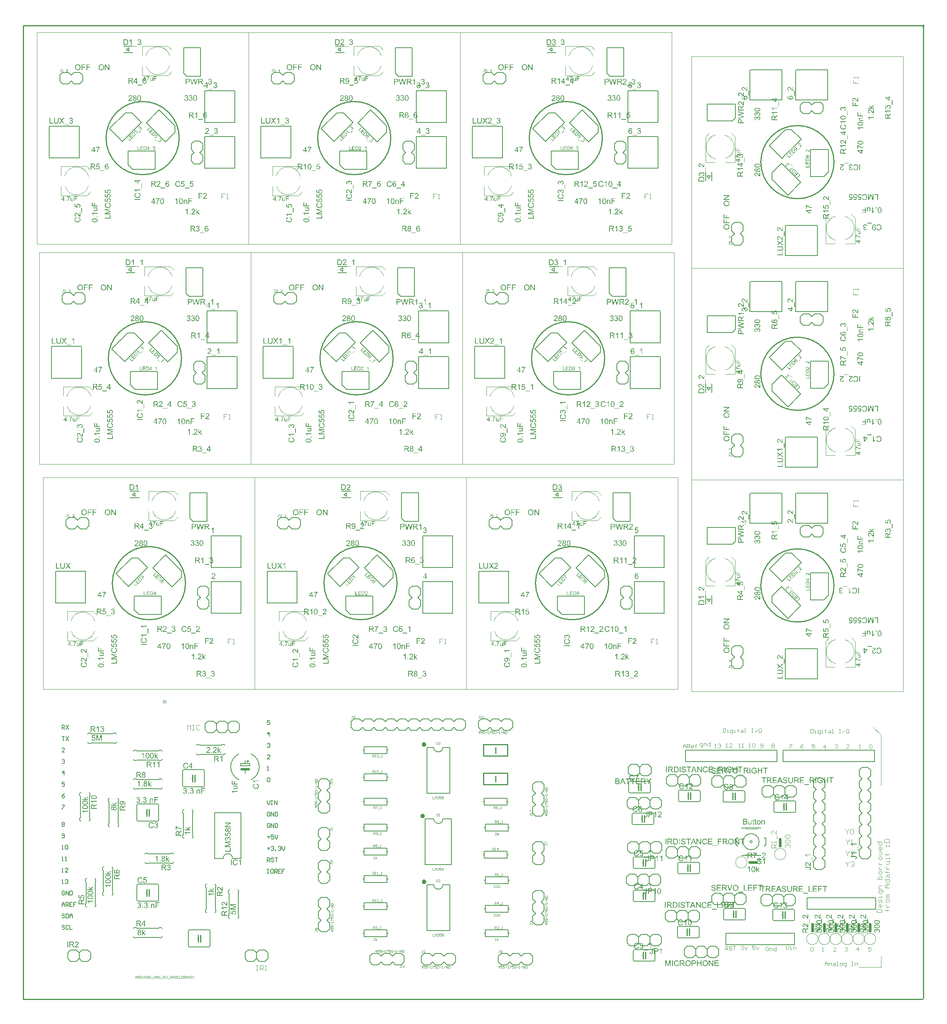
<source format=gto>
G04 Layer_Color=65535*
%FSLAX43Y43*%
%MOMM*%
G71*
G01*
G75*
%ADD28C,0.610*%
%ADD30C,0.152*%
%ADD31C,0.254*%
%ADD36C,0.069*%
%ADD41C,0.000*%
%ADD42C,0.102*%
%ADD43C,0.203*%
%ADD44C,0.127*%
%ADD45C,0.051*%
%ADD46C,0.086*%
%ADD47C,0.130*%
%ADD48C,0.108*%
%ADD49C,0.041*%
G36*
X976590Y764899D02*
X976614Y764895D01*
X976643Y764890D01*
X976676Y764881D01*
X976709Y764870D01*
X976742Y764855D01*
X976743D01*
X976745Y764853D01*
X976756Y764848D01*
X976773Y764837D01*
X976791Y764824D01*
X976813Y764806D01*
X976834Y764786D01*
X976856Y764762D01*
X976875Y764735D01*
X976876Y764731D01*
X976882Y764722D01*
X976889Y764706D01*
X976898Y764686D01*
X976907Y764662D01*
X976915Y764635D01*
X976920Y764604D01*
X976922Y764573D01*
Y764569D01*
Y764558D01*
X976920Y764544D01*
X976916Y764524D01*
X976911Y764500D01*
X976902Y764475D01*
X976891Y764449D01*
X976876Y764424D01*
X976875Y764420D01*
X976869Y764413D01*
X976858Y764400D01*
X976844Y764385D01*
X976825Y764369D01*
X976803Y764351D01*
X976778Y764334D01*
X976747Y764318D01*
X976749D01*
X976753Y764316D01*
X976758Y764314D01*
X976765Y764312D01*
X976785Y764305D01*
X976811Y764294D01*
X976840Y764280D01*
X976869Y764261D01*
X976896Y764238D01*
X976922Y764211D01*
X976924Y764207D01*
X976931Y764196D01*
X976942Y764178D01*
X976953Y764154D01*
X976964Y764125D01*
X976975Y764090D01*
X976982Y764050D01*
X976984Y764007D01*
Y764005D01*
Y763999D01*
Y763990D01*
X976982Y763979D01*
X976980Y763965D01*
X976977Y763948D01*
X976973Y763930D01*
X976969Y763910D01*
X976955Y763866D01*
X976944Y763843D01*
X976933Y763821D01*
X976918Y763797D01*
X976902Y763773D01*
X976884Y763750D01*
X976862Y763728D01*
X976860Y763726D01*
X976856Y763722D01*
X976849Y763717D01*
X976840Y763710D01*
X976829Y763701D01*
X976814Y763691D01*
X976798Y763681D01*
X976778Y763671D01*
X976758Y763660D01*
X976734Y763650D01*
X976711Y763640D01*
X976683Y763631D01*
X976654Y763624D01*
X976623Y763619D01*
X976592Y763615D01*
X976558Y763613D01*
X976541D01*
X976530Y763615D01*
X976516Y763617D01*
X976499Y763619D01*
X976481Y763622D01*
X976461Y763626D01*
X976417Y763637D01*
X976372Y763655D01*
X976348Y763666D01*
X976326Y763679D01*
X976304Y763695D01*
X976283Y763711D01*
X976281Y763713D01*
X976277Y763717D01*
X976272Y763722D01*
X976266Y763730D01*
X976257Y763739D01*
X976248Y763752D01*
X976237Y763764D01*
X976226Y763781D01*
X976215Y763799D01*
X976204Y763817D01*
X976184Y763861D01*
X976168Y763912D01*
X976162Y763939D01*
X976159Y763968D01*
X976314Y763988D01*
Y763987D01*
X976315Y763983D01*
X976317Y763976D01*
X976319Y763966D01*
X976321Y763956D01*
X976325Y763943D01*
X976334Y763915D01*
X976346Y763883D01*
X976363Y763852D01*
X976381Y763823D01*
X976403Y763797D01*
X976406Y763795D01*
X976414Y763788D01*
X976428Y763779D01*
X976447Y763770D01*
X976468Y763759D01*
X976496Y763750D01*
X976527Y763742D01*
X976559Y763741D01*
X976570D01*
X976578Y763742D01*
X976598Y763744D01*
X976623Y763750D01*
X976652Y763759D01*
X976683Y763772D01*
X976714Y763790D01*
X976743Y763815D01*
X976747Y763819D01*
X976756Y763830D01*
X976767Y763846D01*
X976782Y763868D01*
X976796Y763895D01*
X976807Y763926D01*
X976816Y763963D01*
X976820Y764003D01*
Y764005D01*
Y764008D01*
Y764014D01*
X976818Y764021D01*
X976816Y764041D01*
X976811Y764065D01*
X976803Y764094D01*
X976791Y764123D01*
X976773Y764152D01*
X976749Y764180D01*
X976745Y764183D01*
X976736Y764190D01*
X976721Y764201D01*
X976701Y764214D01*
X976676Y764227D01*
X976645Y764238D01*
X976610Y764245D01*
X976572Y764249D01*
X976556D01*
X976543Y764247D01*
X976527Y764245D01*
X976508Y764241D01*
X976487Y764238D01*
X976463Y764232D01*
X976481Y764369D01*
X976490D01*
X976497Y764367D01*
X976521D01*
X976541Y764371D01*
X976565Y764374D01*
X976592Y764380D01*
X976623Y764389D01*
X976652Y764402D01*
X976683Y764418D01*
X976685D01*
X976687Y764420D01*
X976696Y764427D01*
X976709Y764440D01*
X976723Y764456D01*
X976738Y764480D01*
X976751Y764507D01*
X976760Y764538D01*
X976763Y764557D01*
Y764577D01*
Y764578D01*
Y764580D01*
Y764591D01*
X976760Y764606D01*
X976756Y764626D01*
X976749Y764648D01*
X976740Y764671D01*
X976725Y764695D01*
X976705Y764717D01*
X976703Y764719D01*
X976694Y764726D01*
X976681Y764735D01*
X976665Y764746D01*
X976643Y764755D01*
X976618Y764764D01*
X976589Y764771D01*
X976556Y764773D01*
X976541D01*
X976525Y764770D01*
X976503Y764766D01*
X976479Y764759D01*
X976456Y764750D01*
X976430Y764735D01*
X976406Y764717D01*
X976405Y764715D01*
X976397Y764706D01*
X976386Y764693D01*
X976374Y764675D01*
X976361Y764651D01*
X976348Y764622D01*
X976337Y764587D01*
X976330Y764547D01*
X976175Y764575D01*
Y764577D01*
X976177Y764582D01*
X976179Y764589D01*
X976181Y764600D01*
X976184Y764613D01*
X976190Y764628D01*
X976201Y764662D01*
X976219Y764702D01*
X976241Y764742D01*
X976268Y764781D01*
X976303Y764815D01*
X976304Y764817D01*
X976308Y764819D01*
X976314Y764822D01*
X976321Y764828D01*
X976330Y764835D01*
X976343Y764842D01*
X976355Y764850D01*
X976372Y764859D01*
X976408Y764873D01*
X976450Y764888D01*
X976499Y764897D01*
X976525Y764901D01*
X976570D01*
X976590Y764899D01*
D02*
G37*
G36*
X974631D02*
X974654Y764895D01*
X974684Y764890D01*
X974716Y764881D01*
X974749Y764870D01*
X974782Y764855D01*
X974784D01*
X974786Y764853D01*
X974797Y764848D01*
X974813Y764837D01*
X974831Y764824D01*
X974853Y764806D01*
X974875Y764786D01*
X974897Y764762D01*
X974915Y764735D01*
X974917Y764731D01*
X974922Y764722D01*
X974930Y764706D01*
X974939Y764686D01*
X974948Y764662D01*
X974955Y764635D01*
X974960Y764604D01*
X974962Y764573D01*
Y764569D01*
Y764558D01*
X974960Y764544D01*
X974957Y764524D01*
X974951Y764500D01*
X974942Y764475D01*
X974931Y764449D01*
X974917Y764424D01*
X974915Y764420D01*
X974909Y764413D01*
X974898Y764400D01*
X974884Y764385D01*
X974866Y764369D01*
X974844Y764351D01*
X974818Y764334D01*
X974787Y764318D01*
X974789D01*
X974793Y764316D01*
X974798Y764314D01*
X974806Y764312D01*
X974826Y764305D01*
X974851Y764294D01*
X974880Y764280D01*
X974909Y764261D01*
X974937Y764238D01*
X974962Y764211D01*
X974964Y764207D01*
X974971Y764196D01*
X974982Y764178D01*
X974993Y764154D01*
X975004Y764125D01*
X975015Y764090D01*
X975022Y764050D01*
X975024Y764007D01*
Y764005D01*
Y763999D01*
Y763990D01*
X975022Y763979D01*
X975021Y763965D01*
X975017Y763948D01*
X975013Y763930D01*
X975010Y763910D01*
X974995Y763866D01*
X974984Y763843D01*
X974973Y763821D01*
X974959Y763797D01*
X974942Y763773D01*
X974924Y763750D01*
X974902Y763728D01*
X974900Y763726D01*
X974897Y763722D01*
X974889Y763717D01*
X974880Y763710D01*
X974869Y763701D01*
X974855Y763691D01*
X974838Y763681D01*
X974818Y763671D01*
X974798Y763660D01*
X974775Y763650D01*
X974751Y763640D01*
X974724Y763631D01*
X974695Y763624D01*
X974664Y763619D01*
X974633Y763615D01*
X974598Y763613D01*
X974582D01*
X974571Y763615D01*
X974556Y763617D01*
X974540Y763619D01*
X974522Y763622D01*
X974502Y763626D01*
X974458Y763637D01*
X974412Y763655D01*
X974389Y763666D01*
X974367Y763679D01*
X974345Y763695D01*
X974323Y763711D01*
X974321Y763713D01*
X974318Y763717D01*
X974312Y763722D01*
X974307Y763730D01*
X974298Y763739D01*
X974288Y763752D01*
X974278Y763764D01*
X974267Y763781D01*
X974256Y763799D01*
X974245Y763817D01*
X974225Y763861D01*
X974208Y763912D01*
X974203Y763939D01*
X974199Y763968D01*
X974354Y763988D01*
Y763987D01*
X974356Y763983D01*
X974358Y763976D01*
X974359Y763966D01*
X974361Y763956D01*
X974365Y763943D01*
X974374Y763915D01*
X974387Y763883D01*
X974403Y763852D01*
X974421Y763823D01*
X974443Y763797D01*
X974447Y763795D01*
X974454Y763788D01*
X974469Y763779D01*
X974487Y763770D01*
X974509Y763759D01*
X974536Y763750D01*
X974567Y763742D01*
X974600Y763741D01*
X974611D01*
X974618Y763742D01*
X974638Y763744D01*
X974664Y763750D01*
X974693Y763759D01*
X974724Y763772D01*
X974755Y763790D01*
X974784Y763815D01*
X974787Y763819D01*
X974797Y763830D01*
X974807Y763846D01*
X974822Y763868D01*
X974837Y763895D01*
X974848Y763926D01*
X974857Y763963D01*
X974860Y764003D01*
Y764005D01*
Y764008D01*
Y764014D01*
X974858Y764021D01*
X974857Y764041D01*
X974851Y764065D01*
X974844Y764094D01*
X974831Y764123D01*
X974813Y764152D01*
X974789Y764180D01*
X974786Y764183D01*
X974776Y764190D01*
X974762Y764201D01*
X974742Y764214D01*
X974716Y764227D01*
X974685Y764238D01*
X974651Y764245D01*
X974613Y764249D01*
X974596D01*
X974583Y764247D01*
X974567Y764245D01*
X974549Y764241D01*
X974527Y764238D01*
X974503Y764232D01*
X974522Y764369D01*
X974531D01*
X974538Y764367D01*
X974562D01*
X974582Y764371D01*
X974605Y764374D01*
X974633Y764380D01*
X974664Y764389D01*
X974693Y764402D01*
X974724Y764418D01*
X974726D01*
X974727Y764420D01*
X974736Y764427D01*
X974749Y764440D01*
X974764Y764456D01*
X974778Y764480D01*
X974791Y764507D01*
X974800Y764538D01*
X974804Y764557D01*
Y764577D01*
Y764578D01*
Y764580D01*
Y764591D01*
X974800Y764606D01*
X974797Y764626D01*
X974789Y764648D01*
X974780Y764671D01*
X974766Y764695D01*
X974746Y764717D01*
X974744Y764719D01*
X974735Y764726D01*
X974722Y764735D01*
X974706Y764746D01*
X974684Y764755D01*
X974658Y764764D01*
X974629Y764771D01*
X974596Y764773D01*
X974582D01*
X974565Y764770D01*
X974543Y764766D01*
X974520Y764759D01*
X974496Y764750D01*
X974471Y764735D01*
X974447Y764717D01*
X974445Y764715D01*
X974438Y764706D01*
X974427Y764693D01*
X974414Y764675D01*
X974401Y764651D01*
X974389Y764622D01*
X974378Y764587D01*
X974370Y764547D01*
X974216Y764575D01*
Y764577D01*
X974217Y764582D01*
X974219Y764589D01*
X974221Y764600D01*
X974225Y764613D01*
X974230Y764628D01*
X974241Y764662D01*
X974259Y764702D01*
X974281Y764742D01*
X974308Y764781D01*
X974343Y764815D01*
X974345Y764817D01*
X974349Y764819D01*
X974354Y764822D01*
X974361Y764828D01*
X974370Y764835D01*
X974383Y764842D01*
X974396Y764850D01*
X974412Y764859D01*
X974449Y764873D01*
X974491Y764888D01*
X974540Y764897D01*
X974565Y764901D01*
X974611D01*
X974631Y764899D01*
D02*
G37*
G36*
X929600D02*
X929624Y764895D01*
X929653Y764890D01*
X929686Y764881D01*
X929719Y764870D01*
X929752Y764855D01*
X929753D01*
X929755Y764853D01*
X929766Y764848D01*
X929783Y764837D01*
X929801Y764824D01*
X929823Y764806D01*
X929844Y764786D01*
X929866Y764762D01*
X929885Y764735D01*
X929886Y764731D01*
X929892Y764722D01*
X929899Y764706D01*
X929908Y764686D01*
X929917Y764662D01*
X929925Y764635D01*
X929930Y764604D01*
X929932Y764573D01*
Y764569D01*
Y764558D01*
X929930Y764544D01*
X929926Y764524D01*
X929921Y764500D01*
X929912Y764475D01*
X929901Y764449D01*
X929886Y764424D01*
X929885Y764420D01*
X929879Y764413D01*
X929868Y764400D01*
X929854Y764385D01*
X929835Y764369D01*
X929813Y764351D01*
X929788Y764334D01*
X929757Y764318D01*
X929759D01*
X929762Y764316D01*
X929768Y764314D01*
X929775Y764312D01*
X929795Y764305D01*
X929821Y764294D01*
X929850Y764280D01*
X929879Y764261D01*
X929906Y764238D01*
X929932Y764211D01*
X929934Y764207D01*
X929941Y764196D01*
X929952Y764178D01*
X929963Y764154D01*
X929974Y764125D01*
X929985Y764090D01*
X929992Y764050D01*
X929994Y764007D01*
Y764005D01*
Y763999D01*
Y763990D01*
X929992Y763979D01*
X929990Y763965D01*
X929987Y763948D01*
X929983Y763930D01*
X929979Y763910D01*
X929965Y763866D01*
X929954Y763843D01*
X929943Y763821D01*
X929928Y763797D01*
X929912Y763773D01*
X929894Y763750D01*
X929872Y763728D01*
X929870Y763726D01*
X929866Y763722D01*
X929859Y763717D01*
X929850Y763710D01*
X929839Y763701D01*
X929824Y763691D01*
X929808Y763681D01*
X929788Y763671D01*
X929768Y763660D01*
X929744Y763650D01*
X929721Y763640D01*
X929693Y763631D01*
X929664Y763624D01*
X929633Y763619D01*
X929602Y763615D01*
X929568Y763613D01*
X929551D01*
X929540Y763615D01*
X929526Y763617D01*
X929509Y763619D01*
X929491Y763622D01*
X929471Y763626D01*
X929427Y763637D01*
X929382Y763655D01*
X929358Y763666D01*
X929336Y763679D01*
X929314Y763695D01*
X929293Y763711D01*
X929291Y763713D01*
X929287Y763717D01*
X929282Y763722D01*
X929276Y763730D01*
X929267Y763739D01*
X929258Y763752D01*
X929247Y763764D01*
X929236Y763781D01*
X929225Y763799D01*
X929214Y763817D01*
X929194Y763861D01*
X929178Y763912D01*
X929172Y763939D01*
X929169Y763968D01*
X929324Y763988D01*
Y763987D01*
X929325Y763983D01*
X929327Y763976D01*
X929329Y763966D01*
X929331Y763956D01*
X929335Y763943D01*
X929344Y763915D01*
X929356Y763883D01*
X929373Y763852D01*
X929391Y763823D01*
X929413Y763797D01*
X929416Y763795D01*
X929424Y763788D01*
X929438Y763779D01*
X929457Y763770D01*
X929478Y763759D01*
X929506Y763750D01*
X929537Y763742D01*
X929569Y763741D01*
X929580D01*
X929588Y763742D01*
X929608Y763744D01*
X929633Y763750D01*
X929662Y763759D01*
X929693Y763772D01*
X929724Y763790D01*
X929753Y763815D01*
X929757Y763819D01*
X929766Y763830D01*
X929777Y763846D01*
X929792Y763868D01*
X929806Y763895D01*
X929817Y763926D01*
X929826Y763963D01*
X929830Y764003D01*
Y764005D01*
Y764008D01*
Y764014D01*
X929828Y764021D01*
X929826Y764041D01*
X929821Y764065D01*
X929813Y764094D01*
X929801Y764123D01*
X929783Y764152D01*
X929759Y764180D01*
X929755Y764183D01*
X929746Y764190D01*
X929732Y764201D01*
X929711Y764214D01*
X929686Y764227D01*
X929655Y764238D01*
X929620Y764245D01*
X929582Y764249D01*
X929566D01*
X929553Y764247D01*
X929537Y764245D01*
X929518Y764241D01*
X929497Y764238D01*
X929473Y764232D01*
X929491Y764369D01*
X929500D01*
X929508Y764367D01*
X929531D01*
X929551Y764371D01*
X929575Y764374D01*
X929602Y764380D01*
X929633Y764389D01*
X929662Y764402D01*
X929693Y764418D01*
X929695D01*
X929697Y764420D01*
X929706Y764427D01*
X929719Y764440D01*
X929733Y764456D01*
X929748Y764480D01*
X929761Y764507D01*
X929770Y764538D01*
X929773Y764557D01*
Y764577D01*
Y764578D01*
Y764580D01*
Y764591D01*
X929770Y764606D01*
X929766Y764626D01*
X929759Y764648D01*
X929750Y764671D01*
X929735Y764695D01*
X929715Y764717D01*
X929713Y764719D01*
X929704Y764726D01*
X929691Y764735D01*
X929675Y764746D01*
X929653Y764755D01*
X929628Y764764D01*
X929599Y764771D01*
X929566Y764773D01*
X929551D01*
X929535Y764770D01*
X929513Y764766D01*
X929489Y764759D01*
X929466Y764750D01*
X929440Y764735D01*
X929416Y764717D01*
X929415Y764715D01*
X929407Y764706D01*
X929396Y764693D01*
X929384Y764675D01*
X929371Y764651D01*
X929358Y764622D01*
X929347Y764587D01*
X929340Y764547D01*
X929185Y764575D01*
Y764577D01*
X929187Y764582D01*
X929189Y764589D01*
X929191Y764600D01*
X929194Y764613D01*
X929200Y764628D01*
X929211Y764662D01*
X929229Y764702D01*
X929251Y764742D01*
X929278Y764781D01*
X929313Y764815D01*
X929314Y764817D01*
X929318Y764819D01*
X929324Y764822D01*
X929331Y764828D01*
X929340Y764835D01*
X929353Y764842D01*
X929365Y764850D01*
X929382Y764859D01*
X929418Y764873D01*
X929460Y764888D01*
X929509Y764897D01*
X929535Y764901D01*
X929580D01*
X929600Y764899D01*
D02*
G37*
G36*
X882610D02*
X882634Y764895D01*
X882663Y764890D01*
X882696Y764881D01*
X882729Y764870D01*
X882762Y764855D01*
X882763D01*
X882765Y764853D01*
X882776Y764848D01*
X882793Y764837D01*
X882811Y764824D01*
X882833Y764806D01*
X882854Y764786D01*
X882876Y764762D01*
X882894Y764735D01*
X882896Y764731D01*
X882902Y764722D01*
X882909Y764706D01*
X882918Y764686D01*
X882927Y764662D01*
X882935Y764635D01*
X882940Y764604D01*
X882942Y764573D01*
Y764569D01*
Y764558D01*
X882940Y764544D01*
X882936Y764524D01*
X882931Y764500D01*
X882922Y764475D01*
X882911Y764449D01*
X882896Y764424D01*
X882894Y764420D01*
X882889Y764413D01*
X882878Y764400D01*
X882864Y764385D01*
X882845Y764369D01*
X882823Y764351D01*
X882798Y764334D01*
X882767Y764318D01*
X882769D01*
X882772Y764316D01*
X882778Y764314D01*
X882785Y764312D01*
X882805Y764305D01*
X882831Y764294D01*
X882860Y764280D01*
X882889Y764261D01*
X882916Y764238D01*
X882942Y764211D01*
X882944Y764207D01*
X882951Y764196D01*
X882962Y764178D01*
X882973Y764154D01*
X882984Y764125D01*
X882995Y764090D01*
X883002Y764050D01*
X883004Y764007D01*
Y764005D01*
Y763999D01*
Y763990D01*
X883002Y763979D01*
X883000Y763965D01*
X882996Y763948D01*
X882993Y763930D01*
X882989Y763910D01*
X882975Y763866D01*
X882964Y763843D01*
X882953Y763821D01*
X882938Y763797D01*
X882922Y763773D01*
X882904Y763750D01*
X882882Y763728D01*
X882880Y763726D01*
X882876Y763722D01*
X882869Y763717D01*
X882860Y763710D01*
X882849Y763701D01*
X882834Y763691D01*
X882818Y763681D01*
X882798Y763671D01*
X882778Y763660D01*
X882754Y763650D01*
X882731Y763640D01*
X882703Y763631D01*
X882674Y763624D01*
X882643Y763619D01*
X882612Y763615D01*
X882578Y763613D01*
X882561D01*
X882550Y763615D01*
X882536Y763617D01*
X882519Y763619D01*
X882501Y763622D01*
X882481Y763626D01*
X882437Y763637D01*
X882392Y763655D01*
X882368Y763666D01*
X882346Y763679D01*
X882324Y763695D01*
X882303Y763711D01*
X882301Y763713D01*
X882297Y763717D01*
X882292Y763722D01*
X882286Y763730D01*
X882277Y763739D01*
X882268Y763752D01*
X882257Y763764D01*
X882246Y763781D01*
X882235Y763799D01*
X882224Y763817D01*
X882204Y763861D01*
X882188Y763912D01*
X882182Y763939D01*
X882179Y763968D01*
X882334Y763988D01*
Y763987D01*
X882335Y763983D01*
X882337Y763976D01*
X882339Y763966D01*
X882341Y763956D01*
X882344Y763943D01*
X882354Y763915D01*
X882366Y763883D01*
X882383Y763852D01*
X882401Y763823D01*
X882423Y763797D01*
X882426Y763795D01*
X882434Y763788D01*
X882448Y763779D01*
X882467Y763770D01*
X882488Y763759D01*
X882516Y763750D01*
X882547Y763742D01*
X882579Y763741D01*
X882590D01*
X882598Y763742D01*
X882618Y763744D01*
X882643Y763750D01*
X882672Y763759D01*
X882703Y763772D01*
X882734Y763790D01*
X882763Y763815D01*
X882767Y763819D01*
X882776Y763830D01*
X882787Y763846D01*
X882802Y763868D01*
X882816Y763895D01*
X882827Y763926D01*
X882836Y763963D01*
X882840Y764003D01*
Y764005D01*
Y764008D01*
Y764014D01*
X882838Y764021D01*
X882836Y764041D01*
X882831Y764065D01*
X882823Y764094D01*
X882811Y764123D01*
X882793Y764152D01*
X882769Y764180D01*
X882765Y764183D01*
X882756Y764190D01*
X882742Y764201D01*
X882721Y764214D01*
X882696Y764227D01*
X882665Y764238D01*
X882630Y764245D01*
X882592Y764249D01*
X882576D01*
X882563Y764247D01*
X882547Y764245D01*
X882528Y764241D01*
X882507Y764238D01*
X882483Y764232D01*
X882501Y764369D01*
X882510D01*
X882518Y764367D01*
X882541D01*
X882561Y764371D01*
X882585Y764374D01*
X882612Y764380D01*
X882643Y764389D01*
X882672Y764402D01*
X882703Y764418D01*
X882705D01*
X882707Y764420D01*
X882716Y764427D01*
X882729Y764440D01*
X882743Y764456D01*
X882758Y764480D01*
X882771Y764507D01*
X882780Y764538D01*
X882783Y764557D01*
Y764577D01*
Y764578D01*
Y764580D01*
Y764591D01*
X882780Y764606D01*
X882776Y764626D01*
X882769Y764648D01*
X882760Y764671D01*
X882745Y764695D01*
X882725Y764717D01*
X882723Y764719D01*
X882714Y764726D01*
X882701Y764735D01*
X882685Y764746D01*
X882663Y764755D01*
X882638Y764764D01*
X882609Y764771D01*
X882576Y764773D01*
X882561D01*
X882545Y764770D01*
X882523Y764766D01*
X882499Y764759D01*
X882476Y764750D01*
X882450Y764735D01*
X882426Y764717D01*
X882425Y764715D01*
X882417Y764706D01*
X882406Y764693D01*
X882394Y764675D01*
X882381Y764651D01*
X882368Y764622D01*
X882357Y764587D01*
X882350Y764547D01*
X882195Y764575D01*
Y764577D01*
X882197Y764582D01*
X882199Y764589D01*
X882201Y764600D01*
X882204Y764613D01*
X882210Y764628D01*
X882221Y764662D01*
X882239Y764702D01*
X882261Y764742D01*
X882288Y764781D01*
X882323Y764815D01*
X882324Y764817D01*
X882328Y764819D01*
X882334Y764822D01*
X882341Y764828D01*
X882350Y764835D01*
X882363Y764842D01*
X882375Y764850D01*
X882392Y764859D01*
X882428Y764873D01*
X882470Y764888D01*
X882519Y764897D01*
X882545Y764901D01*
X882590D01*
X882610Y764899D01*
D02*
G37*
G36*
X973507Y764893D02*
X973544Y764892D01*
X973580Y764888D01*
X973616Y764883D01*
X973647Y764877D01*
X973649D01*
X973653Y764875D01*
X973658D01*
X973666Y764872D01*
X973686Y764866D01*
X973711Y764857D01*
X973740Y764844D01*
X973771Y764828D01*
X973802Y764810D01*
X973831Y764786D01*
X973833Y764784D01*
X973835Y764782D01*
X973840Y764777D01*
X973848Y764771D01*
X973866Y764753D01*
X973888Y764728D01*
X973911Y764697D01*
X973937Y764660D01*
X973961Y764618D01*
X973981Y764571D01*
Y764569D01*
X973982Y764566D01*
X973986Y764558D01*
X973988Y764547D01*
X973993Y764535D01*
X973997Y764520D01*
X974001Y764504D01*
X974006Y764484D01*
X974012Y764464D01*
X974015Y764440D01*
X974024Y764389D01*
X974030Y764333D01*
X974032Y764271D01*
Y764269D01*
Y764265D01*
Y764256D01*
Y764247D01*
X974030Y764234D01*
Y764220D01*
X974028Y764185D01*
X974023Y764145D01*
X974017Y764103D01*
X974008Y764059D01*
X973997Y764016D01*
Y764014D01*
X973995Y764010D01*
X973993Y764005D01*
X973992Y763997D01*
X973984Y763977D01*
X973973Y763952D01*
X973962Y763923D01*
X973948Y763894D01*
X973930Y763863D01*
X973911Y763833D01*
X973910Y763830D01*
X973902Y763821D01*
X973891Y763808D01*
X973877Y763792D01*
X973860Y763773D01*
X973840Y763755D01*
X973820Y763735D01*
X973797Y763719D01*
X973793Y763717D01*
X973786Y763711D01*
X973773Y763704D01*
X973755Y763695D01*
X973733Y763684D01*
X973707Y763675D01*
X973678Y763664D01*
X973646Y763655D01*
X973642D01*
X973636Y763653D01*
X973631Y763651D01*
X973613Y763650D01*
X973587Y763646D01*
X973558Y763642D01*
X973524Y763639D01*
X973485Y763637D01*
X973443Y763635D01*
X972990D01*
Y764895D01*
X973474D01*
X973507Y764893D01*
D02*
G37*
G36*
X927655Y764899D02*
X927670Y764897D01*
X927688Y764895D01*
X927708Y764892D01*
X927728Y764888D01*
X927776Y764875D01*
X927823Y764857D01*
X927847Y764846D01*
X927870Y764833D01*
X927892Y764817D01*
X927912Y764799D01*
X927914Y764797D01*
X927918Y764795D01*
X927921Y764788D01*
X927929Y764781D01*
X927938Y764771D01*
X927947Y764759D01*
X927956Y764746D01*
X927967Y764730D01*
X927985Y764695D01*
X928003Y764651D01*
X928010Y764629D01*
X928014Y764604D01*
X928018Y764578D01*
X928020Y764551D01*
Y764547D01*
Y764538D01*
X928018Y764524D01*
X928016Y764504D01*
X928012Y764482D01*
X928005Y764456D01*
X927998Y764429D01*
X927987Y764402D01*
X927985Y764398D01*
X927981Y764389D01*
X927974Y764374D01*
X927963Y764354D01*
X927949Y764333D01*
X927930Y764305D01*
X927909Y764278D01*
X927883Y764247D01*
X927879Y764243D01*
X927870Y764232D01*
X927861Y764223D01*
X927852Y764214D01*
X927841Y764203D01*
X927827Y764189D01*
X927812Y764174D01*
X927794Y764158D01*
X927776Y764139D01*
X927754Y764119D01*
X927730Y764099D01*
X927705Y764076D01*
X927675Y764052D01*
X927646Y764027D01*
X927644Y764025D01*
X927641Y764021D01*
X927634Y764016D01*
X927624Y764008D01*
X927613Y763997D01*
X927601Y763987D01*
X927572Y763963D01*
X927541Y763935D01*
X927512Y763908D01*
X927486Y763885D01*
X927475Y763875D01*
X927466Y763866D01*
X927464Y763864D01*
X927459Y763859D01*
X927451Y763852D01*
X927442Y763841D01*
X927433Y763828D01*
X927422Y763815D01*
X927400Y763784D01*
X928021D01*
Y763635D01*
X927185D01*
Y763637D01*
Y763644D01*
Y763655D01*
X927187Y763670D01*
X927189Y763686D01*
X927193Y763704D01*
X927196Y763722D01*
X927204Y763742D01*
Y763744D01*
X927206Y763746D01*
X927209Y763757D01*
X927216Y763773D01*
X927227Y763795D01*
X927242Y763821D01*
X927260Y763850D01*
X927280Y763879D01*
X927306Y763910D01*
Y763912D01*
X927309Y763914D01*
X927318Y763925D01*
X927335Y763941D01*
X927359Y763965D01*
X927386Y763992D01*
X927420Y764025D01*
X927462Y764061D01*
X927508Y764099D01*
X927510Y764101D01*
X927517Y764107D01*
X927528Y764116D01*
X927541Y764127D01*
X927557Y764141D01*
X927577Y764158D01*
X927597Y764176D01*
X927621Y764196D01*
X927666Y764240D01*
X927712Y764283D01*
X927734Y764305D01*
X927754Y764327D01*
X927772Y764347D01*
X927786Y764367D01*
Y764369D01*
X927790Y764371D01*
X927794Y764376D01*
X927797Y764383D01*
X927810Y764404D01*
X927825Y764427D01*
X927838Y764456D01*
X927850Y764487D01*
X927858Y764522D01*
X927861Y764555D01*
Y764557D01*
Y764558D01*
X927859Y764569D01*
X927858Y764587D01*
X927852Y764607D01*
X927845Y764633D01*
X927832Y764659D01*
X927816Y764684D01*
X927794Y764709D01*
X927790Y764713D01*
X927781Y764720D01*
X927768Y764730D01*
X927748Y764742D01*
X927723Y764753D01*
X927694Y764764D01*
X927659Y764771D01*
X927621Y764773D01*
X927610D01*
X927603Y764771D01*
X927581Y764770D01*
X927555Y764764D01*
X927528Y764757D01*
X927497Y764744D01*
X927468Y764728D01*
X927440Y764706D01*
X927437Y764702D01*
X927430Y764693D01*
X927419Y764679D01*
X927408Y764657D01*
X927395Y764631D01*
X927384Y764598D01*
X927377Y764562D01*
X927373Y764520D01*
X927215Y764536D01*
Y764538D01*
X927216Y764544D01*
Y764553D01*
X927218Y764566D01*
X927222Y764580D01*
X927226Y764597D01*
X927231Y764617D01*
X927237Y764637D01*
X927251Y764680D01*
X927273Y764724D01*
X927286Y764746D01*
X927302Y764768D01*
X927318Y764788D01*
X927337Y764806D01*
X927339Y764808D01*
X927342Y764810D01*
X927348Y764815D01*
X927357Y764821D01*
X927368Y764828D01*
X927380Y764835D01*
X927395Y764844D01*
X927413Y764853D01*
X927433Y764862D01*
X927455Y764872D01*
X927479Y764879D01*
X927504Y764886D01*
X927532Y764892D01*
X927561Y764897D01*
X927592Y764899D01*
X927624Y764901D01*
X927643D01*
X927655Y764899D01*
D02*
G37*
G36*
X926517Y764893D02*
X926554Y764892D01*
X926590Y764888D01*
X926626Y764883D01*
X926657Y764877D01*
X926659D01*
X926663Y764875D01*
X926668D01*
X926676Y764872D01*
X926696Y764866D01*
X926721Y764857D01*
X926750Y764844D01*
X926781Y764828D01*
X926812Y764810D01*
X926841Y764786D01*
X926843Y764784D01*
X926845Y764782D01*
X926850Y764777D01*
X926858Y764771D01*
X926876Y764753D01*
X926898Y764728D01*
X926921Y764697D01*
X926947Y764660D01*
X926971Y764618D01*
X926991Y764571D01*
Y764569D01*
X926992Y764566D01*
X926996Y764558D01*
X926998Y764547D01*
X927003Y764535D01*
X927007Y764520D01*
X927011Y764504D01*
X927016Y764484D01*
X927022Y764464D01*
X927025Y764440D01*
X927034Y764389D01*
X927040Y764333D01*
X927042Y764271D01*
Y764269D01*
Y764265D01*
Y764256D01*
Y764247D01*
X927040Y764234D01*
Y764220D01*
X927038Y764185D01*
X927033Y764145D01*
X927027Y764103D01*
X927018Y764059D01*
X927007Y764016D01*
Y764014D01*
X927005Y764010D01*
X927003Y764005D01*
X927002Y763997D01*
X926994Y763977D01*
X926983Y763952D01*
X926972Y763923D01*
X926958Y763894D01*
X926940Y763863D01*
X926921Y763833D01*
X926920Y763830D01*
X926912Y763821D01*
X926901Y763808D01*
X926887Y763792D01*
X926870Y763773D01*
X926850Y763755D01*
X926830Y763735D01*
X926807Y763719D01*
X926803Y763717D01*
X926796Y763711D01*
X926783Y763704D01*
X926765Y763695D01*
X926743Y763684D01*
X926717Y763675D01*
X926688Y763664D01*
X926656Y763655D01*
X926652D01*
X926646Y763653D01*
X926641Y763651D01*
X926623Y763650D01*
X926597Y763646D01*
X926568Y763642D01*
X926534Y763639D01*
X926495Y763637D01*
X926453Y763635D01*
X926000D01*
Y764895D01*
X926484D01*
X926517Y764893D01*
D02*
G37*
G36*
X880800Y763635D02*
X880645D01*
Y764620D01*
X880643Y764618D01*
X880634Y764611D01*
X880623Y764600D01*
X880605Y764587D01*
X880585Y764571D01*
X880560Y764553D01*
X880531Y764533D01*
X880498Y764513D01*
X880496D01*
X880494Y764511D01*
X880483Y764504D01*
X880465Y764495D01*
X880443Y764484D01*
X880418Y764471D01*
X880390Y764458D01*
X880363Y764445D01*
X880336Y764435D01*
Y764584D01*
X880338D01*
X880341Y764587D01*
X880349Y764589D01*
X880358Y764595D01*
X880369Y764600D01*
X880381Y764607D01*
X880412Y764626D01*
X880449Y764646D01*
X880485Y764671D01*
X880523Y764700D01*
X880562Y764731D01*
X880563Y764733D01*
X880565Y764735D01*
X880571Y764740D01*
X880578Y764746D01*
X880594Y764764D01*
X880616Y764786D01*
X880638Y764811D01*
X880662Y764841D01*
X880682Y764870D01*
X880700Y764901D01*
X880800D01*
Y763635D01*
D02*
G37*
G36*
X879527Y764893D02*
X879564Y764892D01*
X879600Y764888D01*
X879636Y764883D01*
X879667Y764877D01*
X879669D01*
X879673Y764875D01*
X879678D01*
X879686Y764872D01*
X879706Y764866D01*
X879731Y764857D01*
X879760Y764844D01*
X879791Y764828D01*
X879822Y764810D01*
X879851Y764786D01*
X879853Y764784D01*
X879855Y764782D01*
X879860Y764777D01*
X879868Y764771D01*
X879886Y764753D01*
X879908Y764728D01*
X879931Y764697D01*
X879957Y764660D01*
X879981Y764618D01*
X880001Y764571D01*
Y764569D01*
X880002Y764566D01*
X880006Y764558D01*
X880008Y764547D01*
X880013Y764535D01*
X880017Y764520D01*
X880021Y764504D01*
X880026Y764484D01*
X880032Y764464D01*
X880035Y764440D01*
X880044Y764389D01*
X880050Y764333D01*
X880052Y764271D01*
Y764269D01*
Y764265D01*
Y764256D01*
Y764247D01*
X880050Y764234D01*
Y764220D01*
X880048Y764185D01*
X880043Y764145D01*
X880037Y764103D01*
X880028Y764059D01*
X880017Y764016D01*
Y764014D01*
X880015Y764010D01*
X880013Y764005D01*
X880012Y763997D01*
X880004Y763977D01*
X879993Y763952D01*
X879982Y763923D01*
X879968Y763894D01*
X879950Y763863D01*
X879931Y763833D01*
X879930Y763830D01*
X879922Y763821D01*
X879911Y763808D01*
X879897Y763792D01*
X879880Y763773D01*
X879860Y763755D01*
X879840Y763735D01*
X879817Y763719D01*
X879813Y763717D01*
X879806Y763711D01*
X879793Y763704D01*
X879775Y763695D01*
X879753Y763684D01*
X879727Y763675D01*
X879698Y763664D01*
X879666Y763655D01*
X879662D01*
X879656Y763653D01*
X879651Y763651D01*
X879633Y763650D01*
X879607Y763646D01*
X879578Y763642D01*
X879544Y763639D01*
X879505Y763637D01*
X879463Y763635D01*
X879010D01*
Y764895D01*
X879494D01*
X879527Y764893D01*
D02*
G37*
G36*
X976102Y763285D02*
X975077D01*
Y763396D01*
X976102D01*
Y763285D01*
D02*
G37*
G36*
X929112D02*
X928087D01*
Y763396D01*
X929112D01*
Y763285D01*
D02*
G37*
G36*
X882122D02*
X881097D01*
Y763396D01*
X882122D01*
Y763285D01*
D02*
G37*
G36*
X969897Y758063D02*
X969724D01*
X969065Y759052D01*
Y758063D01*
X968905D01*
Y759323D01*
X969076D01*
X969737Y758333D01*
Y759323D01*
X969897D01*
Y758063D01*
D02*
G37*
G36*
X922907D02*
X922734D01*
X922075Y759052D01*
Y758063D01*
X921915D01*
Y759323D01*
X922086D01*
X922747Y758333D01*
Y759323D01*
X922907D01*
Y758063D01*
D02*
G37*
G36*
X875917D02*
X875744D01*
X875085Y759052D01*
Y758063D01*
X874925D01*
Y759323D01*
X875096D01*
X875757Y758333D01*
Y759323D01*
X875917D01*
Y758063D01*
D02*
G37*
G36*
X965635Y759174D02*
X964951D01*
Y758784D01*
X965543D01*
Y758635D01*
X964951D01*
Y758063D01*
X964783D01*
Y759323D01*
X965635D01*
Y759174D01*
D02*
G37*
G36*
X964559D02*
X963874D01*
Y758784D01*
X964466D01*
Y758635D01*
X963874D01*
Y758063D01*
X963707D01*
Y759323D01*
X964559D01*
Y759174D01*
D02*
G37*
G36*
X918645D02*
X917961D01*
Y758784D01*
X918553D01*
Y758635D01*
X917961D01*
Y758063D01*
X917793D01*
Y759323D01*
X918645D01*
Y759174D01*
D02*
G37*
G36*
X917569D02*
X916884D01*
Y758784D01*
X917476D01*
Y758635D01*
X916884D01*
Y758063D01*
X916717D01*
Y759323D01*
X917569D01*
Y759174D01*
D02*
G37*
G36*
X871655D02*
X870971D01*
Y758784D01*
X871563D01*
Y758635D01*
X870971D01*
Y758063D01*
X870803D01*
Y759323D01*
X871655D01*
Y759174D01*
D02*
G37*
G36*
X870579D02*
X869894D01*
Y758784D01*
X870486D01*
Y758635D01*
X869894D01*
Y758063D01*
X869727D01*
Y759323D01*
X870579D01*
Y759174D01*
D02*
G37*
G36*
X968118Y759343D02*
X968134D01*
X968151Y759341D01*
X968173Y759338D01*
X968194Y759334D01*
X968242Y759325D01*
X968296Y759310D01*
X968349Y759289D01*
X968377Y759276D01*
X968404Y759261D01*
X968406Y759260D01*
X968409Y759258D01*
X968417Y759252D01*
X968428Y759247D01*
X968438Y759238D01*
X968453Y759227D01*
X968484Y759201D01*
X968517Y759168D01*
X968553Y759128D01*
X968588Y759081D01*
X968617Y759028D01*
Y759026D01*
X968621Y759021D01*
X968624Y759014D01*
X968628Y759003D01*
X968635Y758988D01*
X968641Y758972D01*
X968648Y758952D01*
X968655Y758930D01*
X968661Y758906D01*
X968668Y758881D01*
X968675Y758852D01*
X968681Y758822D01*
X968688Y758759D01*
X968692Y758690D01*
Y758688D01*
Y758680D01*
Y758671D01*
X968690Y758657D01*
Y758640D01*
X968688Y758620D01*
X968684Y758598D01*
X968682Y758575D01*
X968673Y758522D01*
X968659Y758464D01*
X968639Y758405D01*
X968628Y758376D01*
X968613Y758347D01*
Y758345D01*
X968610Y758340D01*
X968606Y758333D01*
X968599Y758322D01*
X968591Y758309D01*
X968582Y758296D01*
X968557Y758262D01*
X968526Y758225D01*
X968489Y758187D01*
X968446Y758150D01*
X968395Y758118D01*
X968393D01*
X968389Y758114D01*
X968380Y758110D01*
X968369Y758105D01*
X968357Y758099D01*
X968342Y758094D01*
X968324Y758087D01*
X968304Y758079D01*
X968282Y758072D01*
X968258Y758065D01*
X968205Y758054D01*
X968149Y758045D01*
X968089Y758041D01*
X968071D01*
X968060Y758043D01*
X968043D01*
X968025Y758047D01*
X968005Y758048D01*
X967981Y758052D01*
X967932Y758063D01*
X967879Y758078D01*
X967825Y758099D01*
X967797Y758112D01*
X967770Y758127D01*
X967768Y758129D01*
X967765Y758130D01*
X967757Y758136D01*
X967746Y758143D01*
X967735Y758150D01*
X967723Y758161D01*
X967692Y758189D01*
X967657Y758221D01*
X967621Y758262D01*
X967588Y758307D01*
X967557Y758360D01*
Y758362D01*
X967553Y758367D01*
X967550Y758374D01*
X967546Y758385D01*
X967541Y758400D01*
X967535Y758416D01*
X967528Y758435D01*
X967522Y758455D01*
X967515Y758478D01*
X967508Y758502D01*
X967497Y758557D01*
X967490Y758613D01*
X967486Y758675D01*
Y758677D01*
Y758679D01*
Y758690D01*
X967488Y758706D01*
Y758728D01*
X967491Y758753D01*
X967495Y758784D01*
X967501Y758819D01*
X967508Y758855D01*
X967515Y758893D01*
X967526Y758934D01*
X967541Y758974D01*
X967557Y759016D01*
X967575Y759056D01*
X967599Y759096D01*
X967624Y759132D01*
X967654Y759167D01*
X967655Y759168D01*
X967661Y759174D01*
X967672Y759183D01*
X967685Y759194D01*
X967701Y759208D01*
X967721Y759223D01*
X967745Y759240D01*
X967772Y759256D01*
X967801Y759272D01*
X967834Y759289D01*
X967870Y759303D01*
X967909Y759318D01*
X967950Y759329D01*
X967994Y759338D01*
X968040Y759343D01*
X968089Y759345D01*
X968105D01*
X968118Y759343D01*
D02*
G37*
G36*
X962911D02*
X962927D01*
X962944Y759341D01*
X962966Y759338D01*
X962987Y759334D01*
X963035Y759325D01*
X963089Y759310D01*
X963142Y759289D01*
X963170Y759276D01*
X963197Y759261D01*
X963199Y759260D01*
X963202Y759258D01*
X963210Y759252D01*
X963221Y759247D01*
X963232Y759238D01*
X963246Y759227D01*
X963277Y759201D01*
X963310Y759168D01*
X963346Y759128D01*
X963381Y759081D01*
X963410Y759028D01*
Y759026D01*
X963414Y759021D01*
X963417Y759014D01*
X963421Y759003D01*
X963428Y758988D01*
X963434Y758972D01*
X963441Y758952D01*
X963448Y758930D01*
X963454Y758906D01*
X963461Y758881D01*
X963468Y758852D01*
X963474Y758822D01*
X963481Y758759D01*
X963485Y758690D01*
Y758688D01*
Y758680D01*
Y758671D01*
X963483Y758657D01*
Y758640D01*
X963481Y758620D01*
X963477Y758598D01*
X963476Y758575D01*
X963466Y758522D01*
X963452Y758464D01*
X963432Y758405D01*
X963421Y758376D01*
X963406Y758347D01*
Y758345D01*
X963403Y758340D01*
X963399Y758333D01*
X963392Y758322D01*
X963384Y758309D01*
X963375Y758296D01*
X963350Y758262D01*
X963319Y758225D01*
X963282Y758187D01*
X963239Y758150D01*
X963188Y758118D01*
X963186D01*
X963182Y758114D01*
X963173Y758110D01*
X963162Y758105D01*
X963150Y758099D01*
X963135Y758094D01*
X963117Y758087D01*
X963097Y758079D01*
X963075Y758072D01*
X963051Y758065D01*
X962998Y758054D01*
X962942Y758045D01*
X962882Y758041D01*
X962864D01*
X962853Y758043D01*
X962836D01*
X962818Y758047D01*
X962798Y758048D01*
X962774Y758052D01*
X962725Y758063D01*
X962672Y758078D01*
X962618Y758099D01*
X962590Y758112D01*
X962563Y758127D01*
X962561Y758129D01*
X962558Y758130D01*
X962550Y758136D01*
X962539Y758143D01*
X962529Y758150D01*
X962516Y758161D01*
X962485Y758189D01*
X962450Y758221D01*
X962414Y758262D01*
X962381Y758307D01*
X962350Y758360D01*
Y758362D01*
X962346Y758367D01*
X962343Y758374D01*
X962339Y758385D01*
X962334Y758400D01*
X962328Y758416D01*
X962321Y758435D01*
X962315Y758455D01*
X962308Y758478D01*
X962301Y758502D01*
X962290Y758557D01*
X962283Y758613D01*
X962279Y758675D01*
Y758677D01*
Y758679D01*
Y758690D01*
X962281Y758706D01*
Y758728D01*
X962284Y758753D01*
X962288Y758784D01*
X962294Y758819D01*
X962301Y758855D01*
X962308Y758893D01*
X962319Y758934D01*
X962334Y758974D01*
X962350Y759016D01*
X962368Y759056D01*
X962392Y759096D01*
X962417Y759132D01*
X962447Y759167D01*
X962448Y759168D01*
X962454Y759174D01*
X962465Y759183D01*
X962478Y759194D01*
X962494Y759208D01*
X962514Y759223D01*
X962538Y759240D01*
X962565Y759256D01*
X962594Y759272D01*
X962627Y759289D01*
X962663Y759303D01*
X962702Y759318D01*
X962743Y759329D01*
X962787Y759338D01*
X962833Y759343D01*
X962882Y759345D01*
X962898D01*
X962911Y759343D01*
D02*
G37*
G36*
X921128D02*
X921144D01*
X921161Y759341D01*
X921183Y759338D01*
X921204Y759334D01*
X921252Y759325D01*
X921306Y759310D01*
X921359Y759289D01*
X921387Y759276D01*
X921414Y759261D01*
X921416Y759260D01*
X921419Y759258D01*
X921427Y759252D01*
X921438Y759247D01*
X921448Y759238D01*
X921463Y759227D01*
X921494Y759201D01*
X921527Y759168D01*
X921563Y759128D01*
X921598Y759081D01*
X921627Y759028D01*
Y759026D01*
X921631Y759021D01*
X921634Y759014D01*
X921638Y759003D01*
X921645Y758988D01*
X921651Y758972D01*
X921658Y758952D01*
X921665Y758930D01*
X921671Y758906D01*
X921678Y758881D01*
X921685Y758852D01*
X921691Y758822D01*
X921698Y758759D01*
X921702Y758690D01*
Y758688D01*
Y758680D01*
Y758671D01*
X921700Y758657D01*
Y758640D01*
X921698Y758620D01*
X921694Y758598D01*
X921693Y758575D01*
X921683Y758522D01*
X921669Y758464D01*
X921649Y758405D01*
X921638Y758376D01*
X921623Y758347D01*
Y758345D01*
X921620Y758340D01*
X921616Y758333D01*
X921609Y758322D01*
X921601Y758309D01*
X921592Y758296D01*
X921567Y758262D01*
X921536Y758225D01*
X921499Y758187D01*
X921456Y758150D01*
X921405Y758118D01*
X921403D01*
X921399Y758114D01*
X921390Y758110D01*
X921379Y758105D01*
X921367Y758099D01*
X921352Y758094D01*
X921334Y758087D01*
X921314Y758079D01*
X921292Y758072D01*
X921268Y758065D01*
X921215Y758054D01*
X921159Y758045D01*
X921099Y758041D01*
X921081D01*
X921070Y758043D01*
X921053D01*
X921035Y758047D01*
X921015Y758048D01*
X920991Y758052D01*
X920942Y758063D01*
X920889Y758078D01*
X920835Y758099D01*
X920807Y758112D01*
X920780Y758127D01*
X920778Y758129D01*
X920775Y758130D01*
X920767Y758136D01*
X920756Y758143D01*
X920745Y758150D01*
X920733Y758161D01*
X920702Y758189D01*
X920667Y758221D01*
X920631Y758262D01*
X920598Y758307D01*
X920567Y758360D01*
Y758362D01*
X920563Y758367D01*
X920560Y758374D01*
X920556Y758385D01*
X920551Y758400D01*
X920545Y758416D01*
X920538Y758435D01*
X920532Y758455D01*
X920525Y758478D01*
X920518Y758502D01*
X920507Y758557D01*
X920500Y758613D01*
X920496Y758675D01*
Y758677D01*
Y758679D01*
Y758690D01*
X920498Y758706D01*
Y758728D01*
X920501Y758753D01*
X920505Y758784D01*
X920511Y758819D01*
X920518Y758855D01*
X920525Y758893D01*
X920536Y758934D01*
X920551Y758974D01*
X920567Y759016D01*
X920585Y759056D01*
X920609Y759096D01*
X920634Y759132D01*
X920664Y759167D01*
X920665Y759168D01*
X920671Y759174D01*
X920682Y759183D01*
X920695Y759194D01*
X920711Y759208D01*
X920731Y759223D01*
X920755Y759240D01*
X920782Y759256D01*
X920811Y759272D01*
X920844Y759289D01*
X920880Y759303D01*
X920919Y759318D01*
X920960Y759329D01*
X921004Y759338D01*
X921050Y759343D01*
X921099Y759345D01*
X921115D01*
X921128Y759343D01*
D02*
G37*
G36*
X915921D02*
X915937D01*
X915954Y759341D01*
X915976Y759338D01*
X915997Y759334D01*
X916045Y759325D01*
X916099Y759310D01*
X916152Y759289D01*
X916180Y759276D01*
X916207Y759261D01*
X916209Y759260D01*
X916212Y759258D01*
X916220Y759252D01*
X916231Y759247D01*
X916241Y759238D01*
X916256Y759227D01*
X916287Y759201D01*
X916320Y759168D01*
X916356Y759128D01*
X916391Y759081D01*
X916420Y759028D01*
Y759026D01*
X916424Y759021D01*
X916427Y759014D01*
X916431Y759003D01*
X916438Y758988D01*
X916444Y758972D01*
X916451Y758952D01*
X916458Y758930D01*
X916464Y758906D01*
X916471Y758881D01*
X916478Y758852D01*
X916484Y758822D01*
X916491Y758759D01*
X916495Y758690D01*
Y758688D01*
Y758680D01*
Y758671D01*
X916493Y758657D01*
Y758640D01*
X916491Y758620D01*
X916487Y758598D01*
X916486Y758575D01*
X916476Y758522D01*
X916462Y758464D01*
X916442Y758405D01*
X916431Y758376D01*
X916416Y758347D01*
Y758345D01*
X916413Y758340D01*
X916409Y758333D01*
X916402Y758322D01*
X916394Y758309D01*
X916385Y758296D01*
X916360Y758262D01*
X916329Y758225D01*
X916292Y758187D01*
X916249Y758150D01*
X916198Y758118D01*
X916196D01*
X916192Y758114D01*
X916183Y758110D01*
X916172Y758105D01*
X916160Y758099D01*
X916145Y758094D01*
X916127Y758087D01*
X916107Y758079D01*
X916085Y758072D01*
X916061Y758065D01*
X916008Y758054D01*
X915952Y758045D01*
X915892Y758041D01*
X915874D01*
X915863Y758043D01*
X915846D01*
X915828Y758047D01*
X915808Y758048D01*
X915784Y758052D01*
X915735Y758063D01*
X915682Y758078D01*
X915628Y758099D01*
X915600Y758112D01*
X915573Y758127D01*
X915571Y758129D01*
X915568Y758130D01*
X915560Y758136D01*
X915549Y758143D01*
X915539Y758150D01*
X915526Y758161D01*
X915495Y758189D01*
X915460Y758221D01*
X915424Y758262D01*
X915391Y758307D01*
X915360Y758360D01*
Y758362D01*
X915356Y758367D01*
X915353Y758374D01*
X915349Y758385D01*
X915344Y758400D01*
X915338Y758416D01*
X915331Y758435D01*
X915325Y758455D01*
X915318Y758478D01*
X915311Y758502D01*
X915300Y758557D01*
X915293Y758613D01*
X915289Y758675D01*
Y758677D01*
Y758679D01*
Y758690D01*
X915291Y758706D01*
Y758728D01*
X915294Y758753D01*
X915298Y758784D01*
X915304Y758819D01*
X915311Y758855D01*
X915318Y758893D01*
X915329Y758934D01*
X915344Y758974D01*
X915360Y759016D01*
X915378Y759056D01*
X915402Y759096D01*
X915427Y759132D01*
X915457Y759167D01*
X915458Y759168D01*
X915464Y759174D01*
X915475Y759183D01*
X915487Y759194D01*
X915504Y759208D01*
X915524Y759223D01*
X915548Y759240D01*
X915575Y759256D01*
X915604Y759272D01*
X915637Y759289D01*
X915673Y759303D01*
X915711Y759318D01*
X915753Y759329D01*
X915797Y759338D01*
X915843Y759343D01*
X915892Y759345D01*
X915908D01*
X915921Y759343D01*
D02*
G37*
G36*
X874138D02*
X874154D01*
X874171Y759341D01*
X874193Y759338D01*
X874214Y759334D01*
X874262Y759325D01*
X874316Y759310D01*
X874369Y759289D01*
X874397Y759276D01*
X874424Y759261D01*
X874426Y759260D01*
X874429Y759258D01*
X874437Y759252D01*
X874448Y759247D01*
X874458Y759238D01*
X874473Y759227D01*
X874504Y759201D01*
X874537Y759168D01*
X874573Y759128D01*
X874608Y759081D01*
X874637Y759028D01*
Y759026D01*
X874641Y759021D01*
X874644Y759014D01*
X874648Y759003D01*
X874655Y758988D01*
X874661Y758972D01*
X874668Y758952D01*
X874675Y758930D01*
X874681Y758906D01*
X874688Y758881D01*
X874695Y758852D01*
X874701Y758822D01*
X874708Y758759D01*
X874712Y758690D01*
Y758688D01*
Y758680D01*
Y758671D01*
X874710Y758657D01*
Y758640D01*
X874708Y758620D01*
X874704Y758598D01*
X874703Y758575D01*
X874693Y758522D01*
X874679Y758464D01*
X874659Y758405D01*
X874648Y758376D01*
X874633Y758347D01*
Y758345D01*
X874630Y758340D01*
X874626Y758333D01*
X874619Y758322D01*
X874611Y758309D01*
X874602Y758296D01*
X874577Y758262D01*
X874546Y758225D01*
X874509Y758187D01*
X874466Y758150D01*
X874415Y758118D01*
X874413D01*
X874409Y758114D01*
X874400Y758110D01*
X874389Y758105D01*
X874377Y758099D01*
X874362Y758094D01*
X874344Y758087D01*
X874324Y758079D01*
X874302Y758072D01*
X874278Y758065D01*
X874225Y758054D01*
X874169Y758045D01*
X874109Y758041D01*
X874091D01*
X874080Y758043D01*
X874063D01*
X874045Y758047D01*
X874025Y758048D01*
X874001Y758052D01*
X873952Y758063D01*
X873899Y758078D01*
X873845Y758099D01*
X873817Y758112D01*
X873790Y758127D01*
X873788Y758129D01*
X873785Y758130D01*
X873777Y758136D01*
X873766Y758143D01*
X873755Y758150D01*
X873743Y758161D01*
X873712Y758189D01*
X873677Y758221D01*
X873641Y758262D01*
X873608Y758307D01*
X873577Y758360D01*
Y758362D01*
X873573Y758367D01*
X873570Y758374D01*
X873566Y758385D01*
X873561Y758400D01*
X873555Y758416D01*
X873548Y758435D01*
X873542Y758455D01*
X873535Y758478D01*
X873528Y758502D01*
X873517Y758557D01*
X873510Y758613D01*
X873506Y758675D01*
Y758677D01*
Y758679D01*
Y758690D01*
X873508Y758706D01*
Y758728D01*
X873511Y758753D01*
X873515Y758784D01*
X873521Y758819D01*
X873528Y758855D01*
X873535Y758893D01*
X873546Y758934D01*
X873561Y758974D01*
X873577Y759016D01*
X873595Y759056D01*
X873619Y759096D01*
X873644Y759132D01*
X873674Y759167D01*
X873675Y759168D01*
X873681Y759174D01*
X873692Y759183D01*
X873705Y759194D01*
X873721Y759208D01*
X873741Y759223D01*
X873765Y759240D01*
X873792Y759256D01*
X873821Y759272D01*
X873854Y759289D01*
X873890Y759303D01*
X873929Y759318D01*
X873970Y759329D01*
X874014Y759338D01*
X874060Y759343D01*
X874109Y759345D01*
X874125D01*
X874138Y759343D01*
D02*
G37*
G36*
X868931D02*
X868947D01*
X868964Y759341D01*
X868986Y759338D01*
X869007Y759334D01*
X869055Y759325D01*
X869109Y759310D01*
X869162Y759289D01*
X869190Y759276D01*
X869217Y759261D01*
X869219Y759260D01*
X869222Y759258D01*
X869230Y759252D01*
X869241Y759247D01*
X869251Y759238D01*
X869266Y759227D01*
X869297Y759201D01*
X869330Y759168D01*
X869366Y759128D01*
X869401Y759081D01*
X869430Y759028D01*
Y759026D01*
X869434Y759021D01*
X869437Y759014D01*
X869441Y759003D01*
X869448Y758988D01*
X869454Y758972D01*
X869461Y758952D01*
X869468Y758930D01*
X869474Y758906D01*
X869481Y758881D01*
X869488Y758852D01*
X869494Y758822D01*
X869501Y758759D01*
X869505Y758690D01*
Y758688D01*
Y758680D01*
Y758671D01*
X869503Y758657D01*
Y758640D01*
X869501Y758620D01*
X869497Y758598D01*
X869496Y758575D01*
X869486Y758522D01*
X869472Y758464D01*
X869452Y758405D01*
X869441Y758376D01*
X869426Y758347D01*
Y758345D01*
X869423Y758340D01*
X869419Y758333D01*
X869412Y758322D01*
X869404Y758309D01*
X869395Y758296D01*
X869370Y758262D01*
X869339Y758225D01*
X869302Y758187D01*
X869259Y758150D01*
X869208Y758118D01*
X869206D01*
X869202Y758114D01*
X869193Y758110D01*
X869182Y758105D01*
X869169Y758099D01*
X869155Y758094D01*
X869137Y758087D01*
X869117Y758079D01*
X869095Y758072D01*
X869071Y758065D01*
X869018Y758054D01*
X868962Y758045D01*
X868902Y758041D01*
X868884D01*
X868873Y758043D01*
X868856D01*
X868838Y758047D01*
X868818Y758048D01*
X868794Y758052D01*
X868745Y758063D01*
X868692Y758078D01*
X868638Y758099D01*
X868610Y758112D01*
X868583Y758127D01*
X868581Y758129D01*
X868578Y758130D01*
X868570Y758136D01*
X868559Y758143D01*
X868549Y758150D01*
X868536Y758161D01*
X868505Y758189D01*
X868470Y758221D01*
X868434Y758262D01*
X868401Y758307D01*
X868370Y758360D01*
Y758362D01*
X868366Y758367D01*
X868363Y758374D01*
X868359Y758385D01*
X868354Y758400D01*
X868348Y758416D01*
X868341Y758435D01*
X868335Y758455D01*
X868328Y758478D01*
X868321Y758502D01*
X868310Y758557D01*
X868303Y758613D01*
X868299Y758675D01*
Y758677D01*
Y758679D01*
Y758690D01*
X868301Y758706D01*
Y758728D01*
X868304Y758753D01*
X868308Y758784D01*
X868314Y758819D01*
X868321Y758855D01*
X868328Y758893D01*
X868339Y758934D01*
X868354Y758974D01*
X868370Y759016D01*
X868388Y759056D01*
X868412Y759096D01*
X868437Y759132D01*
X868467Y759167D01*
X868468Y759168D01*
X868474Y759174D01*
X868485Y759183D01*
X868497Y759194D01*
X868514Y759208D01*
X868534Y759223D01*
X868558Y759240D01*
X868585Y759256D01*
X868614Y759272D01*
X868647Y759289D01*
X868683Y759303D01*
X868721Y759318D01*
X868763Y759329D01*
X868807Y759338D01*
X868853Y759343D01*
X868902Y759345D01*
X868918D01*
X868931Y759343D01*
D02*
G37*
G36*
X979502Y755650D02*
X979391D01*
Y755756D01*
X979389Y755755D01*
X979386Y755751D01*
X979382Y755745D01*
X979375Y755737D01*
X979366Y755729D01*
X979356Y755717D01*
X979344Y755707D01*
X979329Y755695D01*
X979313Y755684D01*
X979296Y755673D01*
X979277Y755663D01*
X979257Y755653D01*
X979233Y755646D01*
X979210Y755640D01*
X979184Y755635D01*
X979157Y755634D01*
X979147D01*
X979134Y755635D01*
X979118Y755637D01*
X979099Y755640D01*
X979079Y755644D01*
X979058Y755650D01*
X979036Y755659D01*
X979034Y755660D01*
X979028Y755663D01*
X979017Y755669D01*
X979006Y755676D01*
X978991Y755685D01*
X978978Y755695D01*
X978965Y755707D01*
X978953Y755720D01*
X978952Y755721D01*
X978949Y755727D01*
X978945Y755735D01*
X978939Y755746D01*
X978931Y755759D01*
X978926Y755775D01*
X978920Y755793D01*
X978915Y755812D01*
Y755813D01*
X978914Y755819D01*
X978912Y755828D01*
Y755840D01*
X978911Y755857D01*
X978910Y755876D01*
X978908Y755901D01*
Y755928D01*
Y756382D01*
X979032D01*
Y755975D01*
Y755974D01*
Y755971D01*
Y755966D01*
Y755959D01*
Y755943D01*
X979034Y755923D01*
Y755901D01*
X979035Y755879D01*
X979036Y755860D01*
X979039Y755844D01*
Y755842D01*
X979042Y755837D01*
X979045Y755828D01*
X979050Y755816D01*
X979057Y755805D01*
X979066Y755791D01*
X979076Y755780D01*
X979089Y755768D01*
X979090Y755767D01*
X979096Y755764D01*
X979104Y755759D01*
X979115Y755755D01*
X979128Y755749D01*
X979144Y755745D01*
X979162Y755742D01*
X979182Y755740D01*
X979192D01*
X979203Y755742D01*
X979216Y755743D01*
X979232Y755748D01*
X979249Y755752D01*
X979268Y755759D01*
X979287Y755768D01*
X979290Y755770D01*
X979296Y755774D01*
X979305Y755780D01*
X979315Y755789D01*
X979327Y755800D01*
X979338Y755813D01*
X979348Y755828D01*
X979357Y755845D01*
X979359Y755848D01*
X979360Y755854D01*
X979363Y755866D01*
X979367Y755882D01*
X979372Y755902D01*
X979375Y755927D01*
X979376Y755956D01*
X979378Y755990D01*
Y756382D01*
X979502D01*
Y755650D01*
D02*
G37*
G36*
X932512D02*
X932401D01*
Y755756D01*
X932399Y755755D01*
X932396Y755751D01*
X932392Y755745D01*
X932385Y755737D01*
X932376Y755729D01*
X932366Y755717D01*
X932354Y755707D01*
X932339Y755695D01*
X932323Y755684D01*
X932306Y755673D01*
X932287Y755663D01*
X932267Y755653D01*
X932243Y755646D01*
X932220Y755640D01*
X932194Y755635D01*
X932167Y755634D01*
X932157D01*
X932144Y755635D01*
X932128Y755637D01*
X932109Y755640D01*
X932089Y755644D01*
X932068Y755650D01*
X932046Y755659D01*
X932044Y755660D01*
X932038Y755663D01*
X932027Y755669D01*
X932016Y755676D01*
X932001Y755685D01*
X931988Y755695D01*
X931975Y755707D01*
X931963Y755720D01*
X931962Y755721D01*
X931959Y755727D01*
X931955Y755735D01*
X931949Y755746D01*
X931941Y755759D01*
X931936Y755775D01*
X931930Y755793D01*
X931925Y755812D01*
Y755813D01*
X931924Y755819D01*
X931922Y755828D01*
Y755840D01*
X931921Y755857D01*
X931920Y755876D01*
X931918Y755901D01*
Y755928D01*
Y756382D01*
X932042D01*
Y755975D01*
Y755974D01*
Y755971D01*
Y755966D01*
Y755959D01*
Y755943D01*
X932044Y755923D01*
Y755901D01*
X932045Y755879D01*
X932046Y755860D01*
X932049Y755844D01*
Y755842D01*
X932052Y755837D01*
X932055Y755828D01*
X932060Y755816D01*
X932067Y755805D01*
X932076Y755791D01*
X932086Y755780D01*
X932099Y755768D01*
X932100Y755767D01*
X932106Y755764D01*
X932113Y755759D01*
X932125Y755755D01*
X932138Y755749D01*
X932154Y755745D01*
X932172Y755742D01*
X932192Y755740D01*
X932202D01*
X932213Y755742D01*
X932226Y755743D01*
X932242Y755748D01*
X932259Y755752D01*
X932278Y755759D01*
X932297Y755768D01*
X932300Y755770D01*
X932306Y755774D01*
X932315Y755780D01*
X932325Y755789D01*
X932337Y755800D01*
X932348Y755813D01*
X932358Y755828D01*
X932367Y755845D01*
X932369Y755848D01*
X932370Y755854D01*
X932373Y755866D01*
X932377Y755882D01*
X932382Y755902D01*
X932385Y755927D01*
X932386Y755956D01*
X932388Y755990D01*
Y756382D01*
X932512D01*
Y755650D01*
D02*
G37*
G36*
X885521D02*
X885411D01*
Y755756D01*
X885409Y755755D01*
X885406Y755751D01*
X885402Y755745D01*
X885395Y755737D01*
X885386Y755729D01*
X885376Y755717D01*
X885364Y755707D01*
X885349Y755695D01*
X885333Y755684D01*
X885316Y755673D01*
X885297Y755663D01*
X885277Y755653D01*
X885253Y755646D01*
X885230Y755640D01*
X885204Y755635D01*
X885177Y755634D01*
X885167D01*
X885154Y755635D01*
X885138Y755637D01*
X885119Y755640D01*
X885099Y755644D01*
X885078Y755650D01*
X885056Y755659D01*
X885054Y755660D01*
X885048Y755663D01*
X885037Y755669D01*
X885026Y755676D01*
X885011Y755685D01*
X884998Y755695D01*
X884985Y755707D01*
X884973Y755720D01*
X884972Y755721D01*
X884969Y755727D01*
X884965Y755735D01*
X884959Y755746D01*
X884951Y755759D01*
X884946Y755775D01*
X884940Y755793D01*
X884935Y755812D01*
Y755813D01*
X884934Y755819D01*
X884932Y755828D01*
Y755840D01*
X884931Y755857D01*
X884930Y755876D01*
X884928Y755901D01*
Y755928D01*
Y756382D01*
X885052D01*
Y755975D01*
Y755974D01*
Y755971D01*
Y755966D01*
Y755959D01*
Y755943D01*
X885054Y755923D01*
Y755901D01*
X885055Y755879D01*
X885056Y755860D01*
X885059Y755844D01*
Y755842D01*
X885062Y755837D01*
X885065Y755828D01*
X885070Y755816D01*
X885077Y755805D01*
X885086Y755791D01*
X885096Y755780D01*
X885109Y755768D01*
X885110Y755767D01*
X885116Y755764D01*
X885123Y755759D01*
X885135Y755755D01*
X885148Y755749D01*
X885164Y755745D01*
X885182Y755742D01*
X885202Y755740D01*
X885212D01*
X885223Y755742D01*
X885236Y755743D01*
X885252Y755748D01*
X885269Y755752D01*
X885288Y755759D01*
X885307Y755768D01*
X885310Y755770D01*
X885316Y755774D01*
X885325Y755780D01*
X885335Y755789D01*
X885347Y755800D01*
X885358Y755813D01*
X885368Y755828D01*
X885377Y755845D01*
X885379Y755848D01*
X885380Y755854D01*
X885383Y755866D01*
X885387Y755882D01*
X885392Y755902D01*
X885395Y755927D01*
X885396Y755956D01*
X885398Y755990D01*
Y756382D01*
X885521D01*
Y755650D01*
D02*
G37*
G36*
X980400Y756539D02*
X979851D01*
Y756227D01*
X980325D01*
Y756108D01*
X979851D01*
Y755650D01*
X979717D01*
Y756659D01*
X980400D01*
Y756539D01*
D02*
G37*
G36*
X977828Y756006D02*
X977965D01*
Y755892D01*
X977828D01*
Y755650D01*
X977704D01*
Y755892D01*
X977265D01*
Y756006D01*
X977727Y756659D01*
X977828D01*
Y756006D01*
D02*
G37*
G36*
X933410Y756539D02*
X932861D01*
Y756227D01*
X933335D01*
Y756108D01*
X932861D01*
Y755650D01*
X932727D01*
Y756659D01*
X933410D01*
Y756539D01*
D02*
G37*
G36*
X931764Y756548D02*
X931762Y756547D01*
X931759Y756544D01*
X931753Y756538D01*
X931748Y756529D01*
X931739Y756519D01*
X931727Y756507D01*
X931715Y756493D01*
X931702Y756475D01*
X931689Y756458D01*
X931673Y756437D01*
X931657Y756414D01*
X931641Y756391D01*
X931624Y756364D01*
X931606Y756337D01*
X931589Y756306D01*
X931571Y756275D01*
X931570Y756274D01*
X931567Y756268D01*
X931562Y756259D01*
X931555Y756246D01*
X931548Y756230D01*
X931539Y756213D01*
X931529Y756192D01*
X931519Y756169D01*
X931507Y756143D01*
X931494Y756117D01*
X931482Y756087D01*
X931471Y756057D01*
X931447Y755994D01*
X931425Y755927D01*
Y755926D01*
X931424Y755921D01*
X931422Y755914D01*
X931419Y755905D01*
X931417Y755893D01*
X931414Y755879D01*
X931409Y755863D01*
X931406Y755845D01*
X931402Y755825D01*
X931398Y755803D01*
X931390Y755756D01*
X931383Y755705D01*
X931379Y755650D01*
X931252D01*
Y755651D01*
Y755656D01*
Y755662D01*
X931253Y755670D01*
Y755682D01*
X931255Y755697D01*
X931256Y755713D01*
X931258Y755730D01*
X931261Y755751D01*
X931263Y755771D01*
X931268Y755796D01*
X931272Y755821D01*
X931277Y755847D01*
X931282Y755876D01*
X931297Y755936D01*
Y755937D01*
X931298Y755943D01*
X931301Y755952D01*
X931306Y755965D01*
X931310Y755979D01*
X931316Y755997D01*
X931322Y756017D01*
X931331Y756039D01*
X931339Y756064D01*
X931348Y756089D01*
X931370Y756144D01*
X931396Y756203D01*
X931425Y756261D01*
X931427Y756262D01*
X931430Y756268D01*
X931434Y756275D01*
X931440Y756287D01*
X931447Y756300D01*
X931457Y756316D01*
X931468Y756334D01*
X931479Y756353D01*
X931507Y756395D01*
X931536Y756439D01*
X931570Y756484D01*
X931605Y756526D01*
X931110D01*
Y756646D01*
X931764D01*
Y756548D01*
D02*
G37*
G36*
X886420Y756539D02*
X885871D01*
Y756227D01*
X886345D01*
Y756108D01*
X885871D01*
Y755650D01*
X885737D01*
Y756659D01*
X886420D01*
Y756539D01*
D02*
G37*
G36*
X884774Y756548D02*
X884772Y756547D01*
X884769Y756544D01*
X884763Y756538D01*
X884758Y756529D01*
X884749Y756519D01*
X884737Y756507D01*
X884725Y756493D01*
X884712Y756475D01*
X884699Y756458D01*
X884683Y756437D01*
X884667Y756414D01*
X884651Y756391D01*
X884634Y756364D01*
X884616Y756337D01*
X884599Y756306D01*
X884581Y756275D01*
X884580Y756274D01*
X884577Y756268D01*
X884572Y756259D01*
X884565Y756246D01*
X884558Y756230D01*
X884549Y756213D01*
X884539Y756192D01*
X884529Y756169D01*
X884517Y756143D01*
X884504Y756117D01*
X884492Y756087D01*
X884481Y756057D01*
X884457Y755994D01*
X884435Y755927D01*
Y755926D01*
X884434Y755921D01*
X884432Y755914D01*
X884430Y755905D01*
X884427Y755893D01*
X884424Y755879D01*
X884419Y755863D01*
X884416Y755845D01*
X884412Y755825D01*
X884408Y755803D01*
X884400Y755756D01*
X884393Y755705D01*
X884389Y755650D01*
X884262D01*
Y755651D01*
Y755656D01*
Y755662D01*
X884263Y755670D01*
Y755682D01*
X884265Y755697D01*
X884266Y755713D01*
X884268Y755730D01*
X884271Y755751D01*
X884273Y755771D01*
X884278Y755796D01*
X884282Y755821D01*
X884287Y755847D01*
X884292Y755876D01*
X884307Y755936D01*
Y755937D01*
X884308Y755943D01*
X884311Y755952D01*
X884316Y755965D01*
X884320Y755979D01*
X884326Y755997D01*
X884332Y756017D01*
X884341Y756039D01*
X884349Y756064D01*
X884358Y756089D01*
X884380Y756144D01*
X884406Y756203D01*
X884435Y756261D01*
X884437Y756262D01*
X884440Y756268D01*
X884444Y756275D01*
X884450Y756287D01*
X884457Y756300D01*
X884467Y756316D01*
X884478Y756334D01*
X884489Y756353D01*
X884517Y756395D01*
X884546Y756439D01*
X884580Y756484D01*
X884615Y756526D01*
X884120D01*
Y756646D01*
X884774D01*
Y756548D01*
D02*
G37*
G36*
X898265Y756120D02*
X898288Y756116D01*
X898318Y756111D01*
X898350Y756102D01*
X898383Y756091D01*
X898416Y756076D01*
X898418D01*
X898419Y756074D01*
X898430Y756069D01*
X898447Y756058D01*
X898465Y756045D01*
X898487Y756027D01*
X898509Y756007D01*
X898531Y755983D01*
X898549Y755956D01*
X898551Y755952D01*
X898556Y755943D01*
X898563Y755927D01*
X898572Y755907D01*
X898582Y755883D01*
X898589Y755856D01*
X898594Y755825D01*
X898596Y755794D01*
Y755790D01*
Y755779D01*
X898594Y755765D01*
X898591Y755745D01*
X898585Y755721D01*
X898576Y755695D01*
X898565Y755670D01*
X898551Y755644D01*
X898549Y755641D01*
X898543Y755633D01*
X898532Y755621D01*
X898518Y755606D01*
X898500Y755590D01*
X898478Y755572D01*
X898452Y755555D01*
X898421Y755539D01*
X898423D01*
X898427Y755537D01*
X898432Y755535D01*
X898440Y755533D01*
X898460Y755526D01*
X898485Y755515D01*
X898514Y755501D01*
X898543Y755482D01*
X898571Y755459D01*
X898596Y755431D01*
X898598Y755428D01*
X898605Y755417D01*
X898616Y755399D01*
X898627Y755375D01*
X898638Y755346D01*
X898649Y755311D01*
X898656Y755271D01*
X898658Y755227D01*
Y755226D01*
Y755220D01*
Y755211D01*
X898656Y755200D01*
X898654Y755185D01*
X898651Y755169D01*
X898647Y755151D01*
X898643Y755131D01*
X898629Y755087D01*
X898618Y755063D01*
X898607Y755042D01*
X898592Y755018D01*
X898576Y754994D01*
X898558Y754971D01*
X898536Y754949D01*
X898534Y754947D01*
X898531Y754943D01*
X898523Y754938D01*
X898514Y754930D01*
X898503Y754921D01*
X898489Y754912D01*
X898472Y754901D01*
X898452Y754892D01*
X898432Y754881D01*
X898409Y754870D01*
X898385Y754861D01*
X898358Y754852D01*
X898328Y754845D01*
X898297Y754839D01*
X898266Y754836D01*
X898232Y754834D01*
X898216D01*
X898205Y754836D01*
X898190Y754838D01*
X898174Y754839D01*
X898155Y754843D01*
X898135Y754847D01*
X898092Y754858D01*
X898046Y754876D01*
X898022Y754887D01*
X898001Y754900D01*
X897979Y754916D01*
X897957Y754932D01*
X897955Y754934D01*
X897951Y754938D01*
X897946Y754943D01*
X897940Y754951D01*
X897931Y754960D01*
X897922Y754972D01*
X897911Y754985D01*
X897900Y755002D01*
X897890Y755020D01*
X897879Y755038D01*
X897859Y755082D01*
X897842Y755133D01*
X897837Y755160D01*
X897833Y755189D01*
X897988Y755209D01*
Y755207D01*
X897990Y755204D01*
X897992Y755196D01*
X897993Y755187D01*
X897995Y755176D01*
X897999Y755164D01*
X898008Y755136D01*
X898021Y755104D01*
X898037Y755073D01*
X898055Y755043D01*
X898077Y755018D01*
X898081Y755016D01*
X898088Y755009D01*
X898103Y755000D01*
X898121Y754991D01*
X898143Y754980D01*
X898170Y754971D01*
X898201Y754963D01*
X898234Y754961D01*
X898245D01*
X898252Y754963D01*
X898272Y754965D01*
X898297Y754971D01*
X898327Y754980D01*
X898358Y754992D01*
X898389Y755011D01*
X898418Y755036D01*
X898421Y755040D01*
X898430Y755051D01*
X898441Y755067D01*
X898456Y755089D01*
X898470Y755116D01*
X898481Y755147D01*
X898490Y755184D01*
X898494Y755224D01*
Y755226D01*
Y755229D01*
Y755235D01*
X898492Y755242D01*
X898490Y755262D01*
X898485Y755286D01*
X898478Y755315D01*
X898465Y755344D01*
X898447Y755373D01*
X898423Y755400D01*
X898419Y755404D01*
X898410Y755411D01*
X898396Y755422D01*
X898376Y755435D01*
X898350Y755448D01*
X898319Y755459D01*
X898285Y755466D01*
X898246Y755470D01*
X898230D01*
X898217Y755468D01*
X898201Y755466D01*
X898183Y755462D01*
X898161Y755459D01*
X898137Y755453D01*
X898155Y755590D01*
X898164D01*
X898172Y755588D01*
X898195D01*
X898216Y755592D01*
X898239Y755595D01*
X898266Y755601D01*
X898297Y755610D01*
X898327Y755623D01*
X898358Y755639D01*
X898359D01*
X898361Y755641D01*
X898370Y755648D01*
X898383Y755661D01*
X898398Y755677D01*
X898412Y755701D01*
X898425Y755728D01*
X898434Y755759D01*
X898438Y755777D01*
Y755797D01*
Y755799D01*
Y755801D01*
Y755812D01*
X898434Y755827D01*
X898430Y755847D01*
X898423Y755868D01*
X898414Y755892D01*
X898399Y755916D01*
X898379Y755938D01*
X898378Y755939D01*
X898368Y755947D01*
X898356Y755956D01*
X898339Y755967D01*
X898318Y755976D01*
X898292Y755985D01*
X898263Y755992D01*
X898230Y755994D01*
X898216D01*
X898199Y755990D01*
X898177Y755987D01*
X898154Y755979D01*
X898130Y755970D01*
X898104Y755956D01*
X898081Y755938D01*
X898079Y755936D01*
X898072Y755927D01*
X898061Y755914D01*
X898048Y755896D01*
X898035Y755872D01*
X898022Y755843D01*
X898012Y755808D01*
X898004Y755768D01*
X897849Y755796D01*
Y755797D01*
X897851Y755803D01*
X897853Y755810D01*
X897855Y755821D01*
X897859Y755834D01*
X897864Y755848D01*
X897875Y755883D01*
X897893Y755923D01*
X897915Y755963D01*
X897942Y756001D01*
X897977Y756036D01*
X897979Y756038D01*
X897982Y756040D01*
X897988Y756043D01*
X897995Y756049D01*
X898004Y756056D01*
X898017Y756063D01*
X898030Y756071D01*
X898046Y756080D01*
X898083Y756094D01*
X898124Y756109D01*
X898174Y756118D01*
X898199Y756122D01*
X898245D01*
X898265Y756120D01*
D02*
G37*
G36*
X992312Y756114D02*
X992336Y756111D01*
X992365Y756105D01*
X992398Y756096D01*
X992430Y756085D01*
X992463Y756071D01*
X992465D01*
X992467Y756069D01*
X992478Y756063D01*
X992494Y756052D01*
X992512Y756040D01*
X992534Y756021D01*
X992556Y756001D01*
X992578Y755978D01*
X992596Y755950D01*
X992598Y755947D01*
X992603Y755938D01*
X992611Y755921D01*
X992620Y755901D01*
X992629Y755878D01*
X992636Y755850D01*
X992642Y755819D01*
X992643Y755788D01*
Y755785D01*
Y755774D01*
X992642Y755759D01*
X992638Y755739D01*
X992633Y755715D01*
X992623Y755690D01*
X992613Y755664D01*
X992598Y755639D01*
X992596Y755635D01*
X992591Y755628D01*
X992580Y755615D01*
X992565Y755601D01*
X992547Y755584D01*
X992525Y755566D01*
X992500Y755550D01*
X992469Y755533D01*
X992471D01*
X992474Y755531D01*
X992480Y755530D01*
X992487Y755528D01*
X992507Y755521D01*
X992532Y755510D01*
X992562Y755495D01*
X992591Y755477D01*
X992618Y755453D01*
X992643Y755426D01*
X992645Y755422D01*
X992653Y755411D01*
X992664Y755393D01*
X992674Y755369D01*
X992685Y755340D01*
X992696Y755306D01*
X992704Y755266D01*
X992705Y755222D01*
Y755220D01*
Y755215D01*
Y755206D01*
X992704Y755195D01*
X992702Y755180D01*
X992698Y755164D01*
X992695Y755145D01*
X992691Y755125D01*
X992676Y755082D01*
X992665Y755058D01*
X992654Y755036D01*
X992640Y755012D01*
X992623Y754989D01*
X992605Y754965D01*
X992583Y754943D01*
X992582Y754941D01*
X992578Y754938D01*
X992571Y754932D01*
X992562Y754925D01*
X992551Y754916D01*
X992536Y754907D01*
X992520Y754896D01*
X992500Y754887D01*
X992480Y754876D01*
X992456Y754865D01*
X992432Y754856D01*
X992405Y754847D01*
X992376Y754839D01*
X992345Y754834D01*
X992314Y754830D01*
X992279Y754828D01*
X992263D01*
X992252Y754830D01*
X992237Y754832D01*
X992221Y754834D01*
X992203Y754838D01*
X992183Y754841D01*
X992139Y754852D01*
X992094Y754870D01*
X992070Y754881D01*
X992048Y754894D01*
X992026Y754910D01*
X992004Y754927D01*
X992002Y754929D01*
X991999Y754932D01*
X991993Y754938D01*
X991988Y754945D01*
X991979Y754954D01*
X991970Y754967D01*
X991959Y754980D01*
X991948Y754996D01*
X991937Y755014D01*
X991926Y755032D01*
X991906Y755076D01*
X991890Y755127D01*
X991884Y755154D01*
X991884Y755158D01*
X991427D01*
X991360Y754818D01*
X991362Y754820D01*
X991365Y754821D01*
X991371Y754825D01*
X991380Y754831D01*
X991391Y754836D01*
X991404Y754843D01*
X991433Y754858D01*
X991469Y754872D01*
X991509Y754885D01*
X991553Y754894D01*
X991575Y754898D01*
X991615D01*
X991626Y754896D01*
X991640Y754894D01*
X991657Y754892D01*
X991675Y754889D01*
X991695Y754883D01*
X991739Y754871D01*
X991762Y754862D01*
X991786Y754849D01*
X991810Y754836D01*
X991833Y754821D01*
X991855Y754803D01*
X991877Y754783D01*
X991879Y754781D01*
X991883Y754778D01*
X991888Y754772D01*
X991895Y754763D01*
X991904Y754750D01*
X991914Y754738D01*
X991925Y754721D01*
X991935Y754703D01*
X991945Y754683D01*
X991956Y754661D01*
X991965Y754636D01*
X991974Y754610D01*
X991981Y754583D01*
X991986Y754552D01*
X991990Y754521D01*
X991992Y754488D01*
Y754486D01*
Y754481D01*
Y754472D01*
X991990Y754459D01*
X991988Y754444D01*
X991986Y754428D01*
X991983Y754408D01*
X991979Y754388D01*
X991968Y754341D01*
X991950Y754291D01*
X991939Y754266D01*
X991925Y754242D01*
X991910Y754217D01*
X991892Y754193D01*
X991890Y754191D01*
X991886Y754186D01*
X991879Y754179D01*
X991870Y754169D01*
X991857Y754159D01*
X991843Y754144D01*
X991824Y754131D01*
X991804Y754117D01*
X991782Y754102D01*
X991757Y754089D01*
X991730Y754077D01*
X991701Y754064D01*
X991670Y754055D01*
X991635Y754047D01*
X991599Y754042D01*
X991560Y754040D01*
X991544D01*
X991531Y754042D01*
X991517Y754044D01*
X991500Y754046D01*
X991480Y754047D01*
X991460Y754053D01*
X991415Y754064D01*
X991369Y754080D01*
X991345Y754091D01*
X991322Y754104D01*
X991300Y754118D01*
X991278Y754135D01*
X991276Y754137D01*
X991273Y754138D01*
X991269Y754146D01*
X991262Y754153D01*
X991253Y754162D01*
X991243Y754173D01*
X991232Y754188D01*
X991223Y754204D01*
X991212Y754220D01*
X991202Y754240D01*
X991182Y754284D01*
X991165Y754335D01*
X991160Y754362D01*
X991156Y754392D01*
X991318Y754404D01*
Y754403D01*
Y754399D01*
X991320Y754393D01*
X991322Y754384D01*
X991327Y754364D01*
X991334Y754337D01*
X991345Y754310D01*
X991360Y754279D01*
X991378Y754251D01*
X991400Y754226D01*
X991404Y754224D01*
X991411Y754217D01*
X991426Y754208D01*
X991446Y754197D01*
X991467Y754186D01*
X991495Y754177D01*
X991526Y754169D01*
X991560Y754168D01*
X991571D01*
X991578Y754169D01*
X991600Y754171D01*
X991626Y754179D01*
X991657Y754188D01*
X991688Y754202D01*
X991721Y754224D01*
X991735Y754237D01*
X991750Y754251D01*
X991752Y754253D01*
X991753Y754255D01*
X991757Y754260D01*
X991762Y754266D01*
X991775Y754286D01*
X991790Y754311D01*
X991802Y754342D01*
X991815Y754381D01*
X991824Y754426D01*
X991828Y754450D01*
Y754475D01*
Y754477D01*
Y754481D01*
Y754488D01*
X991826Y754497D01*
Y754508D01*
X991824Y754521D01*
X991824Y754523D01*
Y754501D01*
X990799D01*
Y754612D01*
X991800D01*
X991797Y754619D01*
X991779Y754652D01*
X991753Y754683D01*
Y754685D01*
X991750Y754687D01*
X991741Y754696D01*
X991724Y754708D01*
X991702Y754723D01*
X991673Y754736D01*
X991640Y754749D01*
X991602Y754758D01*
X991580Y754761D01*
X991546D01*
X991531Y754760D01*
X991513Y754758D01*
X991491Y754752D01*
X991469Y754747D01*
X991446Y754738D01*
X991422Y754727D01*
X991420Y754725D01*
X991413Y754721D01*
X991402Y754712D01*
X991387Y754703D01*
X991373Y754690D01*
X991358Y754674D01*
X991342Y754658D01*
X991329Y754637D01*
X991183Y754658D01*
X991305Y755306D01*
X991932D01*
Y755190D01*
X992035Y755204D01*
Y755202D01*
X992037Y755198D01*
X992039Y755191D01*
X992041Y755182D01*
X992043Y755171D01*
X992046Y755158D01*
X992055Y755131D01*
X992068Y755098D01*
X992084Y755067D01*
X992103Y755038D01*
X992124Y755012D01*
X992128Y755011D01*
X992135Y755003D01*
X992150Y754994D01*
X992168Y754985D01*
X992190Y754974D01*
X992217Y754965D01*
X992248Y754958D01*
X992281Y754956D01*
X992292D01*
X992299Y754958D01*
X992319Y754960D01*
X992345Y754965D01*
X992374Y754974D01*
X992405Y754987D01*
X992436Y755005D01*
X992465Y755031D01*
X992469Y755034D01*
X992478Y755045D01*
X992489Y755062D01*
X992503Y755083D01*
X992518Y755111D01*
X992529Y755142D01*
X992538Y755178D01*
X992542Y755218D01*
Y755220D01*
Y755224D01*
Y755229D01*
X992540Y755236D01*
X992538Y755256D01*
X992532Y755280D01*
X992525Y755309D01*
X992512Y755338D01*
X992494Y755368D01*
X992471Y755395D01*
X992467Y755399D01*
X992458Y755406D01*
X992443Y755417D01*
X992423Y755430D01*
X992398Y755442D01*
X992367Y755453D01*
X992332Y755460D01*
X992294Y755464D01*
X992277D01*
X992265Y755462D01*
X992248Y755460D01*
X992230Y755457D01*
X992208Y755453D01*
X992185Y755448D01*
X992203Y755584D01*
X992212D01*
X992219Y755582D01*
X992243D01*
X992263Y755586D01*
X992287Y755590D01*
X992314Y755595D01*
X992345Y755604D01*
X992374Y755617D01*
X992405Y755633D01*
X992407D01*
X992409Y755635D01*
X992418Y755643D01*
X992430Y755655D01*
X992445Y755672D01*
X992460Y755695D01*
X992472Y755723D01*
X992481Y755754D01*
X992485Y755772D01*
Y755792D01*
Y755794D01*
Y755796D01*
Y755807D01*
X992481Y755821D01*
X992478Y755841D01*
X992471Y755863D01*
X992461Y755887D01*
X992447Y755910D01*
X992427Y755932D01*
X992425Y755934D01*
X992416Y755941D01*
X992403Y755950D01*
X992387Y755961D01*
X992365Y755970D01*
X992339Y755979D01*
X992310Y755987D01*
X992277Y755989D01*
X992263D01*
X992247Y755985D01*
X992225Y755981D01*
X992201Y755974D01*
X992177Y755965D01*
X992152Y755950D01*
X992128Y755932D01*
X992126Y755930D01*
X992119Y755921D01*
X992108Y755909D01*
X992095Y755890D01*
X992083Y755867D01*
X992070Y755837D01*
X992059Y755803D01*
X992052Y755763D01*
X991897Y755790D01*
Y755792D01*
X991899Y755797D01*
X991900Y755805D01*
X991902Y755816D01*
X991906Y755828D01*
X991911Y755843D01*
X991922Y755878D01*
X991941Y755918D01*
X991962Y755958D01*
X991990Y755996D01*
X992024Y756031D01*
X992026Y756032D01*
X992030Y756034D01*
X992035Y756038D01*
X992043Y756043D01*
X992052Y756051D01*
X992064Y756058D01*
X992077Y756065D01*
X992094Y756074D01*
X992130Y756089D01*
X992172Y756103D01*
X992221Y756112D01*
X992247Y756116D01*
X992292D01*
X992312Y756114D01*
D02*
G37*
G36*
X945553D02*
X945577Y756111D01*
X945606Y756105D01*
X945639Y756096D01*
X945672Y756085D01*
X945705Y756071D01*
X945706D01*
X945708Y756069D01*
X945719Y756063D01*
X945735Y756052D01*
X945754Y756040D01*
X945776Y756021D01*
X945797Y756001D01*
X945819Y755978D01*
X945837Y755950D01*
X945839Y755947D01*
X945845Y755938D01*
X945852Y755921D01*
X945861Y755901D01*
X945870Y755878D01*
X945878Y755850D01*
X945883Y755819D01*
X945885Y755788D01*
Y755785D01*
Y755774D01*
X945883Y755759D01*
X945879Y755739D01*
X945874Y755715D01*
X945865Y755690D01*
X945854Y755664D01*
X945839Y755639D01*
X945837Y755635D01*
X945832Y755628D01*
X945821Y755615D01*
X945807Y755601D01*
X945788Y755584D01*
X945766Y755566D01*
X945741Y755550D01*
X945710Y755533D01*
X945712D01*
X945715Y755531D01*
X945721Y755530D01*
X945728Y755528D01*
X945748Y755521D01*
X945774Y755510D01*
X945803Y755495D01*
X945832Y755477D01*
X945859Y755453D01*
X945885Y755426D01*
X945887Y755422D01*
X945894Y755411D01*
X945905Y755393D01*
X945916Y755369D01*
X945927Y755340D01*
X945938Y755306D01*
X945945Y755266D01*
X945947Y755222D01*
Y755220D01*
Y755215D01*
Y755206D01*
X945945Y755195D01*
X945943Y755180D01*
X945939Y755164D01*
X945936Y755145D01*
X945932Y755125D01*
X945918Y755082D01*
X945907Y755058D01*
X945896Y755036D01*
X945881Y755012D01*
X945865Y754989D01*
X945847Y754965D01*
X945825Y754943D01*
X945823Y754941D01*
X945819Y754938D01*
X945812Y754932D01*
X945803Y754925D01*
X945792Y754916D01*
X945777Y754907D01*
X945761Y754896D01*
X945741Y754887D01*
X945721Y754876D01*
X945697Y754865D01*
X945674Y754856D01*
X945646Y754847D01*
X945617Y754839D01*
X945586Y754834D01*
X945555Y754830D01*
X945521Y754828D01*
X945504D01*
X945493Y754830D01*
X945479Y754832D01*
X945462Y754834D01*
X945444Y754838D01*
X945424Y754841D01*
X945380Y754852D01*
X945335Y754870D01*
X945311Y754881D01*
X945289Y754894D01*
X945267Y754910D01*
X945246Y754927D01*
X945244Y754929D01*
X945240Y754932D01*
X945235Y754938D01*
X945229Y754945D01*
X945220Y754954D01*
X945211Y754967D01*
X945200Y754980D01*
X945189Y754996D01*
X945178Y755014D01*
X945167Y755032D01*
X945147Y755076D01*
X945131Y755127D01*
X945125Y755154D01*
X945122Y755184D01*
X945277Y755204D01*
Y755202D01*
X945278Y755198D01*
X945280Y755191D01*
X945282Y755182D01*
X945284Y755171D01*
X945287Y755158D01*
X945297Y755131D01*
X945309Y755098D01*
X945326Y755067D01*
X945344Y755038D01*
X945366Y755012D01*
X945369Y755011D01*
X945377Y755003D01*
X945391Y754994D01*
X945409Y754985D01*
X945431Y754974D01*
X945459Y754965D01*
X945490Y754958D01*
X945522Y754956D01*
X945533D01*
X945541Y754958D01*
X945561Y754960D01*
X945586Y754965D01*
X945615Y754974D01*
X945646Y754987D01*
X945677Y755005D01*
X945706Y755031D01*
X945710Y755034D01*
X945719Y755045D01*
X945730Y755062D01*
X945745Y755083D01*
X945759Y755111D01*
X945770Y755142D01*
X945779Y755178D01*
X945783Y755218D01*
Y755220D01*
Y755224D01*
Y755229D01*
X945781Y755236D01*
X945779Y755256D01*
X945774Y755280D01*
X945766Y755309D01*
X945754Y755338D01*
X945735Y755368D01*
X945712Y755395D01*
X945708Y755399D01*
X945699Y755406D01*
X945684Y755417D01*
X945664Y755430D01*
X945639Y755442D01*
X945608Y755453D01*
X945573Y755460D01*
X945535Y755464D01*
X945519D01*
X945506Y755462D01*
X945490Y755460D01*
X945471Y755457D01*
X945450Y755453D01*
X945426Y755448D01*
X945444Y755584D01*
X945453D01*
X945460Y755582D01*
X945484D01*
X945504Y755586D01*
X945528Y755590D01*
X945555Y755595D01*
X945586Y755604D01*
X945615Y755617D01*
X945646Y755633D01*
X945648D01*
X945650Y755635D01*
X945659Y755643D01*
X945672Y755655D01*
X945686Y755672D01*
X945701Y755695D01*
X945714Y755723D01*
X945723Y755754D01*
X945726Y755772D01*
Y755792D01*
Y755794D01*
Y755796D01*
Y755807D01*
X945723Y755821D01*
X945719Y755841D01*
X945712Y755863D01*
X945703Y755887D01*
X945688Y755910D01*
X945668Y755932D01*
X945666Y755934D01*
X945657Y755941D01*
X945644Y755950D01*
X945628Y755961D01*
X945606Y755970D01*
X945581Y755979D01*
X945552Y755987D01*
X945519Y755989D01*
X945504D01*
X945488Y755985D01*
X945466Y755981D01*
X945442Y755974D01*
X945419Y755965D01*
X945393Y755950D01*
X945369Y755932D01*
X945368Y755930D01*
X945360Y755921D01*
X945349Y755909D01*
X945337Y755890D01*
X945324Y755867D01*
X945311Y755837D01*
X945300Y755803D01*
X945293Y755763D01*
X945138Y755790D01*
Y755792D01*
X945140Y755797D01*
X945142Y755805D01*
X945144Y755816D01*
X945147Y755828D01*
X945153Y755843D01*
X945164Y755878D01*
X945182Y755918D01*
X945204Y755958D01*
X945231Y755996D01*
X945266Y756031D01*
X945267Y756032D01*
X945271Y756034D01*
X945277Y756038D01*
X945284Y756043D01*
X945293Y756051D01*
X945306Y756058D01*
X945318Y756065D01*
X945335Y756074D01*
X945371Y756089D01*
X945413Y756103D01*
X945462Y756112D01*
X945488Y756116D01*
X945533D01*
X945553Y756114D01*
D02*
G37*
G36*
X930838Y756259D02*
X931041D01*
Y756111D01*
X930838D01*
Y756006D01*
X930975D01*
Y755892D01*
X930838D01*
Y755827D01*
X930848Y755824D01*
X930872Y755815D01*
X930895Y755802D01*
X930919Y755789D01*
X930943Y755774D01*
X930965Y755756D01*
X930986Y755736D01*
X930988Y755734D01*
X930992Y755731D01*
X930997Y755725D01*
X931005Y755716D01*
X931014Y755703D01*
X931023Y755691D01*
X931034Y755674D01*
X931045Y755656D01*
X931054Y755636D01*
X931065Y755614D01*
X931074Y755589D01*
X931083Y755563D01*
X931090Y755536D01*
X931096Y755505D01*
X931099Y755474D01*
X931101Y755441D01*
Y755439D01*
Y755434D01*
Y755425D01*
X931099Y755412D01*
X931097Y755397D01*
X931096Y755381D01*
X931092Y755361D01*
X931088Y755341D01*
X931077Y755294D01*
X931059Y755244D01*
X931048Y755219D01*
X931034Y755195D01*
X931019Y755170D01*
X931001Y755146D01*
X930999Y755144D01*
X930995Y755139D01*
X930988Y755132D01*
X930979Y755122D01*
X930966Y755112D01*
X930952Y755097D01*
X930934Y755084D01*
X930914Y755070D01*
X930892Y755055D01*
X930866Y755042D01*
X930839Y755030D01*
X930810Y755017D01*
X930779Y755008D01*
X930744Y755000D01*
X930708Y754995D01*
X930669Y754993D01*
X930653D01*
X930640Y754995D01*
X930626Y754997D01*
X930609Y754999D01*
X930589Y755000D01*
X930569Y755006D01*
X930524Y755017D01*
X930478Y755033D01*
X930455Y755044D01*
X930431Y755057D01*
X930409Y755071D01*
X930387Y755088D01*
X930385Y755090D01*
X930382Y755091D01*
X930378Y755099D01*
X930371Y755106D01*
X930362Y755115D01*
X930353Y755126D01*
X930342Y755141D01*
X930333Y755157D01*
X930322Y755173D01*
X930311Y755193D01*
X930291Y755237D01*
X930274Y755288D01*
X930269Y755315D01*
X930265Y755345D01*
X930427Y755357D01*
Y755356D01*
Y755352D01*
X930429Y755346D01*
X930431Y755337D01*
X930436Y755317D01*
X930444Y755290D01*
X930455Y755263D01*
X930469Y755232D01*
X930487Y755204D01*
X930509Y755179D01*
X930513Y755177D01*
X930520Y755170D01*
X930535Y755161D01*
X930555Y755150D01*
X930577Y755139D01*
X930604Y755130D01*
X930635Y755122D01*
X930669Y755121D01*
X930680D01*
X930688Y755122D01*
X930710Y755124D01*
X930735Y755132D01*
X930766Y755141D01*
X930797Y755155D01*
X930830Y755177D01*
X930844Y755190D01*
X930859Y755204D01*
X930861Y755206D01*
X930863Y755208D01*
X930866Y755214D01*
X930872Y755219D01*
X930884Y755239D01*
X930899Y755265D01*
X930912Y755295D01*
X930924Y755334D01*
X930934Y755379D01*
X930937Y755403D01*
Y755428D01*
Y755430D01*
Y755434D01*
Y755441D01*
X930935Y755450D01*
Y755461D01*
X930934Y755474D01*
X930928Y755503D01*
X930919Y755538D01*
X930906Y755572D01*
X930888Y755605D01*
X930863Y755636D01*
Y755638D01*
X930859Y755640D01*
X930850Y755649D01*
X930838Y755658D01*
Y755650D01*
X930714D01*
Y755710D01*
X930711Y755711D01*
X930690Y755714D01*
X930655D01*
X930640Y755713D01*
X930622Y755711D01*
X930600Y755705D01*
X930578Y755700D01*
X930555Y755691D01*
X930531Y755680D01*
X930529Y755678D01*
X930522Y755674D01*
X930511Y755665D01*
X930497Y755656D01*
X930482Y755643D01*
X930467Y755627D01*
X930451Y755611D01*
X930438Y755591D01*
X930293Y755611D01*
X930346Y755892D01*
X930275D01*
Y756006D01*
X930400Y756183D01*
X930415Y756259D01*
X930454D01*
X930737Y756659D01*
X930838D01*
Y756259D01*
D02*
G37*
G36*
X928723Y756279D02*
X928732D01*
X928745Y756277D01*
X928776Y756272D01*
X928810Y756264D01*
X928848Y756252D01*
X928887Y756235D01*
X928925Y756213D01*
X928927D01*
X928928Y756210D01*
X928934Y756206D01*
X928941Y756201D01*
X928959Y756186D01*
X928983Y756166D01*
X929007Y756139D01*
X929034Y756106D01*
X929058Y756068D01*
X929080Y756024D01*
Y756022D01*
X929081Y756018D01*
X929085Y756011D01*
X929089Y756002D01*
X929092Y755989D01*
X929098Y755973D01*
X929102Y755955D01*
X929107Y755935D01*
X929112Y755911D01*
X929118Y755884D01*
X929122Y755855D01*
X929125Y755824D01*
X929129Y755789D01*
X929132Y755753D01*
X929134Y755713D01*
Y755671D01*
Y755669D01*
Y755660D01*
Y755647D01*
Y755631D01*
X929132Y755611D01*
Y755587D01*
X929131Y755560D01*
X929127Y755532D01*
X929122Y755470D01*
X929112Y755405D01*
X929100Y755343D01*
X929091Y755312D01*
X929081Y755285D01*
Y755283D01*
X929080Y755279D01*
X929076Y755272D01*
X929072Y755261D01*
X929067Y755250D01*
X929060Y755235D01*
X929041Y755204D01*
X929020Y755170D01*
X928994Y755133D01*
X928961Y755099D01*
X928925Y755068D01*
X928923D01*
X928919Y755064D01*
X928914Y755061D01*
X928907Y755057D01*
X928896Y755051D01*
X928885Y755044D01*
X928870Y755037D01*
X928856Y755031D01*
X928821Y755017D01*
X928779Y755004D01*
X928734Y754997D01*
X928683Y754993D01*
X928668D01*
X928659Y754995D01*
X928646D01*
X928632Y754997D01*
X928597Y755004D01*
X928559Y755013D01*
X928519Y755028D01*
X928479Y755048D01*
X928459Y755061D01*
X928440Y755075D01*
X928439Y755077D01*
X928437Y755079D01*
X928431Y755084D01*
X928426Y755090D01*
X928419Y755099D01*
X928409Y755110D01*
X928391Y755135D01*
X928373Y755168D01*
X928355Y755208D01*
X928340Y755254D01*
X928329Y755306D01*
X928479Y755319D01*
Y755317D01*
X928480Y755314D01*
Y755310D01*
X928482Y755303D01*
X928488Y755283D01*
X928495Y755261D01*
X928504Y755235D01*
X928517Y755210D01*
X928531Y755186D01*
X928550Y755166D01*
X928551Y755164D01*
X928559Y755159D01*
X928572Y755152D01*
X928586Y755144D01*
X928606Y755135D01*
X928630Y755128D01*
X928657Y755122D01*
X928686Y755121D01*
X928699D01*
X928712Y755122D01*
X928728Y755124D01*
X928748Y755128D01*
X928768Y755133D01*
X928790Y755141D01*
X928810Y755152D01*
X928812Y755153D01*
X928819Y755157D01*
X928830Y755164D01*
X928841Y755175D01*
X928856Y755188D01*
X928870Y755203D01*
X928885Y755219D01*
X928899Y755239D01*
X928901Y755241D01*
X928905Y755250D01*
X928912Y755263D01*
X928919Y755279D01*
X928928Y755301D01*
X928938Y755326D01*
X928947Y755356D01*
X928956Y755388D01*
Y755390D01*
X928958Y755392D01*
Y755397D01*
X928959Y755405D01*
X928963Y755423D01*
X928969Y755447D01*
X928972Y755476D01*
X928976Y755507D01*
X928978Y755541D01*
X928979Y755578D01*
Y755580D01*
Y755585D01*
Y755594D01*
Y755609D01*
X928978Y755605D01*
X928970Y755596D01*
X928959Y755583D01*
X928947Y755565D01*
X928928Y755547D01*
X928907Y755527D01*
X928881Y755507D01*
X928852Y755489D01*
X928848Y755487D01*
X928837Y755481D01*
X928821Y755474D01*
X928801Y755467D01*
X928774Y755458D01*
X928745Y755450D01*
X928712Y755445D01*
X928677Y755443D01*
X928663D01*
X928652Y755445D01*
X928637Y755447D01*
X928622Y755448D01*
X928604Y755452D01*
X928586Y755458D01*
X928544Y755470D01*
X928522Y755479D01*
X928500Y755490D01*
X928477Y755503D01*
X928455Y755519D01*
X928433Y755536D01*
X928413Y755556D01*
X928411Y755558D01*
X928408Y755561D01*
X928404Y755567D01*
X928397Y755576D01*
X928388Y755589D01*
X928378Y755601D01*
X928369Y755618D01*
X928360Y755636D01*
X928349Y755656D01*
X928340Y755678D01*
X928331Y755703D01*
X928322Y755729D01*
X928315Y755758D01*
X928311Y755789D01*
X928307Y755820D01*
X928306Y755855D01*
Y755856D01*
Y755864D01*
Y755873D01*
X928307Y755885D01*
X928309Y755902D01*
X928311Y755922D01*
X928315Y755942D01*
X928320Y755966D01*
X928333Y756013D01*
X928342Y756039D01*
X928353Y756066D01*
X928366Y756091D01*
X928382Y756115D01*
X928398Y756141D01*
X928419Y756162D01*
X928420Y756164D01*
X928424Y756168D01*
X928429Y756173D01*
X928439Y756181D01*
X928449Y756190D01*
X928464Y756201D01*
X928479Y756210D01*
X928497Y756222D01*
X928515Y756233D01*
X928537Y756242D01*
X928586Y756263D01*
X928612Y756270D01*
X928641Y756275D01*
X928670Y756279D01*
X928701Y756281D01*
X928714D01*
X928723Y756279D01*
D02*
G37*
G36*
X895141Y754856D02*
X894977D01*
X894713Y755816D01*
Y755817D01*
X894712Y755821D01*
X894710Y755827D01*
X894708Y755836D01*
X894702Y755856D01*
X894697Y755879D01*
X894690Y755905D01*
X894682Y755929D01*
X894677Y755949D01*
X894675Y755958D01*
X894673Y755963D01*
Y755961D01*
X894672Y755959D01*
X894670Y755949D01*
X894666Y755932D01*
X894661Y755912D01*
X894655Y755890D01*
X894648Y755865D01*
X894642Y755839D01*
X894635Y755816D01*
X894369Y754856D01*
X894194D01*
X893865Y756116D01*
X894038D01*
X894225Y755289D01*
Y755287D01*
X894227Y755284D01*
X894229Y755277D01*
X894231Y755267D01*
X894233Y755255D01*
X894236Y755242D01*
X894240Y755226D01*
X894244Y755207D01*
X894253Y755169D01*
X894262Y755125D01*
X894271Y755078D01*
X894280Y755031D01*
Y755032D01*
X894282Y755040D01*
X894285Y755049D01*
X894287Y755063D01*
X894291Y755078D01*
X894296Y755096D01*
X894305Y755136D01*
X894316Y755176D01*
X894320Y755196D01*
X894325Y755215D01*
X894329Y755231D01*
X894333Y755246D01*
X894336Y755256D01*
X894338Y755264D01*
X894577Y756116D01*
X894779D01*
X894957Y755477D01*
Y755475D01*
X894961Y755466D01*
X894965Y755453D01*
X894968Y755437D01*
X894974Y755415D01*
X894981Y755391D01*
X894988Y755364D01*
X894996Y755333D01*
X895005Y755298D01*
X895012Y755264D01*
X895028Y755189D01*
X895045Y755111D01*
X895058Y755031D01*
Y755032D01*
X895059Y755036D01*
Y755043D01*
X895063Y755052D01*
X895065Y755063D01*
X895068Y755076D01*
X895070Y755093D01*
X895076Y755111D01*
X895085Y755151D01*
X895096Y755198D01*
X895107Y755249D01*
X895121Y755306D01*
X895318Y756116D01*
X895487D01*
X895141Y754856D01*
D02*
G37*
G36*
X988209Y754850D02*
X988045D01*
X987781Y755810D01*
Y755812D01*
X987779Y755816D01*
X987777Y755821D01*
X987776Y755830D01*
X987770Y755850D01*
X987765Y755874D01*
X987757Y755899D01*
X987750Y755923D01*
X987745Y755943D01*
X987743Y755952D01*
X987741Y755958D01*
Y755956D01*
X987739Y755954D01*
X987737Y755943D01*
X987734Y755927D01*
X987728Y755907D01*
X987723Y755885D01*
X987715Y755859D01*
X987710Y755834D01*
X987703Y755810D01*
X987437Y754850D01*
X987262D01*
X986932Y756111D01*
X987105D01*
X987293Y755284D01*
Y755282D01*
X987295Y755278D01*
X987297Y755271D01*
X987298Y755262D01*
X987300Y755249D01*
X987304Y755236D01*
X987307Y755220D01*
X987311Y755202D01*
X987320Y755164D01*
X987329Y755120D01*
X987338Y755073D01*
X987348Y755025D01*
Y755027D01*
X987349Y755034D01*
X987353Y755043D01*
X987355Y755058D01*
X987358Y755073D01*
X987364Y755091D01*
X987373Y755131D01*
X987384Y755171D01*
X987388Y755191D01*
X987393Y755209D01*
X987397Y755226D01*
X987400Y755240D01*
X987404Y755251D01*
X987406Y755258D01*
X987644Y756111D01*
X987847D01*
X988025Y755471D01*
Y755470D01*
X988029Y755460D01*
X988032Y755448D01*
X988036Y755431D01*
X988041Y755409D01*
X988049Y755386D01*
X988056Y755358D01*
X988063Y755328D01*
X988072Y755293D01*
X988080Y755258D01*
X988096Y755184D01*
X988112Y755105D01*
X988125Y755025D01*
Y755027D01*
X988127Y755031D01*
Y755038D01*
X988131Y755047D01*
X988132Y755058D01*
X988136Y755071D01*
X988138Y755087D01*
X988143Y755105D01*
X988152Y755145D01*
X988163Y755193D01*
X988174Y755244D01*
X988189Y755300D01*
X988386Y756111D01*
X988555D01*
X988209Y754850D01*
D02*
G37*
G36*
X941450D02*
X941286D01*
X941022Y755810D01*
Y755812D01*
X941020Y755816D01*
X941019Y755821D01*
X941017Y755830D01*
X941011Y755850D01*
X941006Y755874D01*
X940999Y755899D01*
X940991Y755923D01*
X940986Y755943D01*
X940984Y755952D01*
X940982Y755958D01*
Y755956D01*
X940980Y755954D01*
X940979Y755943D01*
X940975Y755927D01*
X940969Y755907D01*
X940964Y755885D01*
X940957Y755859D01*
X940951Y755834D01*
X940944Y755810D01*
X940678Y754850D01*
X940503D01*
X940174Y756111D01*
X940347D01*
X940534Y755284D01*
Y755282D01*
X940536Y755278D01*
X940538Y755271D01*
X940540Y755262D01*
X940541Y755249D01*
X940545Y755236D01*
X940549Y755220D01*
X940552Y755202D01*
X940561Y755164D01*
X940571Y755120D01*
X940580Y755073D01*
X940589Y755025D01*
Y755027D01*
X940591Y755034D01*
X940594Y755043D01*
X940596Y755058D01*
X940600Y755073D01*
X940605Y755091D01*
X940614Y755131D01*
X940625Y755171D01*
X940629Y755191D01*
X940634Y755209D01*
X940638Y755226D01*
X940642Y755240D01*
X940645Y755251D01*
X940647Y755258D01*
X940886Y756111D01*
X941088D01*
X941266Y755471D01*
Y755470D01*
X941270Y755460D01*
X941274Y755448D01*
X941277Y755431D01*
X941283Y755409D01*
X941290Y755386D01*
X941297Y755358D01*
X941305Y755328D01*
X941314Y755293D01*
X941321Y755258D01*
X941337Y755184D01*
X941354Y755105D01*
X941366Y755025D01*
Y755027D01*
X941368Y755031D01*
Y755038D01*
X941372Y755047D01*
X941374Y755058D01*
X941377Y755071D01*
X941379Y755087D01*
X941385Y755105D01*
X941394Y755145D01*
X941405Y755193D01*
X941416Y755244D01*
X941430Y755300D01*
X941627Y756111D01*
X941796D01*
X941450Y754850D01*
D02*
G37*
G36*
X978754Y756548D02*
X978752Y756547D01*
X978749Y756544D01*
X978743Y756538D01*
X978738Y756529D01*
X978729Y756519D01*
X978717Y756507D01*
X978705Y756493D01*
X978692Y756475D01*
X978679Y756458D01*
X978663Y756437D01*
X978647Y756414D01*
X978631Y756391D01*
X978614Y756364D01*
X978596Y756337D01*
X978579Y756306D01*
X978561Y756275D01*
X978560Y756274D01*
X978557Y756268D01*
X978552Y756259D01*
X978545Y756246D01*
X978538Y756230D01*
X978529Y756213D01*
X978519Y756192D01*
X978509Y756169D01*
X978497Y756143D01*
X978484Y756117D01*
X978472Y756087D01*
X978461Y756057D01*
X978437Y755994D01*
X978415Y755927D01*
Y755926D01*
X978414Y755921D01*
X978412Y755914D01*
X978409Y755905D01*
X978407Y755893D01*
X978404Y755879D01*
X978399Y755863D01*
X978396Y755845D01*
X978392Y755825D01*
X978388Y755803D01*
X978380Y755756D01*
X978377Y755735D01*
X978760Y756275D01*
X978885D01*
Y755459D01*
X979056D01*
Y755317D01*
X978885D01*
Y755015D01*
X978730D01*
Y755317D01*
X978182D01*
Y755459D01*
X978317Y755650D01*
X978242D01*
Y755651D01*
Y755656D01*
Y755662D01*
X978243Y755670D01*
Y755682D01*
X978245Y755697D01*
X978246Y755713D01*
X978248Y755730D01*
X978251Y755751D01*
X978253Y755771D01*
X978258Y755796D01*
X978262Y755821D01*
X978267Y755847D01*
X978272Y755876D01*
X978287Y755936D01*
Y755937D01*
X978289Y755943D01*
X978291Y755952D01*
X978296Y755965D01*
X978300Y755979D01*
X978306Y755997D01*
X978312Y756017D01*
X978321Y756039D01*
X978329Y756064D01*
X978338Y756089D01*
X978360Y756144D01*
X978386Y756203D01*
X978415Y756261D01*
X978417Y756262D01*
X978420Y756268D01*
X978424Y756275D01*
X978430Y756287D01*
X978437Y756300D01*
X978447Y756316D01*
X978458Y756334D01*
X978469Y756353D01*
X978497Y756395D01*
X978526Y756439D01*
X978560Y756484D01*
X978595Y756526D01*
X978100D01*
Y756646D01*
X978754D01*
Y756548D01*
D02*
G37*
G36*
X976926Y755459D02*
X977097D01*
Y755317D01*
X976926D01*
Y755015D01*
X976771D01*
Y755317D01*
X976223D01*
Y755459D01*
X976800Y756275D01*
X976926D01*
Y755459D01*
D02*
G37*
G36*
X975878Y755015D02*
X975724D01*
Y756000D01*
X975722Y755998D01*
X975713Y755991D01*
X975702Y755980D01*
X975684Y755967D01*
X975664Y755951D01*
X975638Y755933D01*
X975609Y755913D01*
X975576Y755893D01*
X975574D01*
X975572Y755891D01*
X975562Y755884D01*
X975543Y755875D01*
X975521Y755864D01*
X975496Y755851D01*
X975469Y755838D01*
X975441Y755825D01*
X975414Y755815D01*
Y755964D01*
X975416D01*
X975419Y755967D01*
X975427Y755969D01*
X975436Y755975D01*
X975447Y755980D01*
X975460Y755987D01*
X975490Y756006D01*
X975527Y756026D01*
X975563Y756051D01*
X975602Y756080D01*
X975640Y756111D01*
X975642Y756113D01*
X975643Y756115D01*
X975649Y756120D01*
X975656Y756126D01*
X975673Y756144D01*
X975694Y756166D01*
X975716Y756191D01*
X975740Y756221D01*
X975760Y756250D01*
X975778Y756281D01*
X975878D01*
Y755015D01*
D02*
G37*
G36*
X974689Y756273D02*
X974706D01*
X974744Y756272D01*
X974784Y756266D01*
X974828Y756261D01*
X974868Y756252D01*
X974888Y756246D01*
X974904Y756241D01*
X974906D01*
X974908Y756239D01*
X974919Y756233D01*
X974935Y756226D01*
X974955Y756213D01*
X974977Y756197D01*
X975001Y756175D01*
X975022Y756150D01*
X975044Y756120D01*
Y756119D01*
X975046Y756117D01*
X975053Y756106D01*
X975061Y756088D01*
X975072Y756064D01*
X975081Y756037D01*
X975090Y756004D01*
X975095Y755969D01*
X975097Y755931D01*
Y755929D01*
Y755926D01*
Y755918D01*
X975095Y755909D01*
Y755896D01*
X975093Y755884D01*
X975086Y755853D01*
X975075Y755816D01*
X975061Y755778D01*
X975039Y755740D01*
X975024Y755722D01*
X975010Y755703D01*
X975008Y755702D01*
X975006Y755700D01*
X975001Y755694D01*
X974993Y755689D01*
X974984Y755682D01*
X974973Y755674D01*
X974959Y755665D01*
X974944Y755654D01*
X974926Y755645D01*
X974906Y755636D01*
X974884Y755625D01*
X974860Y755616D01*
X974833Y755609D01*
X974806Y755600D01*
X974775Y755594D01*
X974742Y755589D01*
X974746Y755587D01*
X974753Y755583D01*
X974764Y755576D01*
X974778Y755569D01*
X974811Y755549D01*
X974828Y755536D01*
X974842Y755525D01*
X974846Y755521D01*
X974855Y755512D01*
X974869Y755498D01*
X974888Y755479D01*
X974908Y755454D01*
X974931Y755427D01*
X974955Y755394D01*
X974981Y755357D01*
X975197Y755015D01*
X974990D01*
X974824Y755277D01*
Y755279D01*
X974820Y755283D01*
X974817Y755288D01*
X974811Y755295D01*
X974798Y755315D01*
X974782Y755341D01*
X974762Y755368D01*
X974742Y755397D01*
X974722Y755425D01*
X974704Y755450D01*
X974702Y755452D01*
X974696Y755459D01*
X974687Y755470D01*
X974675Y755483D01*
X974647Y755510D01*
X974633Y755523D01*
X974618Y755534D01*
X974616Y755536D01*
X974613Y755538D01*
X974605Y755541D01*
X974594Y755547D01*
X974584Y755552D01*
X974571Y755558D01*
X974542Y755567D01*
X974540D01*
X974536Y755569D01*
X974529D01*
X974520Y755570D01*
X974507Y755572D01*
X974492D01*
X974472Y755574D01*
X974258D01*
Y755015D01*
X974090D01*
Y756275D01*
X974675D01*
X974689Y756273D01*
D02*
G37*
G36*
X927699D02*
X927716D01*
X927754Y756272D01*
X927794Y756266D01*
X927838Y756261D01*
X927878Y756252D01*
X927898Y756246D01*
X927914Y756241D01*
X927916D01*
X927918Y756239D01*
X927929Y756233D01*
X927945Y756226D01*
X927965Y756213D01*
X927987Y756197D01*
X928011Y756175D01*
X928032Y756150D01*
X928054Y756120D01*
Y756119D01*
X928056Y756117D01*
X928063Y756106D01*
X928071Y756088D01*
X928082Y756064D01*
X928091Y756037D01*
X928100Y756004D01*
X928105Y755969D01*
X928107Y755931D01*
Y755929D01*
Y755926D01*
Y755918D01*
X928105Y755909D01*
Y755896D01*
X928103Y755884D01*
X928096Y755853D01*
X928085Y755816D01*
X928071Y755778D01*
X928049Y755740D01*
X928034Y755722D01*
X928020Y755703D01*
X928018Y755702D01*
X928016Y755700D01*
X928011Y755694D01*
X928003Y755689D01*
X927994Y755682D01*
X927983Y755674D01*
X927969Y755665D01*
X927954Y755654D01*
X927936Y755645D01*
X927916Y755636D01*
X927894Y755625D01*
X927870Y755616D01*
X927843Y755609D01*
X927816Y755600D01*
X927785Y755594D01*
X927752Y755589D01*
X927756Y755587D01*
X927763Y755583D01*
X927774Y755576D01*
X927788Y755569D01*
X927821Y755549D01*
X927838Y755536D01*
X927852Y755525D01*
X927856Y755521D01*
X927865Y755512D01*
X927879Y755498D01*
X927898Y755479D01*
X927918Y755454D01*
X927941Y755427D01*
X927965Y755394D01*
X927991Y755357D01*
X928207Y755015D01*
X928000D01*
X927834Y755277D01*
Y755279D01*
X927830Y755283D01*
X927827Y755288D01*
X927821Y755295D01*
X927808Y755315D01*
X927792Y755341D01*
X927772Y755368D01*
X927752Y755397D01*
X927732Y755425D01*
X927714Y755450D01*
X927712Y755452D01*
X927706Y755459D01*
X927697Y755470D01*
X927685Y755483D01*
X927657Y755510D01*
X927643Y755523D01*
X927628Y755534D01*
X927626Y755536D01*
X927623Y755538D01*
X927615Y755541D01*
X927604Y755547D01*
X927594Y755552D01*
X927581Y755558D01*
X927552Y755567D01*
X927550D01*
X927546Y755569D01*
X927539D01*
X927530Y755570D01*
X927517Y755572D01*
X927503D01*
X927482Y755574D01*
X927268D01*
Y755015D01*
X927100D01*
Y756275D01*
X927685D01*
X927699Y756273D01*
D02*
G37*
G36*
X881966Y755459D02*
X882137D01*
Y755317D01*
X881966D01*
Y755015D01*
X881811D01*
Y755317D01*
X881263D01*
Y755459D01*
X881840Y756275D01*
X881966D01*
Y755459D01*
D02*
G37*
G36*
X880709Y756273D02*
X880726D01*
X880764Y756272D01*
X880804Y756266D01*
X880848Y756261D01*
X880888Y756252D01*
X880908Y756246D01*
X880924Y756241D01*
X880926D01*
X880928Y756239D01*
X880939Y756233D01*
X880955Y756226D01*
X880975Y756213D01*
X880997Y756197D01*
X881021Y756175D01*
X881042Y756150D01*
X881064Y756120D01*
Y756119D01*
X881066Y756117D01*
X881073Y756106D01*
X881081Y756088D01*
X881092Y756064D01*
X881101Y756037D01*
X881110Y756004D01*
X881115Y755969D01*
X881117Y755931D01*
Y755929D01*
Y755926D01*
Y755918D01*
X881115Y755909D01*
Y755896D01*
X881113Y755884D01*
X881106Y755853D01*
X881095Y755816D01*
X881081Y755778D01*
X881059Y755740D01*
X881044Y755722D01*
X881030Y755703D01*
X881028Y755702D01*
X881026Y755700D01*
X881021Y755694D01*
X881013Y755689D01*
X881004Y755682D01*
X880993Y755674D01*
X880979Y755665D01*
X880964Y755654D01*
X880946Y755645D01*
X880926Y755636D01*
X880904Y755625D01*
X880880Y755616D01*
X880853Y755609D01*
X880826Y755600D01*
X880795Y755594D01*
X880762Y755589D01*
X880766Y755587D01*
X880773Y755583D01*
X880784Y755576D01*
X880798Y755569D01*
X880831Y755549D01*
X880848Y755536D01*
X880862Y755525D01*
X880866Y755521D01*
X880875Y755512D01*
X880889Y755498D01*
X880908Y755479D01*
X880928Y755454D01*
X880951Y755427D01*
X880975Y755394D01*
X881001Y755357D01*
X881217Y755015D01*
X881010D01*
X880844Y755277D01*
Y755279D01*
X880840Y755283D01*
X880837Y755288D01*
X880831Y755295D01*
X880818Y755315D01*
X880802Y755341D01*
X880782Y755368D01*
X880762Y755397D01*
X880742Y755425D01*
X880724Y755450D01*
X880722Y755452D01*
X880716Y755459D01*
X880707Y755470D01*
X880695Y755483D01*
X880667Y755510D01*
X880653Y755523D01*
X880638Y755534D01*
X880636Y755536D01*
X880633Y755538D01*
X880625Y755541D01*
X880614Y755547D01*
X880604Y755552D01*
X880591Y755558D01*
X880562Y755567D01*
X880560D01*
X880556Y755569D01*
X880549D01*
X880540Y755570D01*
X880527Y755572D01*
X880512D01*
X880492Y755574D01*
X880278D01*
Y755015D01*
X880110D01*
Y756275D01*
X880695D01*
X880709Y756273D01*
D02*
G37*
G36*
X883848Y756260D02*
X883887Y756246D01*
X883927Y756224D01*
X883947Y756212D01*
X883965Y756197D01*
X883967Y756195D01*
X883969Y756193D01*
X883975Y756188D01*
X883980Y756182D01*
X883989Y756173D01*
X883996Y756162D01*
X884016Y756137D01*
X884036Y756104D01*
X884055Y756064D01*
X884071Y756018D01*
X884082Y755967D01*
X883985Y755959D01*
Y755892D01*
X883848D01*
Y755810D01*
X883862Y755805D01*
X883883Y755796D01*
X883905Y755784D01*
X883927Y755771D01*
X883951Y755756D01*
X883973Y755738D01*
X883993Y755718D01*
X883995Y755716D01*
X883998Y755713D01*
X884004Y755707D01*
X884009Y755698D01*
X884018Y755685D01*
X884027Y755672D01*
X884036Y755656D01*
X884047Y755638D01*
X884058Y755618D01*
X884067Y755596D01*
X884077Y755570D01*
X884086Y755545D01*
X884091Y755518D01*
X884097Y755487D01*
X884100Y755456D01*
X884102Y755423D01*
Y755421D01*
Y755417D01*
Y755412D01*
Y755403D01*
X884100Y755392D01*
Y755381D01*
X884095Y755352D01*
X884089Y755317D01*
X884080Y755281D01*
X884067Y755241D01*
X884049Y755203D01*
Y755201D01*
X884047Y755199D01*
X884044Y755193D01*
X884040Y755186D01*
X884029Y755168D01*
X884013Y755144D01*
X883993Y755119D01*
X883969Y755093D01*
X883940Y755068D01*
X883909Y755046D01*
X883907D01*
X883905Y755044D01*
X883900Y755041D01*
X883893Y755039D01*
X883874Y755030D01*
X883851Y755020D01*
X883820Y755010D01*
X883785Y755002D01*
X883747Y754995D01*
X883705Y754993D01*
X883696D01*
X883687Y754995D01*
X883672D01*
X883656Y754997D01*
X883638Y755000D01*
X883616Y755006D01*
X883594Y755011D01*
X883568Y755019D01*
X883543Y755028D01*
X883517Y755039D01*
X883490Y755053D01*
X883465Y755070D01*
X883439Y755088D01*
X883414Y755110D01*
X883390Y755135D01*
X883388Y755137D01*
X883384Y755142D01*
X883379Y755150D01*
X883372Y755163D01*
X883361Y755179D01*
X883352Y755197D01*
X883341Y755221D01*
X883330Y755246D01*
X883317Y755277D01*
X883306Y755312D01*
X883297Y755350D01*
X883288Y755392D01*
X883279Y755439D01*
X883273Y755490D01*
X883270Y755545D01*
X883268Y755603D01*
Y755605D01*
Y755607D01*
Y755612D01*
Y755620D01*
X883270Y755638D01*
Y755663D01*
X883272Y755693D01*
X883275Y755727D01*
X883279Y755765D01*
X883284Y755807D01*
X883292Y755849D01*
X883300Y755892D01*
X883285D01*
Y756006D01*
X883747Y756659D01*
X883848D01*
Y756260D01*
D02*
G37*
G36*
X896245Y756114D02*
X896261D01*
X896300Y756112D01*
X896340Y756107D01*
X896383Y756102D01*
X896423Y756092D01*
X896443Y756087D01*
X896460Y756081D01*
X896462D01*
X896464Y756080D01*
X896474Y756074D01*
X896491Y756067D01*
X896511Y756054D01*
X896533Y756038D01*
X896556Y756016D01*
X896578Y755990D01*
X896600Y755961D01*
Y755959D01*
X896602Y755958D01*
X896609Y755947D01*
X896617Y755929D01*
X896627Y755905D01*
X896637Y755878D01*
X896646Y755845D01*
X896651Y755810D01*
X896653Y755772D01*
Y755770D01*
Y755766D01*
Y755759D01*
X896651Y755750D01*
Y755737D01*
X896649Y755725D01*
X896642Y755694D01*
X896631Y755657D01*
X896617Y755619D01*
X896595Y755581D01*
X896580Y755562D01*
X896565Y755544D01*
X896564Y755542D01*
X896562Y755541D01*
X896556Y755535D01*
X896549Y755530D01*
X896540Y755522D01*
X896529Y755515D01*
X896515Y755506D01*
X896500Y755495D01*
X896482Y755486D01*
X896462Y755477D01*
X896440Y755466D01*
X896416Y755457D01*
X896389Y755450D01*
X896362Y755440D01*
X896331Y755435D01*
X896298Y755430D01*
X896301Y755428D01*
X896309Y755424D01*
X896320Y755417D01*
X896334Y755409D01*
X896367Y755389D01*
X896383Y755377D01*
X896398Y755366D01*
X896402Y755362D01*
X896411Y755353D01*
X896425Y755338D01*
X896443Y755320D01*
X896464Y755295D01*
X896487Y755267D01*
X896511Y755235D01*
X896536Y755198D01*
X896753Y754856D01*
X896545D01*
X896380Y755118D01*
Y755120D01*
X896376Y755124D01*
X896372Y755129D01*
X896367Y755136D01*
X896354Y755156D01*
X896338Y755182D01*
X896318Y755209D01*
X896298Y755238D01*
X896278Y755266D01*
X896260Y755291D01*
X896258Y755293D01*
X896252Y755300D01*
X896243Y755311D01*
X896230Y755324D01*
X896203Y755351D01*
X896189Y755364D01*
X896174Y755375D01*
X896172Y755377D01*
X896169Y755379D01*
X896161Y755382D01*
X896150Y755388D01*
X896139Y755393D01*
X896127Y755399D01*
X896097Y755408D01*
X896096D01*
X896092Y755409D01*
X896085D01*
X896076Y755411D01*
X896063Y755413D01*
X896048D01*
X896028Y755415D01*
X895813D01*
Y754856D01*
X895646D01*
Y756116D01*
X896230D01*
X896245Y756114D01*
D02*
G37*
G36*
X893351D02*
X893382Y756112D01*
X893415Y756111D01*
X893446Y756107D01*
X893473Y756103D01*
X893477D01*
X893490Y756100D01*
X893506Y756096D01*
X893528Y756091D01*
X893551Y756081D01*
X893577Y756071D01*
X893604Y756058D01*
X893628Y756043D01*
X893632Y756041D01*
X893639Y756036D01*
X893650Y756025D01*
X893664Y756012D01*
X893681Y755996D01*
X893697Y755974D01*
X893715Y755950D01*
X893730Y755923D01*
X893732Y755919D01*
X893735Y755910D01*
X893743Y755894D01*
X893750Y755872D01*
X893755Y755847D01*
X893763Y755817D01*
X893766Y755785D01*
X893768Y755750D01*
Y755748D01*
Y755743D01*
Y755735D01*
X893766Y755723D01*
X893765Y755710D01*
X893763Y755694D01*
X893759Y755675D01*
X893755Y755655D01*
X893743Y755613D01*
X893735Y755592D01*
X893724Y755568D01*
X893712Y755544D01*
X893699Y755522D01*
X893683Y755501D01*
X893664Y755479D01*
X893663Y755477D01*
X893659Y755473D01*
X893653Y755468D01*
X893644Y755462D01*
X893633Y755453D01*
X893619Y755444D01*
X893601Y755433D01*
X893581Y755424D01*
X893557Y755413D01*
X893530Y755402D01*
X893500Y755393D01*
X893466Y755386D01*
X893429Y755379D01*
X893389Y755373D01*
X893344Y755369D01*
X893297Y755368D01*
X892974D01*
Y754856D01*
X892807D01*
Y756116D01*
X893324D01*
X893351Y756114D01*
D02*
G37*
G36*
X990367D02*
X990382Y756112D01*
X990400Y756111D01*
X990420Y756107D01*
X990440Y756103D01*
X990487Y756091D01*
X990535Y756072D01*
X990558Y756061D01*
X990582Y756049D01*
X990604Y756032D01*
X990624Y756014D01*
X990626Y756012D01*
X990629Y756010D01*
X990633Y756003D01*
X990640Y755996D01*
X990649Y755987D01*
X990658Y755974D01*
X990668Y755961D01*
X990678Y755945D01*
X990697Y755910D01*
X990715Y755867D01*
X990722Y755845D01*
X990726Y755819D01*
X990729Y755794D01*
X990731Y755766D01*
Y755763D01*
Y755754D01*
X990729Y755739D01*
X990728Y755719D01*
X990724Y755697D01*
X990717Y755672D01*
X990709Y755644D01*
X990698Y755617D01*
X990697Y755613D01*
X990693Y755604D01*
X990686Y755590D01*
X990675Y755570D01*
X990660Y755548D01*
X990642Y755521D01*
X990620Y755493D01*
X990595Y755462D01*
X990591Y755459D01*
X990582Y755448D01*
X990573Y755439D01*
X990564Y755430D01*
X990553Y755419D01*
X990538Y755404D01*
X990524Y755389D01*
X990505Y755373D01*
X990487Y755355D01*
X990465Y755335D01*
X990442Y755315D01*
X990416Y755291D01*
X990387Y755267D01*
X990358Y755242D01*
X990356Y755240D01*
X990352Y755236D01*
X990345Y755231D01*
X990336Y755224D01*
X990325Y755213D01*
X990312Y755202D01*
X990283Y755178D01*
X990252Y755151D01*
X990223Y755124D01*
X990198Y755100D01*
X990187Y755091D01*
X990178Y755082D01*
X990176Y755080D01*
X990170Y755074D01*
X990163Y755067D01*
X990154Y755056D01*
X990145Y755043D01*
X990134Y755031D01*
X990112Y755000D01*
X990733D01*
Y754850D01*
X989897D01*
Y754852D01*
Y754859D01*
Y754870D01*
X989899Y754885D01*
X989901Y754901D01*
X989904Y754920D01*
X989908Y754938D01*
X989915Y754958D01*
Y754960D01*
X989917Y754961D01*
X989921Y754972D01*
X989928Y754989D01*
X989939Y755011D01*
X989954Y755036D01*
X989972Y755065D01*
X989992Y755094D01*
X990017Y755125D01*
Y755127D01*
X990021Y755129D01*
X990030Y755140D01*
X990047Y755156D01*
X990070Y755180D01*
X990097Y755207D01*
X990132Y755240D01*
X990174Y755277D01*
X990220Y755315D01*
X990221Y755317D01*
X990229Y755322D01*
X990240Y755331D01*
X990252Y755342D01*
X990269Y755357D01*
X990289Y755373D01*
X990309Y755391D01*
X990332Y755411D01*
X990378Y755455D01*
X990424Y755499D01*
X990445Y755521D01*
X990465Y755542D01*
X990484Y755562D01*
X990498Y755582D01*
Y755584D01*
X990502Y755586D01*
X990505Y755592D01*
X990509Y755599D01*
X990522Y755619D01*
X990536Y755643D01*
X990549Y755672D01*
X990562Y755703D01*
X990569Y755737D01*
X990573Y755770D01*
Y755772D01*
Y755774D01*
X990571Y755785D01*
X990569Y755803D01*
X990564Y755823D01*
X990556Y755848D01*
X990544Y755874D01*
X990527Y755899D01*
X990505Y755925D01*
X990502Y755929D01*
X990493Y755936D01*
X990480Y755945D01*
X990460Y755958D01*
X990434Y755969D01*
X990405Y755979D01*
X990371Y755987D01*
X990332Y755989D01*
X990322D01*
X990314Y755987D01*
X990292Y755985D01*
X990267Y755979D01*
X990240Y755972D01*
X990209Y755959D01*
X990179Y755943D01*
X990152Y755921D01*
X990148Y755918D01*
X990141Y755909D01*
X990130Y755894D01*
X990119Y755872D01*
X990107Y755847D01*
X990096Y755814D01*
X990088Y755777D01*
X990085Y755735D01*
X989926Y755752D01*
Y755754D01*
X989928Y755759D01*
Y755768D01*
X989930Y755781D01*
X989934Y755796D01*
X989937Y755812D01*
X989943Y755832D01*
X989948Y755852D01*
X989963Y755896D01*
X989985Y755939D01*
X989997Y755961D01*
X990014Y755983D01*
X990030Y756003D01*
X990048Y756021D01*
X990050Y756023D01*
X990054Y756025D01*
X990059Y756031D01*
X990068Y756036D01*
X990079Y756043D01*
X990092Y756051D01*
X990107Y756060D01*
X990125Y756069D01*
X990145Y756078D01*
X990167Y756087D01*
X990190Y756094D01*
X990216Y756102D01*
X990243Y756107D01*
X990272Y756112D01*
X990303Y756114D01*
X990336Y756116D01*
X990354D01*
X990367Y756114D01*
D02*
G37*
G36*
X989313Y756109D02*
X989329D01*
X989367Y756107D01*
X989407Y756102D01*
X989451Y756096D01*
X989491Y756087D01*
X989511Y756081D01*
X989527Y756076D01*
X989529D01*
X989531Y756074D01*
X989542Y756069D01*
X989558Y756061D01*
X989578Y756049D01*
X989600Y756032D01*
X989624Y756010D01*
X989646Y755985D01*
X989668Y755956D01*
Y755954D01*
X989670Y755952D01*
X989677Y755941D01*
X989684Y755923D01*
X989695Y755899D01*
X989704Y755872D01*
X989713Y755839D01*
X989719Y755805D01*
X989721Y755766D01*
Y755765D01*
Y755761D01*
Y755754D01*
X989719Y755745D01*
Y755732D01*
X989717Y755719D01*
X989710Y755688D01*
X989699Y755652D01*
X989684Y755613D01*
X989662Y755575D01*
X989648Y755557D01*
X989633Y755539D01*
X989631Y755537D01*
X989629Y755535D01*
X989624Y755530D01*
X989617Y755524D01*
X989608Y755517D01*
X989597Y755510D01*
X989582Y755501D01*
X989568Y755490D01*
X989549Y755481D01*
X989529Y755471D01*
X989507Y755460D01*
X989484Y755451D01*
X989456Y755444D01*
X989429Y755435D01*
X989398Y755430D01*
X989365Y755424D01*
X989369Y755422D01*
X989376Y755419D01*
X989387Y755411D01*
X989402Y755404D01*
X989435Y755384D01*
X989451Y755371D01*
X989466Y755360D01*
X989469Y755357D01*
X989478Y755348D01*
X989493Y755333D01*
X989511Y755315D01*
X989531Y755289D01*
X989555Y755262D01*
X989578Y755229D01*
X989604Y755193D01*
X989821Y754850D01*
X989613D01*
X989447Y755113D01*
Y755114D01*
X989444Y755118D01*
X989440Y755124D01*
X989435Y755131D01*
X989422Y755151D01*
X989405Y755176D01*
X989385Y755204D01*
X989365Y755233D01*
X989345Y755260D01*
X989327Y755286D01*
X989325Y755287D01*
X989320Y755295D01*
X989311Y755306D01*
X989298Y755318D01*
X989271Y755346D01*
X989256Y755358D01*
X989242Y755369D01*
X989240Y755371D01*
X989236Y755373D01*
X989229Y755377D01*
X989218Y755382D01*
X989207Y755388D01*
X989194Y755393D01*
X989165Y755402D01*
X989163D01*
X989160Y755404D01*
X989152D01*
X989143Y755406D01*
X989130Y755408D01*
X989116D01*
X989096Y755409D01*
X988881D01*
Y754850D01*
X988713D01*
Y756111D01*
X989298D01*
X989313Y756109D01*
D02*
G37*
G36*
X986419D02*
X986450Y756107D01*
X986482Y756105D01*
X986513Y756102D01*
X986541Y756098D01*
X986544D01*
X986557Y756094D01*
X986574Y756091D01*
X986595Y756085D01*
X986619Y756076D01*
X986645Y756065D01*
X986672Y756052D01*
X986696Y756038D01*
X986699Y756036D01*
X986706Y756031D01*
X986717Y756020D01*
X986732Y756007D01*
X986748Y755990D01*
X986765Y755969D01*
X986783Y755945D01*
X986798Y755918D01*
X986799Y755914D01*
X986803Y755905D01*
X986810Y755888D01*
X986818Y755867D01*
X986823Y755841D01*
X986830Y755812D01*
X986834Y755779D01*
X986836Y755745D01*
Y755743D01*
Y755737D01*
Y755730D01*
X986834Y755717D01*
X986832Y755705D01*
X986830Y755688D01*
X986827Y755670D01*
X986823Y755650D01*
X986810Y755608D01*
X986803Y755586D01*
X986792Y755562D01*
X986779Y755539D01*
X986767Y755517D01*
X986750Y755495D01*
X986732Y755473D01*
X986730Y755471D01*
X986727Y755468D01*
X986721Y755462D01*
X986712Y755457D01*
X986701Y755448D01*
X986686Y755439D01*
X986668Y755428D01*
X986648Y755419D01*
X986625Y755408D01*
X986597Y755397D01*
X986568Y755388D01*
X986533Y755380D01*
X986497Y755373D01*
X986457Y755368D01*
X986411Y755364D01*
X986364Y755362D01*
X986042D01*
Y754850D01*
X985874D01*
Y756111D01*
X986391D01*
X986419Y756109D01*
D02*
G37*
G36*
X943743Y754850D02*
X943588D01*
Y755836D01*
X943586Y755834D01*
X943577Y755827D01*
X943566Y755816D01*
X943548Y755803D01*
X943528Y755786D01*
X943503Y755768D01*
X943474Y755748D01*
X943441Y755728D01*
X943439D01*
X943437Y755726D01*
X943426Y755719D01*
X943408Y755710D01*
X943386Y755699D01*
X943361Y755686D01*
X943333Y755674D01*
X943306Y755661D01*
X943279Y755650D01*
Y755799D01*
X943281D01*
X943284Y755803D01*
X943291Y755805D01*
X943301Y755810D01*
X943311Y755816D01*
X943324Y755823D01*
X943355Y755841D01*
X943392Y755861D01*
X943428Y755887D01*
X943466Y755916D01*
X943505Y755947D01*
X943506Y755949D01*
X943508Y755950D01*
X943514Y755956D01*
X943521Y755961D01*
X943537Y755979D01*
X943559Y756001D01*
X943581Y756027D01*
X943605Y756056D01*
X943625Y756085D01*
X943643Y756116D01*
X943743D01*
Y754850D01*
D02*
G37*
G36*
X942554Y756109D02*
X942570D01*
X942609Y756107D01*
X942649Y756102D01*
X942692Y756096D01*
X942732Y756087D01*
X942752Y756081D01*
X942769Y756076D01*
X942771D01*
X942772Y756074D01*
X942783Y756069D01*
X942800Y756061D01*
X942820Y756049D01*
X942842Y756032D01*
X942865Y756010D01*
X942887Y755985D01*
X942909Y755956D01*
Y755954D01*
X942911Y755952D01*
X942918Y755941D01*
X942925Y755923D01*
X942936Y755899D01*
X942945Y755872D01*
X942955Y755839D01*
X942960Y755805D01*
X942962Y755766D01*
Y755765D01*
Y755761D01*
Y755754D01*
X942960Y755745D01*
Y755732D01*
X942958Y755719D01*
X942951Y755688D01*
X942940Y755652D01*
X942925Y755613D01*
X942904Y755575D01*
X942889Y755557D01*
X942874Y755539D01*
X942873Y755537D01*
X942871Y755535D01*
X942865Y755530D01*
X942858Y755524D01*
X942849Y755517D01*
X942838Y755510D01*
X942823Y755501D01*
X942809Y755490D01*
X942791Y755481D01*
X942771Y755471D01*
X942749Y755460D01*
X942725Y755451D01*
X942698Y755444D01*
X942670Y755435D01*
X942639Y755430D01*
X942607Y755424D01*
X942610Y755422D01*
X942618Y755419D01*
X942629Y755411D01*
X942643Y755404D01*
X942676Y755384D01*
X942692Y755371D01*
X942707Y755360D01*
X942711Y755357D01*
X942720Y755348D01*
X942734Y755333D01*
X942752Y755315D01*
X942772Y755289D01*
X942796Y755262D01*
X942820Y755229D01*
X942845Y755193D01*
X943062Y754850D01*
X942854D01*
X942689Y755113D01*
Y755114D01*
X942685Y755118D01*
X942681Y755124D01*
X942676Y755131D01*
X942663Y755151D01*
X942647Y755176D01*
X942627Y755204D01*
X942607Y755233D01*
X942587Y755260D01*
X942568Y755286D01*
X942567Y755287D01*
X942561Y755295D01*
X942552Y755306D01*
X942539Y755318D01*
X942512Y755346D01*
X942497Y755358D01*
X942483Y755369D01*
X942481Y755371D01*
X942477Y755373D01*
X942470Y755377D01*
X942459Y755382D01*
X942448Y755388D01*
X942435Y755393D01*
X942406Y755402D01*
X942405D01*
X942401Y755404D01*
X942394D01*
X942385Y755406D01*
X942372Y755408D01*
X942357D01*
X942337Y755409D01*
X942122D01*
Y754850D01*
X941955D01*
Y756111D01*
X942539D01*
X942554Y756109D01*
D02*
G37*
G36*
X939660D02*
X939691Y756107D01*
X939724Y756105D01*
X939755Y756102D01*
X939782Y756098D01*
X939786D01*
X939798Y756094D01*
X939815Y756091D01*
X939837Y756085D01*
X939860Y756076D01*
X939886Y756065D01*
X939913Y756052D01*
X939937Y756038D01*
X939940Y756036D01*
X939948Y756031D01*
X939959Y756020D01*
X939973Y756007D01*
X939990Y755990D01*
X940006Y755969D01*
X940024Y755945D01*
X940039Y755918D01*
X940041Y755914D01*
X940044Y755905D01*
X940052Y755888D01*
X940059Y755867D01*
X940064Y755841D01*
X940072Y755812D01*
X940075Y755779D01*
X940077Y755745D01*
Y755743D01*
Y755737D01*
Y755730D01*
X940075Y755717D01*
X940073Y755705D01*
X940072Y755688D01*
X940068Y755670D01*
X940064Y755650D01*
X940052Y755608D01*
X940044Y755586D01*
X940033Y755562D01*
X940021Y755539D01*
X940008Y755517D01*
X939991Y755495D01*
X939973Y755473D01*
X939971Y755471D01*
X939968Y755468D01*
X939962Y755462D01*
X939953Y755457D01*
X939942Y755448D01*
X939928Y755439D01*
X939909Y755428D01*
X939889Y755419D01*
X939866Y755408D01*
X939839Y755397D01*
X939809Y755388D01*
X939775Y755380D01*
X939738Y755373D01*
X939698Y755368D01*
X939653Y755364D01*
X939605Y755362D01*
X939283D01*
Y754850D01*
X939115D01*
Y756111D01*
X939633D01*
X939660Y756109D01*
D02*
G37*
G36*
X993549Y755326D02*
X993573Y755322D01*
X993602Y755317D01*
X993635Y755308D01*
X993667Y755297D01*
X993700Y755282D01*
X993702D01*
X993704Y755280D01*
X993715Y755275D01*
X993731Y755264D01*
X993749Y755251D01*
X993771Y755233D01*
X993793Y755213D01*
X993815Y755189D01*
X993833Y755162D01*
X993835Y755158D01*
X993840Y755149D01*
X993848Y755133D01*
X993857Y755113D01*
X993866Y755089D01*
X993873Y755062D01*
X993879Y755031D01*
X993880Y755000D01*
Y754996D01*
Y754985D01*
X993879Y754971D01*
X993875Y754951D01*
X993870Y754927D01*
X993860Y754902D01*
X993850Y754876D01*
X993835Y754851D01*
X993833Y754847D01*
X993828Y754840D01*
X993817Y754827D01*
X993802Y754812D01*
X993784Y754796D01*
X993762Y754778D01*
X993737Y754761D01*
X993706Y754745D01*
X993707D01*
X993711Y754743D01*
X993717Y754741D01*
X993724Y754739D01*
X993744Y754732D01*
X993769Y754721D01*
X993799Y754707D01*
X993828Y754688D01*
X993855Y754665D01*
X993880Y754637D01*
X993882Y754634D01*
X993890Y754623D01*
X993901Y754605D01*
X993911Y754581D01*
X993922Y754552D01*
X993933Y754517D01*
X993941Y754477D01*
X993942Y754434D01*
Y754432D01*
Y754426D01*
Y754417D01*
X993941Y754406D01*
X993939Y754392D01*
X993935Y754375D01*
X993931Y754357D01*
X993928Y754337D01*
X993913Y754293D01*
X993902Y754270D01*
X993891Y754248D01*
X993877Y754224D01*
X993860Y754200D01*
X993842Y754177D01*
X993820Y754155D01*
X993819Y754153D01*
X993815Y754149D01*
X993808Y754144D01*
X993799Y754137D01*
X993788Y754128D01*
X993773Y754118D01*
X993757Y754108D01*
X993737Y754098D01*
X993717Y754087D01*
X993693Y754077D01*
X993669Y754067D01*
X993642Y754058D01*
X993613Y754051D01*
X993582Y754046D01*
X993551Y754042D01*
X993516Y754040D01*
X993500D01*
X993489Y754042D01*
X993474Y754044D01*
X993458Y754046D01*
X993440Y754049D01*
X993420Y754053D01*
X993376Y754064D01*
X993331Y754082D01*
X993307Y754093D01*
X993285Y754106D01*
X993263Y754122D01*
X993241Y754138D01*
X993239Y754140D01*
X993236Y754144D01*
X993230Y754149D01*
X993225Y754157D01*
X993216Y754166D01*
X993207Y754179D01*
X993196Y754191D01*
X993185Y754208D01*
X993174Y754226D01*
X993163Y754244D01*
X993143Y754288D01*
X993127Y754339D01*
X993121Y754366D01*
X993117Y754395D01*
X993272Y754415D01*
Y754413D01*
X993274Y754410D01*
X993276Y754403D01*
X993278Y754393D01*
X993279Y754383D01*
X993283Y754370D01*
X993292Y754342D01*
X993305Y754310D01*
X993321Y754279D01*
X993340Y754250D01*
X993361Y754224D01*
X993365Y754222D01*
X993372Y754215D01*
X993387Y754206D01*
X993405Y754197D01*
X993427Y754186D01*
X993454Y754177D01*
X993485Y754169D01*
X993518Y754168D01*
X993529D01*
X993536Y754169D01*
X993556Y754171D01*
X993582Y754177D01*
X993611Y754186D01*
X993642Y754199D01*
X993673Y754217D01*
X993702Y754242D01*
X993706Y754246D01*
X993715Y754257D01*
X993726Y754273D01*
X993740Y754295D01*
X993755Y754322D01*
X993766Y754353D01*
X993775Y754390D01*
X993779Y754430D01*
Y754432D01*
Y754435D01*
Y754441D01*
X993777Y754448D01*
X993775Y754468D01*
X993769Y754492D01*
X993762Y754521D01*
X993749Y754550D01*
X993731Y754579D01*
X993707Y754607D01*
X993704Y754610D01*
X993695Y754617D01*
X993680Y754628D01*
X993660Y754641D01*
X993635Y754654D01*
X993604Y754665D01*
X993569Y754672D01*
X993531Y754676D01*
X993514D01*
X993502Y754674D01*
X993485Y754672D01*
X993467Y754668D01*
X993445Y754665D01*
X993422Y754659D01*
X993440Y754796D01*
X993449D01*
X993456Y754794D01*
X993480D01*
X993500Y754798D01*
X993524Y754801D01*
X993551Y754807D01*
X993582Y754816D01*
X993611Y754829D01*
X993642Y754845D01*
X993644D01*
X993646Y754847D01*
X993655Y754854D01*
X993667Y754867D01*
X993682Y754883D01*
X993697Y754907D01*
X993709Y754934D01*
X993718Y754965D01*
X993722Y754984D01*
Y755004D01*
Y755005D01*
Y755007D01*
Y755018D01*
X993718Y755033D01*
X993715Y755053D01*
X993707Y755075D01*
X993698Y755098D01*
X993684Y755122D01*
X993664Y755144D01*
X993662Y755146D01*
X993653Y755153D01*
X993640Y755162D01*
X993624Y755173D01*
X993602Y755182D01*
X993576Y755191D01*
X993547Y755198D01*
X993514Y755200D01*
X993500D01*
X993483Y755197D01*
X993462Y755193D01*
X993438Y755186D01*
X993414Y755177D01*
X993389Y755162D01*
X993365Y755144D01*
X993363Y755142D01*
X993356Y755133D01*
X993345Y755120D01*
X993332Y755102D01*
X993320Y755078D01*
X993307Y755049D01*
X993296Y755014D01*
X993289Y754974D01*
X993134Y755002D01*
Y755004D01*
X993136Y755009D01*
X993137Y755016D01*
X993139Y755027D01*
X993143Y755040D01*
X993148Y755055D01*
X993159Y755089D01*
X993177Y755129D01*
X993199Y755169D01*
X993227Y755208D01*
X993261Y755242D01*
X993263Y755244D01*
X993267Y755246D01*
X993272Y755249D01*
X993279Y755255D01*
X993289Y755262D01*
X993301Y755269D01*
X993314Y755277D01*
X993331Y755286D01*
X993367Y755300D01*
X993409Y755315D01*
X993458Y755324D01*
X993483Y755328D01*
X993529D01*
X993549Y755326D01*
D02*
G37*
G36*
X946557D02*
X946581Y755322D01*
X946610Y755317D01*
X946643Y755308D01*
X946676Y755297D01*
X946708Y755282D01*
X946710D01*
X946712Y755280D01*
X946723Y755275D01*
X946739Y755264D01*
X946758Y755251D01*
X946779Y755233D01*
X946801Y755213D01*
X946823Y755189D01*
X946841Y755162D01*
X946843Y755158D01*
X946849Y755149D01*
X946856Y755133D01*
X946865Y755113D01*
X946874Y755089D01*
X946881Y755062D01*
X946887Y755031D01*
X946889Y755000D01*
Y754996D01*
Y754985D01*
X946887Y754971D01*
X946883Y754951D01*
X946878Y754927D01*
X946869Y754902D01*
X946858Y754876D01*
X946843Y754851D01*
X946841Y754847D01*
X946836Y754840D01*
X946825Y754827D01*
X946810Y754812D01*
X946792Y754796D01*
X946770Y754778D01*
X946745Y754761D01*
X946714Y754745D01*
X946716D01*
X946719Y754743D01*
X946725Y754741D01*
X946732Y754739D01*
X946752Y754732D01*
X946778Y754721D01*
X946807Y754707D01*
X946836Y754688D01*
X946863Y754665D01*
X946889Y754637D01*
X946891Y754634D01*
X946898Y754623D01*
X946909Y754605D01*
X946920Y754581D01*
X946931Y754552D01*
X946941Y754517D01*
X946949Y754477D01*
X946951Y754434D01*
Y754432D01*
Y754426D01*
Y754417D01*
X946949Y754406D01*
X946947Y754392D01*
X946943Y754375D01*
X946940Y754357D01*
X946936Y754337D01*
X946921Y754293D01*
X946911Y754270D01*
X946900Y754248D01*
X946885Y754224D01*
X946869Y754200D01*
X946850Y754177D01*
X946829Y754155D01*
X946827Y754153D01*
X946823Y754149D01*
X946816Y754144D01*
X946807Y754137D01*
X946796Y754128D01*
X946781Y754118D01*
X946765Y754108D01*
X946745Y754098D01*
X946725Y754087D01*
X946701Y754077D01*
X946677Y754067D01*
X946650Y754058D01*
X946621Y754051D01*
X946590Y754046D01*
X946559Y754042D01*
X946524Y754040D01*
X946508D01*
X946497Y754042D01*
X946483Y754044D01*
X946466Y754046D01*
X946448Y754049D01*
X946428Y754053D01*
X946384Y754064D01*
X946339Y754082D01*
X946315Y754093D01*
X946293Y754106D01*
X946271Y754122D01*
X946249Y754138D01*
X946248Y754140D01*
X946244Y754144D01*
X946239Y754149D01*
X946233Y754157D01*
X946224Y754166D01*
X946215Y754179D01*
X946204Y754191D01*
X946193Y754208D01*
X946182Y754226D01*
X946171Y754244D01*
X946151Y754288D01*
X946135Y754339D01*
X946129Y754366D01*
X946126Y754395D01*
X946280Y754415D01*
Y754413D01*
X946282Y754410D01*
X946284Y754403D01*
X946286Y754393D01*
X946288Y754383D01*
X946291Y754370D01*
X946300Y754342D01*
X946313Y754310D01*
X946330Y754279D01*
X946348Y754250D01*
X946370Y754224D01*
X946373Y754222D01*
X946381Y754215D01*
X946395Y754206D01*
X946413Y754197D01*
X946435Y754186D01*
X946463Y754177D01*
X946493Y754169D01*
X946526Y754168D01*
X946537D01*
X946544Y754169D01*
X946565Y754171D01*
X946590Y754177D01*
X946619Y754186D01*
X946650Y754199D01*
X946681Y754217D01*
X946710Y754242D01*
X946714Y754246D01*
X946723Y754257D01*
X946734Y754273D01*
X946748Y754295D01*
X946763Y754322D01*
X946774Y754353D01*
X946783Y754390D01*
X946787Y754430D01*
Y754432D01*
Y754435D01*
Y754441D01*
X946785Y754448D01*
X946783Y754468D01*
X946778Y754492D01*
X946770Y754521D01*
X946758Y754550D01*
X946739Y754579D01*
X946716Y754607D01*
X946712Y754610D01*
X946703Y754617D01*
X946688Y754628D01*
X946668Y754641D01*
X946643Y754654D01*
X946612Y754665D01*
X946577Y754672D01*
X946539Y754676D01*
X946523D01*
X946510Y754674D01*
X946493Y754672D01*
X946475Y754668D01*
X946453Y754665D01*
X946430Y754659D01*
X946448Y754796D01*
X946457D01*
X946464Y754794D01*
X946488D01*
X946508Y754798D01*
X946532Y754801D01*
X946559Y754807D01*
X946590Y754816D01*
X946619Y754829D01*
X946650Y754845D01*
X946652D01*
X946654Y754847D01*
X946663Y754854D01*
X946676Y754867D01*
X946690Y754883D01*
X946705Y754907D01*
X946717Y754934D01*
X946727Y754965D01*
X946730Y754984D01*
Y755004D01*
Y755005D01*
Y755007D01*
Y755018D01*
X946727Y755033D01*
X946723Y755053D01*
X946716Y755075D01*
X946707Y755098D01*
X946692Y755122D01*
X946672Y755144D01*
X946670Y755146D01*
X946661Y755153D01*
X946648Y755162D01*
X946632Y755173D01*
X946610Y755182D01*
X946585Y755191D01*
X946555Y755198D01*
X946523Y755200D01*
X946508D01*
X946492Y755197D01*
X946470Y755193D01*
X946446Y755186D01*
X946422Y755177D01*
X946397Y755162D01*
X946373Y755144D01*
X946371Y755142D01*
X946364Y755133D01*
X946353Y755120D01*
X946341Y755102D01*
X946328Y755078D01*
X946315Y755049D01*
X946304Y755014D01*
X946297Y754974D01*
X946142Y755002D01*
Y755004D01*
X946144Y755009D01*
X946146Y755016D01*
X946147Y755027D01*
X946151Y755040D01*
X946157Y755055D01*
X946167Y755089D01*
X946186Y755129D01*
X946208Y755169D01*
X946235Y755208D01*
X946269Y755242D01*
X946271Y755244D01*
X946275Y755246D01*
X946280Y755249D01*
X946288Y755255D01*
X946297Y755262D01*
X946310Y755269D01*
X946322Y755277D01*
X946339Y755286D01*
X946375Y755300D01*
X946417Y755315D01*
X946466Y755324D01*
X946492Y755328D01*
X946537D01*
X946557Y755326D01*
D02*
G37*
G36*
X944598D02*
X944621Y755322D01*
X944650Y755317D01*
X944683Y755308D01*
X944716Y755297D01*
X944749Y755282D01*
X944751D01*
X944752Y755280D01*
X944763Y755275D01*
X944780Y755264D01*
X944798Y755251D01*
X944820Y755233D01*
X944842Y755213D01*
X944864Y755189D01*
X944882Y755162D01*
X944884Y755158D01*
X944889Y755149D01*
X944896Y755133D01*
X944905Y755113D01*
X944914Y755089D01*
X944922Y755062D01*
X944927Y755031D01*
X944929Y755000D01*
Y754996D01*
Y754985D01*
X944927Y754971D01*
X944924Y754951D01*
X944918Y754927D01*
X944909Y754902D01*
X944898Y754876D01*
X944884Y754851D01*
X944882Y754847D01*
X944876Y754840D01*
X944865Y754827D01*
X944851Y754812D01*
X944833Y754796D01*
X944811Y754778D01*
X944785Y754761D01*
X944754Y754745D01*
X944756D01*
X944760Y754743D01*
X944765Y754741D01*
X944772Y754739D01*
X944792Y754732D01*
X944818Y754721D01*
X944847Y754707D01*
X944876Y754688D01*
X944904Y754665D01*
X944929Y754637D01*
X944931Y754634D01*
X944938Y754623D01*
X944945Y754612D01*
X945065D01*
Y754501D01*
X944985D01*
X944989Y754477D01*
X944991Y754434D01*
Y754432D01*
Y754426D01*
Y754417D01*
X944989Y754406D01*
X944987Y754392D01*
X944984Y754375D01*
X944980Y754357D01*
X944976Y754337D01*
X944962Y754293D01*
X944951Y754270D01*
X944940Y754248D01*
X944925Y754224D01*
X944909Y754200D01*
X944891Y754177D01*
X944869Y754155D01*
X944867Y754153D01*
X944864Y754149D01*
X944856Y754144D01*
X944847Y754137D01*
X944836Y754128D01*
X944822Y754118D01*
X944805Y754108D01*
X944785Y754098D01*
X944765Y754087D01*
X944742Y754077D01*
X944718Y754067D01*
X944690Y754058D01*
X944661Y754051D01*
X944630Y754046D01*
X944599Y754042D01*
X944565Y754040D01*
X944548D01*
X944538Y754042D01*
X944523Y754044D01*
X944507Y754046D01*
X944488Y754049D01*
X944468Y754053D01*
X944425Y754064D01*
X944379Y754082D01*
X944355Y754093D01*
X944334Y754106D01*
X944312Y754122D01*
X944290Y754138D01*
X944288Y754140D01*
X944284Y754144D01*
X944279Y754149D01*
X944273Y754157D01*
X944264Y754166D01*
X944255Y754179D01*
X944244Y754191D01*
X944233Y754208D01*
X944222Y754226D01*
X944212Y754244D01*
X944192Y754288D01*
X944175Y754339D01*
X944170Y754366D01*
X944166Y754395D01*
X944321Y754415D01*
Y754413D01*
X944323Y754410D01*
X944324Y754403D01*
X944326Y754393D01*
X944328Y754383D01*
X944332Y754370D01*
X944341Y754342D01*
X944354Y754310D01*
X944370Y754279D01*
X944388Y754250D01*
X944410Y754224D01*
X944414Y754222D01*
X944421Y754215D01*
X944436Y754206D01*
X944454Y754197D01*
X944476Y754186D01*
X944503Y754177D01*
X944534Y754169D01*
X944567Y754168D01*
X944578D01*
X944585Y754169D01*
X944605Y754171D01*
X944630Y754177D01*
X944660Y754186D01*
X944690Y754199D01*
X944721Y754217D01*
X944751Y754242D01*
X944754Y754246D01*
X944763Y754257D01*
X944774Y754273D01*
X944789Y754295D01*
X944803Y754322D01*
X944814Y754353D01*
X944823Y754390D01*
X944827Y754430D01*
Y754432D01*
Y754435D01*
Y754441D01*
X944825Y754448D01*
X944823Y754468D01*
X944818Y754492D01*
X944816Y754501D01*
X944040D01*
Y754612D01*
X944750D01*
X944743Y754617D01*
X944729Y754628D01*
X944709Y754641D01*
X944683Y754654D01*
X944652Y754665D01*
X944618Y754672D01*
X944579Y754676D01*
X944563D01*
X944550Y754674D01*
X944534Y754672D01*
X944516Y754668D01*
X944494Y754665D01*
X944470Y754659D01*
X944488Y754796D01*
X944497D01*
X944505Y754794D01*
X944528D01*
X944548Y754798D01*
X944572Y754801D01*
X944599Y754807D01*
X944630Y754816D01*
X944660Y754829D01*
X944690Y754845D01*
X944692D01*
X944694Y754847D01*
X944703Y754854D01*
X944716Y754867D01*
X944731Y754883D01*
X944745Y754907D01*
X944758Y754934D01*
X944767Y754965D01*
X944771Y754984D01*
Y755004D01*
Y755005D01*
Y755007D01*
Y755018D01*
X944767Y755033D01*
X944763Y755053D01*
X944756Y755075D01*
X944747Y755098D01*
X944732Y755122D01*
X944712Y755144D01*
X944711Y755146D01*
X944701Y755153D01*
X944689Y755162D01*
X944672Y755173D01*
X944650Y755182D01*
X944625Y755191D01*
X944596Y755198D01*
X944563Y755200D01*
X944548D01*
X944532Y755197D01*
X944510Y755193D01*
X944487Y755186D01*
X944463Y755177D01*
X944437Y755162D01*
X944414Y755144D01*
X944412Y755142D01*
X944405Y755133D01*
X944394Y755120D01*
X944381Y755102D01*
X944368Y755078D01*
X944355Y755049D01*
X944344Y755014D01*
X944337Y754974D01*
X944182Y755002D01*
Y755004D01*
X944184Y755009D01*
X944186Y755016D01*
X944188Y755027D01*
X944192Y755040D01*
X944197Y755055D01*
X944208Y755089D01*
X944226Y755129D01*
X944248Y755169D01*
X944275Y755208D01*
X944310Y755242D01*
X944312Y755244D01*
X944315Y755246D01*
X944321Y755249D01*
X944328Y755255D01*
X944337Y755262D01*
X944350Y755269D01*
X944363Y755277D01*
X944379Y755286D01*
X944416Y755300D01*
X944457Y755315D01*
X944507Y755324D01*
X944532Y755328D01*
X944578D01*
X944598Y755326D01*
D02*
G37*
G36*
X899451D02*
X899474Y755322D01*
X899503Y755317D01*
X899536Y755308D01*
X899569Y755297D01*
X899602Y755282D01*
X899604D01*
X899605Y755280D01*
X899616Y755275D01*
X899633Y755264D01*
X899651Y755251D01*
X899673Y755233D01*
X899695Y755213D01*
X899717Y755189D01*
X899735Y755162D01*
X899737Y755158D01*
X899742Y755149D01*
X899749Y755133D01*
X899758Y755113D01*
X899768Y755089D01*
X899775Y755062D01*
X899780Y755031D01*
X899782Y755000D01*
Y754996D01*
Y754985D01*
X899780Y754971D01*
X899777Y754951D01*
X899771Y754927D01*
X899762Y754902D01*
X899751Y754876D01*
X899737Y754851D01*
X899735Y754847D01*
X899729Y754840D01*
X899718Y754827D01*
X899704Y754812D01*
X899686Y754796D01*
X899664Y754778D01*
X899638Y754761D01*
X899607Y754745D01*
X899609D01*
X899613Y754743D01*
X899618Y754741D01*
X899625Y754739D01*
X899646Y754732D01*
X899671Y754721D01*
X899700Y754707D01*
X899729Y754688D01*
X899757Y754665D01*
X899782Y754637D01*
X899784Y754634D01*
X899791Y754623D01*
X899802Y754605D01*
X899813Y754581D01*
X899824Y754552D01*
X899835Y754517D01*
X899842Y754477D01*
X899844Y754434D01*
Y754432D01*
Y754426D01*
Y754417D01*
X899842Y754406D01*
X899840Y754392D01*
X899837Y754375D01*
X899833Y754357D01*
X899829Y754337D01*
X899815Y754293D01*
X899804Y754270D01*
X899793Y754248D01*
X899778Y754224D01*
X899762Y754200D01*
X899744Y754177D01*
X899722Y754155D01*
X899720Y754153D01*
X899717Y754149D01*
X899709Y754144D01*
X899700Y754137D01*
X899689Y754128D01*
X899675Y754118D01*
X899658Y754108D01*
X899638Y754098D01*
X899618Y754087D01*
X899595Y754077D01*
X899571Y754067D01*
X899544Y754058D01*
X899514Y754051D01*
X899483Y754046D01*
X899452Y754042D01*
X899418Y754040D01*
X899401D01*
X899391Y754042D01*
X899376Y754044D01*
X899360Y754046D01*
X899341Y754049D01*
X899321Y754053D01*
X899278Y754064D01*
X899232Y754082D01*
X899208Y754093D01*
X899187Y754106D01*
X899165Y754122D01*
X899143Y754138D01*
X899141Y754140D01*
X899137Y754144D01*
X899132Y754149D01*
X899126Y754157D01*
X899117Y754166D01*
X899108Y754179D01*
X899097Y754191D01*
X899086Y754208D01*
X899076Y754226D01*
X899065Y754244D01*
X899045Y754288D01*
X899028Y754339D01*
X899023Y754366D01*
X899019Y754395D01*
X899174Y754415D01*
Y754413D01*
X899176Y754410D01*
X899177Y754403D01*
X899179Y754393D01*
X899181Y754383D01*
X899185Y754370D01*
X899194Y754342D01*
X899207Y754310D01*
X899223Y754279D01*
X899241Y754250D01*
X899263Y754224D01*
X899267Y754222D01*
X899274Y754215D01*
X899289Y754206D01*
X899307Y754197D01*
X899329Y754186D01*
X899356Y754177D01*
X899387Y754169D01*
X899420Y754168D01*
X899431D01*
X899438Y754169D01*
X899458Y754171D01*
X899483Y754177D01*
X899513Y754186D01*
X899544Y754199D01*
X899575Y754217D01*
X899604Y754242D01*
X899607Y754246D01*
X899616Y754257D01*
X899627Y754273D01*
X899642Y754295D01*
X899656Y754322D01*
X899667Y754353D01*
X899677Y754390D01*
X899680Y754430D01*
Y754432D01*
Y754435D01*
Y754441D01*
X899678Y754448D01*
X899677Y754468D01*
X899671Y754492D01*
X899664Y754521D01*
X899651Y754550D01*
X899633Y754579D01*
X899609Y754607D01*
X899605Y754610D01*
X899596Y754617D01*
X899582Y754628D01*
X899562Y754641D01*
X899536Y754654D01*
X899505Y754665D01*
X899471Y754672D01*
X899432Y754676D01*
X899416D01*
X899403Y754674D01*
X899387Y754672D01*
X899369Y754668D01*
X899347Y754665D01*
X899323Y754659D01*
X899341Y754796D01*
X899350D01*
X899358Y754794D01*
X899381D01*
X899401Y754798D01*
X899425Y754801D01*
X899452Y754807D01*
X899483Y754816D01*
X899513Y754829D01*
X899544Y754845D01*
X899545D01*
X899547Y754847D01*
X899556Y754854D01*
X899569Y754867D01*
X899584Y754883D01*
X899598Y754907D01*
X899611Y754934D01*
X899620Y754965D01*
X899624Y754984D01*
Y755004D01*
Y755005D01*
Y755007D01*
Y755018D01*
X899620Y755033D01*
X899616Y755053D01*
X899609Y755075D01*
X899600Y755098D01*
X899585Y755122D01*
X899565Y755144D01*
X899564Y755146D01*
X899554Y755153D01*
X899542Y755162D01*
X899525Y755173D01*
X899503Y755182D01*
X899478Y755191D01*
X899449Y755198D01*
X899416Y755200D01*
X899401D01*
X899385Y755197D01*
X899363Y755193D01*
X899340Y755186D01*
X899316Y755177D01*
X899290Y755162D01*
X899267Y755144D01*
X899265Y755142D01*
X899258Y755133D01*
X899247Y755120D01*
X899234Y755102D01*
X899221Y755078D01*
X899208Y755049D01*
X899198Y755014D01*
X899190Y754974D01*
X899035Y755002D01*
Y755004D01*
X899037Y755009D01*
X899039Y755016D01*
X899041Y755027D01*
X899045Y755040D01*
X899050Y755055D01*
X899061Y755089D01*
X899079Y755129D01*
X899101Y755169D01*
X899128Y755208D01*
X899163Y755242D01*
X899165Y755244D01*
X899168Y755246D01*
X899174Y755249D01*
X899181Y755255D01*
X899190Y755262D01*
X899203Y755269D01*
X899216Y755277D01*
X899232Y755286D01*
X899269Y755300D01*
X899310Y755315D01*
X899360Y755324D01*
X899385Y755328D01*
X899431D01*
X899451Y755326D01*
D02*
G37*
G36*
X978180Y754665D02*
X977155D01*
Y754776D01*
X978180D01*
Y754665D01*
D02*
G37*
G36*
X930211D02*
X929185D01*
Y754776D01*
X930211D01*
Y754665D01*
D02*
G37*
G36*
X883221D02*
X882195D01*
Y754776D01*
X883221D01*
Y754665D01*
D02*
G37*
G36*
X897640Y754617D02*
X897777D01*
Y754506D01*
X897640D01*
Y754062D01*
X897486D01*
Y754506D01*
X896751D01*
Y754617D01*
X897486D01*
Y755047D01*
X897484Y755045D01*
X897475Y755038D01*
X897464Y755027D01*
X897446Y755014D01*
X897426Y754998D01*
X897400Y754980D01*
X897371Y754960D01*
X897338Y754940D01*
X897336D01*
X897334Y754938D01*
X897324Y754931D01*
X897305Y754922D01*
X897283Y754911D01*
X897258Y754898D01*
X897231Y754885D01*
X897203Y754872D01*
X897176Y754862D01*
Y755011D01*
X897178D01*
X897181Y755014D01*
X897189Y755016D01*
X897198Y755022D01*
X897209Y755027D01*
X897222Y755034D01*
X897253Y755053D01*
X897289Y755073D01*
X897325Y755098D01*
X897364Y755127D01*
X897402Y755158D01*
X897404Y755160D01*
X897405Y755162D01*
X897411Y755167D01*
X897418Y755173D01*
X897435Y755191D01*
X897456Y755213D01*
X897478Y755238D01*
X897502Y755268D01*
X897522Y755297D01*
X897540Y755328D01*
X897640D01*
Y754617D01*
D02*
G37*
G36*
X993061Y753712D02*
X992036D01*
Y753823D01*
X993061D01*
Y753712D01*
D02*
G37*
G36*
X946069D02*
X945044D01*
Y753823D01*
X946069D01*
Y753712D01*
D02*
G37*
G36*
X898963D02*
X897937D01*
Y753823D01*
X898963D01*
Y753712D01*
D02*
G37*
G36*
X1027748Y753452D02*
X1027728D01*
X1027713Y753454D01*
X1027697Y753456D01*
X1027679Y753459D01*
X1027661Y753463D01*
X1027641Y753470D01*
X1027639D01*
X1027637Y753472D01*
X1027626Y753476D01*
X1027610Y753483D01*
X1027588Y753494D01*
X1027562Y753508D01*
X1027533Y753527D01*
X1027504Y753547D01*
X1027473Y753572D01*
X1027471D01*
X1027469Y753576D01*
X1027458Y753585D01*
X1027442Y753601D01*
X1027418Y753625D01*
X1027391Y753652D01*
X1027358Y753687D01*
X1027322Y753729D01*
X1027284Y753774D01*
X1027282Y753776D01*
X1027276Y753784D01*
X1027267Y753794D01*
X1027256Y753807D01*
X1027242Y753824D01*
X1027225Y753844D01*
X1027207Y753864D01*
X1027187Y753887D01*
X1027143Y753933D01*
X1027100Y753978D01*
X1027078Y754000D01*
X1027056Y754020D01*
X1027036Y754038D01*
X1027016Y754053D01*
X1027014D01*
X1027012Y754057D01*
X1027007Y754060D01*
X1027000Y754064D01*
X1026979Y754077D01*
X1026956Y754091D01*
X1026927Y754104D01*
X1026896Y754117D01*
X1026861Y754124D01*
X1026828Y754128D01*
X1026825D01*
X1026814Y754126D01*
X1026796Y754124D01*
X1026776Y754119D01*
X1026750Y754111D01*
X1026724Y754099D01*
X1026699Y754082D01*
X1026673Y754060D01*
X1026670Y754057D01*
X1026663Y754048D01*
X1026653Y754035D01*
X1026641Y754015D01*
X1026630Y753989D01*
X1026619Y753960D01*
X1026612Y753926D01*
X1026610Y753887D01*
Y753885D01*
Y753882D01*
Y753876D01*
X1026612Y753869D01*
X1026613Y753847D01*
X1026619Y753822D01*
X1026626Y753794D01*
X1026639Y753763D01*
X1026655Y753734D01*
X1026677Y753707D01*
X1026681Y753703D01*
X1026690Y753696D01*
X1026704Y753685D01*
X1026726Y753674D01*
X1026752Y753661D01*
X1026785Y753651D01*
X1026821Y753643D01*
X1026863Y753640D01*
X1026847Y753481D01*
X1026845D01*
X1026839Y753483D01*
X1026830D01*
X1026817Y753485D01*
X1026803Y753488D01*
X1026786Y753492D01*
X1026766Y753498D01*
X1026746Y753503D01*
X1026703Y753518D01*
X1026659Y753539D01*
X1026637Y753552D01*
X1026615Y753569D01*
X1026595Y753585D01*
X1026577Y753603D01*
X1026575Y753605D01*
X1026573Y753609D01*
X1026568Y753614D01*
X1026562Y753623D01*
X1026555Y753634D01*
X1026548Y753647D01*
X1026539Y753661D01*
X1026530Y753680D01*
X1026521Y753700D01*
X1026511Y753722D01*
X1026504Y753745D01*
X1026497Y753771D01*
X1026491Y753798D01*
X1026486Y753827D01*
X1026484Y753858D01*
X1026482Y753891D01*
Y753893D01*
Y753898D01*
Y753909D01*
X1026484Y753922D01*
X1026486Y753936D01*
X1026488Y753955D01*
X1026491Y753975D01*
X1026495Y753995D01*
X1026508Y754042D01*
X1026526Y754089D01*
X1026537Y754113D01*
X1026550Y754137D01*
X1026566Y754159D01*
X1026584Y754179D01*
X1026586Y754180D01*
X1026588Y754184D01*
X1026595Y754188D01*
X1026603Y754195D01*
X1026612Y754204D01*
X1026624Y754213D01*
X1026637Y754222D01*
X1026653Y754233D01*
X1026688Y754252D01*
X1026732Y754270D01*
X1026754Y754277D01*
X1026779Y754281D01*
X1026805Y754284D01*
X1026832Y754286D01*
X1026845D01*
X1026859Y754284D01*
X1026879Y754282D01*
X1026901Y754279D01*
X1026927Y754272D01*
X1026954Y754264D01*
X1026981Y754253D01*
X1026985Y754252D01*
X1026994Y754248D01*
X1027009Y754241D01*
X1027029Y754230D01*
X1027051Y754215D01*
X1027078Y754197D01*
X1027105Y754175D01*
X1027136Y754150D01*
X1027140Y754146D01*
X1027151Y754137D01*
X1027160Y754128D01*
X1027169Y754119D01*
X1027180Y754108D01*
X1027194Y754093D01*
X1027209Y754078D01*
X1027225Y754060D01*
X1027244Y754042D01*
X1027264Y754020D01*
X1027284Y753997D01*
X1027307Y753971D01*
X1027331Y753942D01*
X1027356Y753913D01*
X1027358Y753911D01*
X1027362Y753907D01*
X1027367Y753900D01*
X1027375Y753891D01*
X1027386Y753880D01*
X1027396Y753867D01*
X1027420Y753838D01*
X1027448Y753807D01*
X1027475Y753778D01*
X1027499Y753753D01*
X1027508Y753742D01*
X1027517Y753732D01*
X1027519Y753731D01*
X1027524Y753725D01*
X1027531Y753718D01*
X1027542Y753709D01*
X1027555Y753700D01*
X1027568Y753689D01*
X1027599Y753667D01*
Y754288D01*
X1027748D01*
Y753452D01*
D02*
G37*
G36*
X1017588Y753445D02*
X1017568D01*
X1017553Y753447D01*
X1017537Y753448D01*
X1017519Y753452D01*
X1017501Y753456D01*
X1017481Y753463D01*
X1017479D01*
X1017477Y753465D01*
X1017466Y753468D01*
X1017450Y753476D01*
X1017428Y753487D01*
X1017402Y753501D01*
X1017373Y753519D01*
X1017344Y753539D01*
X1017313Y753565D01*
X1017311D01*
X1017309Y753569D01*
X1017298Y753578D01*
X1017282Y753594D01*
X1017258Y753618D01*
X1017231Y753645D01*
X1017198Y753680D01*
X1017162Y753722D01*
X1017124Y753767D01*
X1017122Y753769D01*
X1017116Y753776D01*
X1017107Y753787D01*
X1017096Y753800D01*
X1017082Y753816D01*
X1017065Y753836D01*
X1017047Y753856D01*
X1017027Y753880D01*
X1016983Y753926D01*
X1016940Y753971D01*
X1016918Y753993D01*
X1016896Y754013D01*
X1016876Y754031D01*
X1016856Y754046D01*
X1016854D01*
X1016852Y754049D01*
X1016847Y754053D01*
X1016839Y754057D01*
X1016819Y754069D01*
X1016796Y754084D01*
X1016767Y754097D01*
X1016736Y754109D01*
X1016701Y754117D01*
X1016668Y754120D01*
X1016665D01*
X1016654Y754119D01*
X1016636Y754117D01*
X1016615Y754111D01*
X1016590Y754104D01*
X1016565Y754091D01*
X1016539Y754075D01*
X1016513Y754053D01*
X1016510Y754049D01*
X1016503Y754040D01*
X1016493Y754028D01*
X1016481Y754008D01*
X1016470Y753982D01*
X1016459Y753953D01*
X1016452Y753918D01*
X1016450Y753880D01*
Y753878D01*
Y753875D01*
Y753869D01*
X1016452Y753862D01*
X1016453Y753840D01*
X1016459Y753814D01*
X1016466Y753787D01*
X1016479Y753756D01*
X1016495Y753727D01*
X1016517Y753700D01*
X1016521Y753696D01*
X1016530Y753689D01*
X1016544Y753678D01*
X1016566Y753667D01*
X1016592Y753654D01*
X1016625Y753643D01*
X1016661Y753636D01*
X1016703Y753632D01*
X1016687Y753474D01*
X1016685D01*
X1016679Y753476D01*
X1016670D01*
X1016657Y753478D01*
X1016643Y753481D01*
X1016626Y753485D01*
X1016606Y753490D01*
X1016586Y753496D01*
X1016543Y753510D01*
X1016499Y753532D01*
X1016477Y753545D01*
X1016455Y753561D01*
X1016435Y753578D01*
X1016417Y753596D01*
X1016415Y753598D01*
X1016413Y753601D01*
X1016408Y753607D01*
X1016402Y753616D01*
X1016395Y753627D01*
X1016388Y753640D01*
X1016379Y753654D01*
X1016370Y753672D01*
X1016361Y753692D01*
X1016351Y753714D01*
X1016344Y753738D01*
X1016337Y753763D01*
X1016331Y753791D01*
X1016326Y753820D01*
X1016324Y753851D01*
X1016322Y753884D01*
Y753885D01*
Y753891D01*
Y753902D01*
X1016324Y753915D01*
X1016326Y753929D01*
X1016328Y753947D01*
X1016331Y753967D01*
X1016335Y753987D01*
X1016348Y754035D01*
X1016366Y754082D01*
X1016377Y754106D01*
X1016390Y754130D01*
X1016406Y754151D01*
X1016424Y754171D01*
X1016426Y754173D01*
X1016428Y754177D01*
X1016435Y754180D01*
X1016443Y754188D01*
X1016452Y754197D01*
X1016464Y754206D01*
X1016477Y754215D01*
X1016493Y754226D01*
X1016528Y754244D01*
X1016572Y754262D01*
X1016594Y754270D01*
X1016619Y754273D01*
X1016645Y754277D01*
X1016672Y754279D01*
X1016685D01*
X1016699Y754277D01*
X1016719Y754275D01*
X1016741Y754272D01*
X1016767Y754264D01*
X1016794Y754257D01*
X1016821Y754246D01*
X1016825Y754244D01*
X1016834Y754241D01*
X1016849Y754233D01*
X1016869Y754222D01*
X1016891Y754208D01*
X1016918Y754190D01*
X1016945Y754168D01*
X1016976Y754142D01*
X1016980Y754139D01*
X1016991Y754130D01*
X1017000Y754120D01*
X1017009Y754111D01*
X1017020Y754100D01*
X1017034Y754086D01*
X1017049Y754071D01*
X1017065Y754053D01*
X1017084Y754035D01*
X1017104Y754013D01*
X1017124Y753989D01*
X1017147Y753964D01*
X1017171Y753935D01*
X1017196Y753906D01*
X1017198Y753904D01*
X1017202Y753900D01*
X1017207Y753893D01*
X1017215Y753884D01*
X1017226Y753873D01*
X1017237Y753860D01*
X1017260Y753831D01*
X1017288Y753800D01*
X1017315Y753771D01*
X1017339Y753745D01*
X1017348Y753734D01*
X1017357Y753725D01*
X1017359Y753723D01*
X1017364Y753718D01*
X1017371Y753711D01*
X1017382Y753702D01*
X1017395Y753692D01*
X1017408Y753682D01*
X1017439Y753660D01*
Y754281D01*
X1017588D01*
Y753445D01*
D02*
G37*
G36*
X1016800Y752208D02*
X1016780D01*
X1016765Y752210D01*
X1016749Y752211D01*
X1016730Y752215D01*
X1016712Y752219D01*
X1016692Y752226D01*
X1016690D01*
X1016689Y752228D01*
X1016678Y752231D01*
X1016661Y752239D01*
X1016639Y752250D01*
X1016614Y752264D01*
X1016585Y752282D01*
X1016556Y752302D01*
X1016525Y752328D01*
X1016523D01*
X1016521Y752332D01*
X1016510Y752341D01*
X1016494Y752357D01*
X1016470Y752381D01*
X1016443Y752408D01*
X1016410Y752443D01*
X1016373Y752485D01*
X1016335Y752530D01*
X1016333Y752532D01*
X1016328Y752539D01*
X1016319Y752550D01*
X1016308Y752563D01*
X1016293Y752579D01*
X1016277Y752599D01*
X1016259Y752619D01*
X1016239Y752643D01*
X1016195Y752689D01*
X1016151Y752734D01*
X1016129Y752756D01*
X1016108Y752776D01*
X1016088Y752794D01*
X1016068Y752809D01*
X1016066D01*
X1016064Y752812D01*
X1016058Y752816D01*
X1016051Y752820D01*
X1016031Y752832D01*
X1016007Y752847D01*
X1015978Y752860D01*
X1015947Y752872D01*
X1015913Y752880D01*
X1015880Y752883D01*
X1015876D01*
X1015865Y752882D01*
X1015847Y752880D01*
X1015827Y752874D01*
X1015802Y752867D01*
X1015776Y752854D01*
X1015751Y752838D01*
X1015725Y752816D01*
X1015721Y752812D01*
X1015714Y752803D01*
X1015705Y752791D01*
X1015692Y752771D01*
X1015681Y752745D01*
X1015670Y752716D01*
X1015663Y752681D01*
X1015661Y752643D01*
Y752641D01*
Y752638D01*
Y752632D01*
X1015663Y752625D01*
X1015665Y752603D01*
X1015670Y752577D01*
X1015678Y752550D01*
X1015691Y752519D01*
X1015707Y752490D01*
X1015729Y752463D01*
X1015732Y752459D01*
X1015742Y752452D01*
X1015756Y752441D01*
X1015778Y752430D01*
X1015803Y752417D01*
X1015836Y752406D01*
X1015873Y752399D01*
X1015915Y752395D01*
X1015898Y752237D01*
X1015896D01*
X1015891Y752239D01*
X1015882D01*
X1015869Y752241D01*
X1015854Y752244D01*
X1015838Y752248D01*
X1015818Y752253D01*
X1015798Y752259D01*
X1015754Y752273D01*
X1015711Y752295D01*
X1015689Y752308D01*
X1015667Y752324D01*
X1015647Y752341D01*
X1015629Y752359D01*
X1015627Y752361D01*
X1015625Y752364D01*
X1015620Y752370D01*
X1015614Y752379D01*
X1015607Y752390D01*
X1015599Y752403D01*
X1015590Y752417D01*
X1015581Y752435D01*
X1015572Y752455D01*
X1015563Y752477D01*
X1015556Y752501D01*
X1015548Y752526D01*
X1015543Y752554D01*
X1015538Y752583D01*
X1015536Y752614D01*
X1015534Y752647D01*
Y752648D01*
Y752654D01*
Y752665D01*
X1015536Y752678D01*
X1015538Y752692D01*
X1015539Y752710D01*
X1015543Y752730D01*
X1015547Y752750D01*
X1015559Y752798D01*
X1015578Y752845D01*
X1015589Y752869D01*
X1015601Y752893D01*
X1015618Y752914D01*
X1015636Y752934D01*
X1015638Y752936D01*
X1015640Y752940D01*
X1015647Y752944D01*
X1015654Y752951D01*
X1015663Y752960D01*
X1015676Y752969D01*
X1015689Y752978D01*
X1015705Y752989D01*
X1015740Y753007D01*
X1015783Y753025D01*
X1015805Y753033D01*
X1015831Y753036D01*
X1015856Y753040D01*
X1015884Y753042D01*
X1015896D01*
X1015911Y753040D01*
X1015931Y753038D01*
X1015953Y753035D01*
X1015978Y753027D01*
X1016006Y753020D01*
X1016033Y753009D01*
X1016037Y753007D01*
X1016046Y753004D01*
X1016060Y752996D01*
X1016080Y752985D01*
X1016102Y752971D01*
X1016129Y752953D01*
X1016157Y752931D01*
X1016188Y752905D01*
X1016191Y752902D01*
X1016202Y752893D01*
X1016211Y752883D01*
X1016221Y752874D01*
X1016231Y752863D01*
X1016246Y752849D01*
X1016261Y752834D01*
X1016277Y752816D01*
X1016295Y752798D01*
X1016315Y752776D01*
X1016335Y752752D01*
X1016359Y752727D01*
X1016383Y752698D01*
X1016408Y752669D01*
X1016410Y752667D01*
X1016414Y752663D01*
X1016419Y752656D01*
X1016426Y752647D01*
X1016437Y752636D01*
X1016448Y752623D01*
X1016472Y752594D01*
X1016499Y752563D01*
X1016526Y752534D01*
X1016550Y752508D01*
X1016559Y752497D01*
X1016568Y752488D01*
X1016570Y752486D01*
X1016576Y752481D01*
X1016583Y752474D01*
X1016594Y752465D01*
X1016607Y752455D01*
X1016619Y752445D01*
X1016650Y752423D01*
Y753044D01*
X1016800D01*
Y752208D01*
D02*
G37*
G36*
X1028098Y752394D02*
X1027987D01*
Y753419D01*
X1028098D01*
Y752394D01*
D02*
G37*
G36*
X1017938Y752387D02*
X1017827D01*
Y753412D01*
X1017938D01*
Y752387D01*
D02*
G37*
G36*
X987960Y752495D02*
X987984Y752491D01*
X988013Y752486D01*
X988046Y752477D01*
X988079Y752466D01*
X988112Y752451D01*
X988113D01*
X988115Y752450D01*
X988126Y752444D01*
X988143Y752433D01*
X988161Y752420D01*
X988183Y752402D01*
X988205Y752382D01*
X988226Y752358D01*
X988245Y752331D01*
X988246Y752327D01*
X988252Y752318D01*
X988259Y752302D01*
X988268Y752282D01*
X988277Y752258D01*
X988285Y752231D01*
X988290Y752200D01*
X988292Y752169D01*
Y752165D01*
Y752154D01*
X988290Y752140D01*
X988286Y752120D01*
X988281Y752096D01*
X988272Y752071D01*
X988261Y752045D01*
X988246Y752020D01*
X988245Y752016D01*
X988239Y752009D01*
X988228Y751996D01*
X988214Y751981D01*
X988195Y751965D01*
X988174Y751947D01*
X988148Y751930D01*
X988117Y751914D01*
X988119D01*
X988123Y751912D01*
X988128Y751910D01*
X988135Y751909D01*
X988155Y751901D01*
X988181Y751890D01*
X988210Y751876D01*
X988239Y751858D01*
X988266Y751834D01*
X988292Y751807D01*
X988294Y751803D01*
X988301Y751792D01*
X988312Y751774D01*
X988323Y751750D01*
X988334Y751721D01*
X988345Y751686D01*
X988352Y751646D01*
X988354Y751603D01*
Y751601D01*
Y751595D01*
Y751586D01*
X988352Y751575D01*
X988350Y751561D01*
X988347Y751544D01*
X988343Y751526D01*
X988339Y751506D01*
X988325Y751462D01*
X988314Y751439D01*
X988303Y751417D01*
X988288Y751393D01*
X988272Y751370D01*
X988254Y751346D01*
X988232Y751324D01*
X988230Y751322D01*
X988226Y751319D01*
X988219Y751313D01*
X988210Y751306D01*
X988199Y751297D01*
X988185Y751288D01*
X988168Y751277D01*
X988148Y751268D01*
X988128Y751257D01*
X988104Y751246D01*
X988081Y751237D01*
X988053Y751227D01*
X988024Y751220D01*
X987993Y751215D01*
X987962Y751211D01*
X987928Y751209D01*
X987911D01*
X987900Y751211D01*
X987886Y751213D01*
X987869Y751215D01*
X987851Y751218D01*
X987831Y751222D01*
X987787Y751233D01*
X987742Y751251D01*
X987718Y751262D01*
X987696Y751275D01*
X987675Y751291D01*
X987653Y751308D01*
X987651Y751309D01*
X987647Y751313D01*
X987642Y751319D01*
X987636Y751326D01*
X987627Y751335D01*
X987618Y751348D01*
X987607Y751360D01*
X987596Y751377D01*
X987585Y751395D01*
X987574Y751413D01*
X987554Y751457D01*
X987538Y751508D01*
X987532Y751535D01*
X987529Y751564D01*
X987684Y751584D01*
Y751583D01*
X987685Y751579D01*
X987687Y751572D01*
X987689Y751563D01*
X987691Y751552D01*
X987695Y751539D01*
X987704Y751512D01*
X987716Y751479D01*
X987733Y751448D01*
X987751Y751419D01*
X987773Y751393D01*
X987777Y751391D01*
X987784Y751384D01*
X987798Y751375D01*
X987817Y751366D01*
X987838Y751355D01*
X987866Y751346D01*
X987897Y751339D01*
X987930Y751337D01*
X987940D01*
X987948Y751339D01*
X987968Y751340D01*
X987993Y751346D01*
X988022Y751355D01*
X988053Y751368D01*
X988084Y751386D01*
X988113Y751411D01*
X988117Y751415D01*
X988126Y751426D01*
X988137Y751442D01*
X988152Y751464D01*
X988166Y751492D01*
X988177Y751523D01*
X988186Y751559D01*
X988190Y751599D01*
Y751601D01*
Y751604D01*
Y751610D01*
X988188Y751617D01*
X988186Y751637D01*
X988181Y751661D01*
X988174Y751690D01*
X988161Y751719D01*
X988143Y751748D01*
X988119Y751776D01*
X988115Y751779D01*
X988106Y751787D01*
X988092Y751798D01*
X988072Y751810D01*
X988046Y751823D01*
X988015Y751834D01*
X987981Y751841D01*
X987942Y751845D01*
X987926D01*
X987913Y751843D01*
X987897Y751841D01*
X987879Y751838D01*
X987857Y751834D01*
X987833Y751828D01*
X987851Y751965D01*
X987860D01*
X987868Y751963D01*
X987891D01*
X987911Y751967D01*
X987935Y751971D01*
X987962Y751976D01*
X987993Y751985D01*
X988022Y751998D01*
X988053Y752014D01*
X988055D01*
X988057Y752016D01*
X988066Y752023D01*
X988079Y752036D01*
X988093Y752052D01*
X988108Y752076D01*
X988121Y752103D01*
X988130Y752134D01*
X988133Y752153D01*
Y752173D01*
Y752174D01*
Y752176D01*
Y752187D01*
X988130Y752202D01*
X988126Y752222D01*
X988119Y752244D01*
X988110Y752267D01*
X988095Y752291D01*
X988075Y752313D01*
X988073Y752315D01*
X988064Y752322D01*
X988052Y752331D01*
X988035Y752342D01*
X988013Y752351D01*
X987988Y752360D01*
X987959Y752368D01*
X987926Y752369D01*
X987911D01*
X987895Y752366D01*
X987873Y752362D01*
X987849Y752355D01*
X987826Y752346D01*
X987800Y752331D01*
X987777Y752313D01*
X987775Y752311D01*
X987767Y752302D01*
X987756Y752289D01*
X987744Y752271D01*
X987731Y752247D01*
X987718Y752218D01*
X987707Y752184D01*
X987700Y752144D01*
X987545Y752171D01*
Y752173D01*
X987547Y752178D01*
X987549Y752185D01*
X987551Y752196D01*
X987554Y752209D01*
X987560Y752224D01*
X987571Y752258D01*
X987589Y752298D01*
X987611Y752338D01*
X987638Y752377D01*
X987673Y752411D01*
X987675Y752413D01*
X987678Y752415D01*
X987684Y752419D01*
X987691Y752424D01*
X987700Y752431D01*
X987713Y752439D01*
X987726Y752446D01*
X987742Y752455D01*
X987778Y752470D01*
X987820Y752484D01*
X987869Y752493D01*
X987895Y752497D01*
X987940D01*
X987960Y752495D01*
D02*
G37*
G36*
X986981D02*
X987004Y752491D01*
X987034Y752486D01*
X987066Y752477D01*
X987099Y752466D01*
X987132Y752451D01*
X987134D01*
X987135Y752450D01*
X987146Y752444D01*
X987163Y752433D01*
X987181Y752420D01*
X987203Y752402D01*
X987225Y752382D01*
X987247Y752358D01*
X987265Y752331D01*
X987267Y752327D01*
X987272Y752318D01*
X987279Y752302D01*
X987288Y752282D01*
X987298Y752258D01*
X987305Y752231D01*
X987310Y752200D01*
X987312Y752169D01*
Y752165D01*
Y752154D01*
X987310Y752140D01*
X987307Y752120D01*
X987301Y752096D01*
X987292Y752071D01*
X987281Y752045D01*
X987267Y752020D01*
X987265Y752016D01*
X987259Y752009D01*
X987248Y751996D01*
X987234Y751981D01*
X987216Y751965D01*
X987194Y751947D01*
X987168Y751930D01*
X987137Y751914D01*
X987139D01*
X987143Y751912D01*
X987148Y751910D01*
X987156Y751909D01*
X987176Y751901D01*
X987201Y751890D01*
X987230Y751876D01*
X987259Y751858D01*
X987287Y751834D01*
X987312Y751807D01*
X987314Y751803D01*
X987321Y751792D01*
X987332Y751774D01*
X987343Y751750D01*
X987354Y751721D01*
X987365Y751686D01*
X987372Y751646D01*
X987374Y751603D01*
Y751601D01*
Y751595D01*
Y751586D01*
X987372Y751575D01*
X987370Y751561D01*
X987367Y751544D01*
X987363Y751526D01*
X987359Y751506D01*
X987345Y751462D01*
X987334Y751439D01*
X987323Y751417D01*
X987308Y751393D01*
X987292Y751370D01*
X987274Y751346D01*
X987252Y751324D01*
X987250Y751322D01*
X987247Y751319D01*
X987239Y751313D01*
X987230Y751306D01*
X987219Y751297D01*
X987205Y751288D01*
X987188Y751277D01*
X987168Y751268D01*
X987148Y751257D01*
X987125Y751246D01*
X987101Y751237D01*
X987074Y751227D01*
X987044Y751220D01*
X987013Y751215D01*
X986982Y751211D01*
X986948Y751209D01*
X986932D01*
X986921Y751211D01*
X986906Y751213D01*
X986890Y751215D01*
X986871Y751218D01*
X986851Y751222D01*
X986808Y751233D01*
X986762Y751251D01*
X986738Y751262D01*
X986717Y751275D01*
X986695Y751291D01*
X986673Y751308D01*
X986671Y751309D01*
X986667Y751313D01*
X986662Y751319D01*
X986656Y751326D01*
X986647Y751335D01*
X986638Y751348D01*
X986627Y751360D01*
X986616Y751377D01*
X986606Y751395D01*
X986595Y751413D01*
X986575Y751457D01*
X986558Y751508D01*
X986553Y751535D01*
X986549Y751564D01*
X986704Y751584D01*
Y751583D01*
X986706Y751579D01*
X986708Y751572D01*
X986709Y751563D01*
X986711Y751552D01*
X986715Y751539D01*
X986724Y751512D01*
X986737Y751479D01*
X986753Y751448D01*
X986771Y751419D01*
X986793Y751393D01*
X986797Y751391D01*
X986804Y751384D01*
X986819Y751375D01*
X986837Y751366D01*
X986859Y751355D01*
X986886Y751346D01*
X986917Y751339D01*
X986950Y751337D01*
X986961D01*
X986968Y751339D01*
X986988Y751340D01*
X987013Y751346D01*
X987043Y751355D01*
X987074Y751368D01*
X987104Y751386D01*
X987134Y751411D01*
X987137Y751415D01*
X987146Y751426D01*
X987157Y751442D01*
X987172Y751464D01*
X987186Y751492D01*
X987197Y751523D01*
X987206Y751559D01*
X987210Y751599D01*
Y751601D01*
Y751604D01*
Y751610D01*
X987208Y751617D01*
X987206Y751637D01*
X987201Y751661D01*
X987194Y751690D01*
X987181Y751719D01*
X987163Y751748D01*
X987139Y751776D01*
X987135Y751779D01*
X987126Y751787D01*
X987112Y751798D01*
X987092Y751810D01*
X987066Y751823D01*
X987035Y751834D01*
X987001Y751841D01*
X986962Y751845D01*
X986946D01*
X986933Y751843D01*
X986917Y751841D01*
X986899Y751838D01*
X986877Y751834D01*
X986853Y751828D01*
X986871Y751965D01*
X986880D01*
X986888Y751963D01*
X986911D01*
X986932Y751967D01*
X986955Y751971D01*
X986982Y751976D01*
X987013Y751985D01*
X987043Y751998D01*
X987074Y752014D01*
X987075D01*
X987077Y752016D01*
X987086Y752023D01*
X987099Y752036D01*
X987114Y752052D01*
X987128Y752076D01*
X987141Y752103D01*
X987150Y752134D01*
X987154Y752153D01*
Y752173D01*
Y752174D01*
Y752176D01*
Y752187D01*
X987150Y752202D01*
X987146Y752222D01*
X987139Y752244D01*
X987130Y752267D01*
X987115Y752291D01*
X987095Y752313D01*
X987094Y752315D01*
X987084Y752322D01*
X987072Y752331D01*
X987055Y752342D01*
X987034Y752351D01*
X987008Y752360D01*
X986979Y752368D01*
X986946Y752369D01*
X986932D01*
X986915Y752366D01*
X986893Y752362D01*
X986870Y752355D01*
X986846Y752346D01*
X986820Y752331D01*
X986797Y752313D01*
X986795Y752311D01*
X986788Y752302D01*
X986777Y752289D01*
X986764Y752271D01*
X986751Y752247D01*
X986738Y752218D01*
X986728Y752184D01*
X986720Y752144D01*
X986565Y752171D01*
Y752173D01*
X986567Y752178D01*
X986569Y752185D01*
X986571Y752196D01*
X986575Y752209D01*
X986580Y752224D01*
X986591Y752258D01*
X986609Y752298D01*
X986631Y752338D01*
X986658Y752377D01*
X986693Y752411D01*
X986695Y752413D01*
X986698Y752415D01*
X986704Y752419D01*
X986711Y752424D01*
X986720Y752431D01*
X986733Y752439D01*
X986746Y752446D01*
X986762Y752455D01*
X986799Y752470D01*
X986840Y752484D01*
X986890Y752493D01*
X986915Y752497D01*
X986961D01*
X986981Y752495D01*
D02*
G37*
G36*
X940970D02*
X940994Y752491D01*
X941023Y752486D01*
X941056Y752477D01*
X941089Y752466D01*
X941122Y752451D01*
X941123D01*
X941125Y752450D01*
X941136Y752444D01*
X941153Y752433D01*
X941171Y752420D01*
X941193Y752402D01*
X941215Y752382D01*
X941236Y752358D01*
X941255Y752331D01*
X941256Y752327D01*
X941262Y752318D01*
X941269Y752302D01*
X941278Y752282D01*
X941287Y752258D01*
X941295Y752231D01*
X941300Y752200D01*
X941302Y752169D01*
Y752165D01*
Y752154D01*
X941300Y752140D01*
X941296Y752120D01*
X941291Y752096D01*
X941282Y752071D01*
X941271Y752045D01*
X941256Y752020D01*
X941255Y752016D01*
X941249Y752009D01*
X941238Y751996D01*
X941224Y751981D01*
X941205Y751965D01*
X941184Y751947D01*
X941158Y751930D01*
X941127Y751914D01*
X941129D01*
X941133Y751912D01*
X941138Y751910D01*
X941145Y751909D01*
X941165Y751901D01*
X941191Y751890D01*
X941220Y751876D01*
X941249Y751858D01*
X941276Y751834D01*
X941302Y751807D01*
X941304Y751803D01*
X941311Y751792D01*
X941322Y751774D01*
X941333Y751750D01*
X941344Y751721D01*
X941355Y751686D01*
X941362Y751646D01*
X941364Y751603D01*
Y751601D01*
Y751595D01*
Y751586D01*
X941362Y751575D01*
X941360Y751561D01*
X941357Y751544D01*
X941353Y751526D01*
X941349Y751506D01*
X941335Y751462D01*
X941324Y751439D01*
X941313Y751417D01*
X941298Y751393D01*
X941282Y751370D01*
X941264Y751346D01*
X941242Y751324D01*
X941240Y751322D01*
X941236Y751319D01*
X941229Y751313D01*
X941220Y751306D01*
X941209Y751297D01*
X941194Y751288D01*
X941178Y751277D01*
X941158Y751268D01*
X941138Y751257D01*
X941114Y751246D01*
X941091Y751237D01*
X941063Y751227D01*
X941034Y751220D01*
X941003Y751215D01*
X940972Y751211D01*
X940938Y751209D01*
X940921D01*
X940910Y751211D01*
X940896Y751213D01*
X940879Y751215D01*
X940861Y751218D01*
X940841Y751222D01*
X940797Y751233D01*
X940752Y751251D01*
X940728Y751262D01*
X940706Y751275D01*
X940685Y751291D01*
X940663Y751308D01*
X940661Y751309D01*
X940657Y751313D01*
X940652Y751319D01*
X940646Y751326D01*
X940637Y751335D01*
X940628Y751348D01*
X940617Y751360D01*
X940606Y751377D01*
X940595Y751395D01*
X940584Y751413D01*
X940564Y751457D01*
X940548Y751508D01*
X940542Y751535D01*
X940539Y751564D01*
X940694Y751584D01*
Y751583D01*
X940695Y751579D01*
X940697Y751572D01*
X940699Y751563D01*
X940701Y751552D01*
X940705Y751539D01*
X940714Y751512D01*
X940726Y751479D01*
X940743Y751448D01*
X940761Y751419D01*
X940783Y751393D01*
X940787Y751391D01*
X940794Y751384D01*
X940808Y751375D01*
X940827Y751366D01*
X940848Y751355D01*
X940876Y751346D01*
X940907Y751339D01*
X940940Y751337D01*
X940950D01*
X940958Y751339D01*
X940978Y751340D01*
X941003Y751346D01*
X941032Y751355D01*
X941063Y751368D01*
X941094Y751386D01*
X941123Y751411D01*
X941127Y751415D01*
X941136Y751426D01*
X941147Y751442D01*
X941162Y751464D01*
X941176Y751492D01*
X941187Y751523D01*
X941196Y751559D01*
X941200Y751599D01*
Y751601D01*
Y751604D01*
Y751610D01*
X941198Y751617D01*
X941196Y751637D01*
X941191Y751661D01*
X941184Y751690D01*
X941171Y751719D01*
X941153Y751748D01*
X941129Y751776D01*
X941125Y751779D01*
X941116Y751787D01*
X941102Y751798D01*
X941082Y751810D01*
X941056Y751823D01*
X941025Y751834D01*
X940991Y751841D01*
X940952Y751845D01*
X940936D01*
X940923Y751843D01*
X940907Y751841D01*
X940889Y751838D01*
X940867Y751834D01*
X940843Y751828D01*
X940861Y751965D01*
X940870D01*
X940878Y751963D01*
X940901D01*
X940921Y751967D01*
X940945Y751971D01*
X940972Y751976D01*
X941003Y751985D01*
X941032Y751998D01*
X941063Y752014D01*
X941065D01*
X941067Y752016D01*
X941076Y752023D01*
X941089Y752036D01*
X941103Y752052D01*
X941118Y752076D01*
X941131Y752103D01*
X941140Y752134D01*
X941143Y752153D01*
Y752173D01*
Y752174D01*
Y752176D01*
Y752187D01*
X941140Y752202D01*
X941136Y752222D01*
X941129Y752244D01*
X941120Y752267D01*
X941105Y752291D01*
X941085Y752313D01*
X941083Y752315D01*
X941074Y752322D01*
X941062Y752331D01*
X941045Y752342D01*
X941023Y752351D01*
X940998Y752360D01*
X940969Y752368D01*
X940936Y752369D01*
X940921D01*
X940905Y752366D01*
X940883Y752362D01*
X940859Y752355D01*
X940836Y752346D01*
X940810Y752331D01*
X940787Y752313D01*
X940785Y752311D01*
X940777Y752302D01*
X940766Y752289D01*
X940754Y752271D01*
X940741Y752247D01*
X940728Y752218D01*
X940717Y752184D01*
X940710Y752144D01*
X940555Y752171D01*
Y752173D01*
X940557Y752178D01*
X940559Y752185D01*
X940561Y752196D01*
X940564Y752209D01*
X940570Y752224D01*
X940581Y752258D01*
X940599Y752298D01*
X940621Y752338D01*
X940648Y752377D01*
X940683Y752411D01*
X940685Y752413D01*
X940688Y752415D01*
X940694Y752419D01*
X940701Y752424D01*
X940710Y752431D01*
X940723Y752439D01*
X940736Y752446D01*
X940752Y752455D01*
X940788Y752470D01*
X940830Y752484D01*
X940879Y752493D01*
X940905Y752497D01*
X940950D01*
X940970Y752495D01*
D02*
G37*
G36*
X939991D02*
X940014Y752491D01*
X940044Y752486D01*
X940076Y752477D01*
X940109Y752466D01*
X940142Y752451D01*
X940144D01*
X940146Y752450D01*
X940156Y752444D01*
X940173Y752433D01*
X940191Y752420D01*
X940213Y752402D01*
X940235Y752382D01*
X940257Y752358D01*
X940275Y752331D01*
X940277Y752327D01*
X940282Y752318D01*
X940289Y752302D01*
X940298Y752282D01*
X940308Y752258D01*
X940315Y752231D01*
X940320Y752200D01*
X940322Y752169D01*
Y752165D01*
Y752154D01*
X940320Y752140D01*
X940317Y752120D01*
X940311Y752096D01*
X940302Y752071D01*
X940291Y752045D01*
X940277Y752020D01*
X940275Y752016D01*
X940269Y752009D01*
X940258Y751996D01*
X940244Y751981D01*
X940226Y751965D01*
X940204Y751947D01*
X940178Y751930D01*
X940147Y751914D01*
X940149D01*
X940153Y751912D01*
X940158Y751910D01*
X940166Y751909D01*
X940186Y751901D01*
X940211Y751890D01*
X940240Y751876D01*
X940269Y751858D01*
X940297Y751834D01*
X940322Y751807D01*
X940324Y751803D01*
X940331Y751792D01*
X940342Y751774D01*
X940353Y751750D01*
X940364Y751721D01*
X940375Y751686D01*
X940382Y751646D01*
X940384Y751603D01*
Y751601D01*
Y751595D01*
Y751586D01*
X940382Y751575D01*
X940380Y751561D01*
X940377Y751544D01*
X940373Y751526D01*
X940370Y751506D01*
X940355Y751462D01*
X940344Y751439D01*
X940333Y751417D01*
X940318Y751393D01*
X940302Y751370D01*
X940284Y751346D01*
X940262Y751324D01*
X940260Y751322D01*
X940257Y751319D01*
X940249Y751313D01*
X940240Y751306D01*
X940229Y751297D01*
X940215Y751288D01*
X940198Y751277D01*
X940178Y751268D01*
X940158Y751257D01*
X940135Y751246D01*
X940111Y751237D01*
X940084Y751227D01*
X940054Y751220D01*
X940023Y751215D01*
X939992Y751211D01*
X939958Y751209D01*
X939942D01*
X939931Y751211D01*
X939916Y751213D01*
X939900Y751215D01*
X939881Y751218D01*
X939861Y751222D01*
X939818Y751233D01*
X939772Y751251D01*
X939748Y751262D01*
X939727Y751275D01*
X939705Y751291D01*
X939683Y751308D01*
X939681Y751309D01*
X939677Y751313D01*
X939672Y751319D01*
X939667Y751326D01*
X939657Y751335D01*
X939648Y751348D01*
X939637Y751360D01*
X939626Y751377D01*
X939616Y751395D01*
X939605Y751413D01*
X939585Y751457D01*
X939568Y751508D01*
X939563Y751535D01*
X939559Y751564D01*
X939714Y751584D01*
Y751583D01*
X939716Y751579D01*
X939718Y751572D01*
X939719Y751563D01*
X939721Y751552D01*
X939725Y751539D01*
X939734Y751512D01*
X939747Y751479D01*
X939763Y751448D01*
X939781Y751419D01*
X939803Y751393D01*
X939807Y751391D01*
X939814Y751384D01*
X939829Y751375D01*
X939847Y751366D01*
X939869Y751355D01*
X939896Y751346D01*
X939927Y751339D01*
X939960Y751337D01*
X939971D01*
X939978Y751339D01*
X939998Y751340D01*
X940023Y751346D01*
X940053Y751355D01*
X940084Y751368D01*
X940115Y751386D01*
X940144Y751411D01*
X940147Y751415D01*
X940156Y751426D01*
X940167Y751442D01*
X940182Y751464D01*
X940196Y751492D01*
X940207Y751523D01*
X940216Y751559D01*
X940220Y751599D01*
Y751601D01*
Y751604D01*
Y751610D01*
X940218Y751617D01*
X940216Y751637D01*
X940211Y751661D01*
X940204Y751690D01*
X940191Y751719D01*
X940173Y751748D01*
X940149Y751776D01*
X940146Y751779D01*
X940136Y751787D01*
X940122Y751798D01*
X940102Y751810D01*
X940076Y751823D01*
X940045Y751834D01*
X940011Y751841D01*
X939972Y751845D01*
X939956D01*
X939943Y751843D01*
X939927Y751841D01*
X939909Y751838D01*
X939887Y751834D01*
X939863Y751828D01*
X939881Y751965D01*
X939891D01*
X939898Y751963D01*
X939921D01*
X939942Y751967D01*
X939965Y751971D01*
X939992Y751976D01*
X940023Y751985D01*
X940053Y751998D01*
X940084Y752014D01*
X940085D01*
X940087Y752016D01*
X940096Y752023D01*
X940109Y752036D01*
X940124Y752052D01*
X940138Y752076D01*
X940151Y752103D01*
X940160Y752134D01*
X940164Y752153D01*
Y752173D01*
Y752174D01*
Y752176D01*
Y752187D01*
X940160Y752202D01*
X940156Y752222D01*
X940149Y752244D01*
X940140Y752267D01*
X940125Y752291D01*
X940105Y752313D01*
X940104Y752315D01*
X940094Y752322D01*
X940082Y752331D01*
X940065Y752342D01*
X940044Y752351D01*
X940018Y752360D01*
X939989Y752368D01*
X939956Y752369D01*
X939942D01*
X939925Y752366D01*
X939903Y752362D01*
X939880Y752355D01*
X939856Y752346D01*
X939830Y752331D01*
X939807Y752313D01*
X939805Y752311D01*
X939798Y752302D01*
X939787Y752289D01*
X939774Y752271D01*
X939761Y752247D01*
X939748Y752218D01*
X939738Y752184D01*
X939730Y752144D01*
X939575Y752171D01*
Y752173D01*
X939577Y752178D01*
X939579Y752185D01*
X939581Y752196D01*
X939585Y752209D01*
X939590Y752224D01*
X939601Y752258D01*
X939619Y752298D01*
X939641Y752338D01*
X939668Y752377D01*
X939703Y752411D01*
X939705Y752413D01*
X939708Y752415D01*
X939714Y752419D01*
X939721Y752424D01*
X939730Y752431D01*
X939743Y752439D01*
X939756Y752446D01*
X939772Y752455D01*
X939809Y752470D01*
X939850Y752484D01*
X939900Y752493D01*
X939925Y752497D01*
X939971D01*
X939991Y752495D01*
D02*
G37*
G36*
X893980D02*
X894004Y752491D01*
X894033Y752486D01*
X894066Y752477D01*
X894099Y752466D01*
X894132Y752451D01*
X894133D01*
X894135Y752450D01*
X894146Y752444D01*
X894163Y752433D01*
X894181Y752420D01*
X894203Y752402D01*
X894224Y752382D01*
X894246Y752358D01*
X894265Y752331D01*
X894266Y752327D01*
X894272Y752318D01*
X894279Y752302D01*
X894288Y752282D01*
X894297Y752258D01*
X894305Y752231D01*
X894310Y752200D01*
X894312Y752169D01*
Y752165D01*
Y752154D01*
X894310Y752140D01*
X894306Y752120D01*
X894301Y752096D01*
X894292Y752071D01*
X894281Y752045D01*
X894266Y752020D01*
X894265Y752016D01*
X894259Y752009D01*
X894248Y751996D01*
X894234Y751981D01*
X894215Y751965D01*
X894194Y751947D01*
X894168Y751930D01*
X894137Y751914D01*
X894139D01*
X894143Y751912D01*
X894148Y751910D01*
X894155Y751909D01*
X894175Y751901D01*
X894201Y751890D01*
X894230Y751876D01*
X894259Y751858D01*
X894286Y751834D01*
X894312Y751807D01*
X894314Y751803D01*
X894321Y751792D01*
X894332Y751774D01*
X894343Y751750D01*
X894354Y751721D01*
X894365Y751686D01*
X894372Y751646D01*
X894374Y751603D01*
Y751601D01*
Y751595D01*
Y751586D01*
X894372Y751575D01*
X894370Y751561D01*
X894367Y751544D01*
X894363Y751526D01*
X894359Y751506D01*
X894345Y751462D01*
X894334Y751439D01*
X894323Y751417D01*
X894308Y751393D01*
X894292Y751370D01*
X894274Y751346D01*
X894252Y751324D01*
X894250Y751322D01*
X894246Y751319D01*
X894239Y751313D01*
X894230Y751306D01*
X894219Y751297D01*
X894204Y751288D01*
X894188Y751277D01*
X894168Y751268D01*
X894148Y751257D01*
X894124Y751246D01*
X894101Y751237D01*
X894073Y751227D01*
X894044Y751220D01*
X894013Y751215D01*
X893982Y751211D01*
X893948Y751209D01*
X893931D01*
X893920Y751211D01*
X893906Y751213D01*
X893889Y751215D01*
X893871Y751218D01*
X893851Y751222D01*
X893807Y751233D01*
X893762Y751251D01*
X893738Y751262D01*
X893716Y751275D01*
X893695Y751291D01*
X893673Y751308D01*
X893671Y751309D01*
X893667Y751313D01*
X893662Y751319D01*
X893656Y751326D01*
X893647Y751335D01*
X893638Y751348D01*
X893627Y751360D01*
X893616Y751377D01*
X893605Y751395D01*
X893594Y751413D01*
X893574Y751457D01*
X893558Y751508D01*
X893552Y751535D01*
X893549Y751564D01*
X893704Y751584D01*
Y751583D01*
X893705Y751579D01*
X893707Y751572D01*
X893709Y751563D01*
X893711Y751552D01*
X893715Y751539D01*
X893724Y751512D01*
X893736Y751479D01*
X893753Y751448D01*
X893771Y751419D01*
X893793Y751393D01*
X893797Y751391D01*
X893804Y751384D01*
X893818Y751375D01*
X893837Y751366D01*
X893858Y751355D01*
X893886Y751346D01*
X893917Y751339D01*
X893950Y751337D01*
X893960D01*
X893968Y751339D01*
X893988Y751340D01*
X894013Y751346D01*
X894042Y751355D01*
X894073Y751368D01*
X894104Y751386D01*
X894133Y751411D01*
X894137Y751415D01*
X894146Y751426D01*
X894157Y751442D01*
X894172Y751464D01*
X894186Y751492D01*
X894197Y751523D01*
X894206Y751559D01*
X894210Y751599D01*
Y751601D01*
Y751604D01*
Y751610D01*
X894208Y751617D01*
X894206Y751637D01*
X894201Y751661D01*
X894194Y751690D01*
X894181Y751719D01*
X894163Y751748D01*
X894139Y751776D01*
X894135Y751779D01*
X894126Y751787D01*
X894112Y751798D01*
X894092Y751810D01*
X894066Y751823D01*
X894035Y751834D01*
X894000Y751841D01*
X893962Y751845D01*
X893946D01*
X893933Y751843D01*
X893917Y751841D01*
X893898Y751838D01*
X893877Y751834D01*
X893853Y751828D01*
X893871Y751965D01*
X893880D01*
X893888Y751963D01*
X893911D01*
X893931Y751967D01*
X893955Y751971D01*
X893982Y751976D01*
X894013Y751985D01*
X894042Y751998D01*
X894073Y752014D01*
X894075D01*
X894077Y752016D01*
X894086Y752023D01*
X894099Y752036D01*
X894113Y752052D01*
X894128Y752076D01*
X894141Y752103D01*
X894150Y752134D01*
X894154Y752153D01*
Y752173D01*
Y752174D01*
Y752176D01*
Y752187D01*
X894150Y752202D01*
X894146Y752222D01*
X894139Y752244D01*
X894130Y752267D01*
X894115Y752291D01*
X894095Y752313D01*
X894093Y752315D01*
X894084Y752322D01*
X894072Y752331D01*
X894055Y752342D01*
X894033Y752351D01*
X894008Y752360D01*
X893979Y752368D01*
X893946Y752369D01*
X893931D01*
X893915Y752366D01*
X893893Y752362D01*
X893869Y752355D01*
X893846Y752346D01*
X893820Y752331D01*
X893797Y752313D01*
X893795Y752311D01*
X893787Y752302D01*
X893776Y752289D01*
X893764Y752271D01*
X893751Y752247D01*
X893738Y752218D01*
X893727Y752184D01*
X893720Y752144D01*
X893565Y752171D01*
Y752173D01*
X893567Y752178D01*
X893569Y752185D01*
X893571Y752196D01*
X893574Y752209D01*
X893580Y752224D01*
X893591Y752258D01*
X893609Y752298D01*
X893631Y752338D01*
X893658Y752377D01*
X893693Y752411D01*
X893695Y752413D01*
X893698Y752415D01*
X893704Y752419D01*
X893711Y752424D01*
X893720Y752431D01*
X893733Y752439D01*
X893746Y752446D01*
X893762Y752455D01*
X893798Y752470D01*
X893840Y752484D01*
X893889Y752493D01*
X893915Y752497D01*
X893960D01*
X893980Y752495D01*
D02*
G37*
G36*
X893001D02*
X893024Y752491D01*
X893053Y752486D01*
X893086Y752477D01*
X893119Y752466D01*
X893152Y752451D01*
X893154D01*
X893155Y752450D01*
X893166Y752444D01*
X893183Y752433D01*
X893201Y752420D01*
X893223Y752402D01*
X893245Y752382D01*
X893267Y752358D01*
X893285Y752331D01*
X893287Y752327D01*
X893292Y752318D01*
X893299Y752302D01*
X893308Y752282D01*
X893318Y752258D01*
X893325Y752231D01*
X893330Y752200D01*
X893332Y752169D01*
Y752165D01*
Y752154D01*
X893330Y752140D01*
X893327Y752120D01*
X893321Y752096D01*
X893312Y752071D01*
X893301Y752045D01*
X893287Y752020D01*
X893285Y752016D01*
X893279Y752009D01*
X893268Y751996D01*
X893254Y751981D01*
X893236Y751965D01*
X893214Y751947D01*
X893188Y751930D01*
X893157Y751914D01*
X893159D01*
X893163Y751912D01*
X893168Y751910D01*
X893176Y751909D01*
X893196Y751901D01*
X893221Y751890D01*
X893250Y751876D01*
X893279Y751858D01*
X893307Y751834D01*
X893332Y751807D01*
X893334Y751803D01*
X893341Y751792D01*
X893352Y751774D01*
X893363Y751750D01*
X893374Y751721D01*
X893385Y751686D01*
X893392Y751646D01*
X893394Y751603D01*
Y751601D01*
Y751595D01*
Y751586D01*
X893392Y751575D01*
X893390Y751561D01*
X893387Y751544D01*
X893383Y751526D01*
X893379Y751506D01*
X893365Y751462D01*
X893354Y751439D01*
X893343Y751417D01*
X893328Y751393D01*
X893312Y751370D01*
X893294Y751346D01*
X893272Y751324D01*
X893270Y751322D01*
X893267Y751319D01*
X893259Y751313D01*
X893250Y751306D01*
X893239Y751297D01*
X893225Y751288D01*
X893208Y751277D01*
X893188Y751268D01*
X893168Y751257D01*
X893145Y751246D01*
X893121Y751237D01*
X893094Y751227D01*
X893064Y751220D01*
X893033Y751215D01*
X893003Y751211D01*
X892968Y751209D01*
X892952D01*
X892941Y751211D01*
X892926Y751213D01*
X892910Y751215D01*
X892891Y751218D01*
X892871Y751222D01*
X892828Y751233D01*
X892782Y751251D01*
X892758Y751262D01*
X892737Y751275D01*
X892715Y751291D01*
X892693Y751308D01*
X892691Y751309D01*
X892687Y751313D01*
X892682Y751319D01*
X892677Y751326D01*
X892667Y751335D01*
X892658Y751348D01*
X892647Y751360D01*
X892636Y751377D01*
X892625Y751395D01*
X892615Y751413D01*
X892595Y751457D01*
X892578Y751508D01*
X892573Y751535D01*
X892569Y751564D01*
X892724Y751584D01*
Y751583D01*
X892726Y751579D01*
X892727Y751572D01*
X892729Y751563D01*
X892731Y751552D01*
X892735Y751539D01*
X892744Y751512D01*
X892757Y751479D01*
X892773Y751448D01*
X892791Y751419D01*
X892813Y751393D01*
X892817Y751391D01*
X892824Y751384D01*
X892839Y751375D01*
X892857Y751366D01*
X892879Y751355D01*
X892906Y751346D01*
X892937Y751339D01*
X892970Y751337D01*
X892981D01*
X892988Y751339D01*
X893008Y751340D01*
X893033Y751346D01*
X893063Y751355D01*
X893094Y751368D01*
X893125Y751386D01*
X893154Y751411D01*
X893157Y751415D01*
X893166Y751426D01*
X893177Y751442D01*
X893192Y751464D01*
X893206Y751492D01*
X893217Y751523D01*
X893227Y751559D01*
X893230Y751599D01*
Y751601D01*
Y751604D01*
Y751610D01*
X893228Y751617D01*
X893227Y751637D01*
X893221Y751661D01*
X893214Y751690D01*
X893201Y751719D01*
X893183Y751748D01*
X893159Y751776D01*
X893155Y751779D01*
X893146Y751787D01*
X893132Y751798D01*
X893112Y751810D01*
X893086Y751823D01*
X893055Y751834D01*
X893021Y751841D01*
X892982Y751845D01*
X892966D01*
X892953Y751843D01*
X892937Y751841D01*
X892919Y751838D01*
X892897Y751834D01*
X892873Y751828D01*
X892891Y751965D01*
X892901D01*
X892908Y751963D01*
X892931D01*
X892952Y751967D01*
X892975Y751971D01*
X893003Y751976D01*
X893033Y751985D01*
X893063Y751998D01*
X893094Y752014D01*
X893095D01*
X893097Y752016D01*
X893106Y752023D01*
X893119Y752036D01*
X893134Y752052D01*
X893148Y752076D01*
X893161Y752103D01*
X893170Y752134D01*
X893174Y752153D01*
Y752173D01*
Y752174D01*
Y752176D01*
Y752187D01*
X893170Y752202D01*
X893166Y752222D01*
X893159Y752244D01*
X893150Y752267D01*
X893135Y752291D01*
X893115Y752313D01*
X893114Y752315D01*
X893104Y752322D01*
X893092Y752331D01*
X893075Y752342D01*
X893053Y752351D01*
X893028Y752360D01*
X892999Y752368D01*
X892966Y752369D01*
X892952D01*
X892935Y752366D01*
X892913Y752362D01*
X892890Y752355D01*
X892866Y752346D01*
X892840Y752331D01*
X892817Y752313D01*
X892815Y752311D01*
X892808Y752302D01*
X892797Y752289D01*
X892784Y752271D01*
X892771Y752247D01*
X892758Y752218D01*
X892748Y752184D01*
X892740Y752144D01*
X892585Y752171D01*
Y752173D01*
X892587Y752178D01*
X892589Y752185D01*
X892591Y752196D01*
X892595Y752209D01*
X892600Y752224D01*
X892611Y752258D01*
X892629Y752298D01*
X892651Y752338D01*
X892678Y752377D01*
X892713Y752411D01*
X892715Y752413D01*
X892718Y752415D01*
X892724Y752419D01*
X892731Y752424D01*
X892740Y752431D01*
X892753Y752439D01*
X892766Y752446D01*
X892782Y752455D01*
X892819Y752470D01*
X892860Y752484D01*
X892910Y752493D01*
X892935Y752497D01*
X892981D01*
X893001Y752495D01*
D02*
G37*
G36*
X1017191Y752341D02*
X1017206Y752339D01*
X1017222Y752337D01*
X1017242Y752334D01*
X1017262Y752330D01*
X1017309Y752319D01*
X1017359Y752301D01*
X1017384Y752290D01*
X1017408Y752276D01*
X1017433Y752261D01*
X1017457Y752243D01*
X1017459Y752241D01*
X1017464Y752237D01*
X1017471Y752230D01*
X1017481Y752221D01*
X1017492Y752208D01*
X1017506Y752194D01*
X1017519Y752175D01*
X1017533Y752155D01*
X1017548Y752133D01*
X1017561Y752108D01*
X1017573Y752081D01*
X1017586Y752052D01*
X1017595Y752021D01*
X1017603Y751986D01*
X1017608Y751950D01*
X1017610Y751911D01*
Y751909D01*
Y751904D01*
Y751895D01*
X1017608Y751882D01*
X1017606Y751868D01*
X1017604Y751851D01*
X1017603Y751831D01*
X1017597Y751811D01*
X1017586Y751766D01*
X1017570Y751720D01*
X1017559Y751696D01*
X1017546Y751673D01*
X1017532Y751651D01*
X1017515Y751629D01*
X1017513Y751627D01*
X1017512Y751624D01*
X1017504Y751620D01*
X1017497Y751613D01*
X1017488Y751604D01*
X1017477Y751594D01*
X1017462Y751583D01*
X1017446Y751574D01*
X1017430Y751563D01*
X1017410Y751553D01*
X1017366Y751532D01*
X1017315Y751516D01*
X1017288Y751511D01*
X1017258Y751507D01*
X1017246Y751669D01*
X1017251D01*
X1017257Y751671D01*
X1017266Y751673D01*
X1017286Y751678D01*
X1017313Y751685D01*
X1017340Y751696D01*
X1017371Y751711D01*
X1017399Y751729D01*
X1017424Y751751D01*
X1017426Y751755D01*
X1017433Y751762D01*
X1017442Y751777D01*
X1017453Y751797D01*
X1017464Y751818D01*
X1017473Y751846D01*
X1017481Y751877D01*
X1017482Y751911D01*
Y751913D01*
Y751917D01*
Y751922D01*
X1017481Y751930D01*
X1017479Y751951D01*
X1017471Y751977D01*
X1017462Y752008D01*
X1017448Y752039D01*
X1017426Y752072D01*
X1017413Y752086D01*
X1017399Y752101D01*
X1017397Y752103D01*
X1017395Y752104D01*
X1017390Y752108D01*
X1017384Y752113D01*
X1017364Y752126D01*
X1017339Y752141D01*
X1017308Y752154D01*
X1017269Y752166D01*
X1017224Y752175D01*
X1017200Y752179D01*
X1017162D01*
X1017153Y752177D01*
X1017142D01*
X1017129Y752175D01*
X1017127Y752175D01*
X1017149D01*
Y751150D01*
X1017038D01*
Y752151D01*
X1017031Y752148D01*
X1016998Y752130D01*
X1016967Y752104D01*
X1016965D01*
X1016963Y752101D01*
X1016954Y752092D01*
X1016941Y752075D01*
X1016927Y752053D01*
X1016914Y752024D01*
X1016901Y751991D01*
X1016892Y751953D01*
X1016889Y751931D01*
Y751909D01*
Y751906D01*
Y751897D01*
X1016891Y751882D01*
X1016892Y751864D01*
X1016898Y751842D01*
X1016903Y751820D01*
X1016912Y751797D01*
X1016923Y751773D01*
X1016925Y751771D01*
X1016929Y751764D01*
X1016938Y751753D01*
X1016947Y751738D01*
X1016960Y751724D01*
X1016976Y751709D01*
X1016992Y751693D01*
X1017013Y751680D01*
X1016992Y751534D01*
X1016344Y751656D01*
Y752283D01*
X1016492D01*
Y751778D01*
X1016832Y751711D01*
X1016830Y751713D01*
X1016829Y751716D01*
X1016825Y751722D01*
X1016819Y751731D01*
X1016814Y751742D01*
X1016807Y751755D01*
X1016792Y751784D01*
X1016778Y751820D01*
X1016765Y751860D01*
X1016756Y751904D01*
X1016752Y751926D01*
Y751950D01*
Y751951D01*
Y751957D01*
Y751966D01*
X1016754Y751977D01*
X1016756Y751991D01*
X1016758Y752008D01*
X1016761Y752026D01*
X1016767Y752046D01*
X1016779Y752090D01*
X1016789Y752113D01*
X1016801Y752137D01*
X1016814Y752161D01*
X1016829Y752185D01*
X1016847Y752206D01*
X1016867Y752228D01*
X1016869Y752230D01*
X1016872Y752234D01*
X1016878Y752239D01*
X1016887Y752246D01*
X1016900Y752255D01*
X1016912Y752265D01*
X1016929Y752276D01*
X1016947Y752286D01*
X1016967Y752296D01*
X1016989Y752307D01*
X1017014Y752316D01*
X1017040Y752325D01*
X1017067Y752332D01*
X1017098Y752337D01*
X1017129Y752341D01*
X1017162Y752343D01*
X1017178D01*
X1017191Y752341D01*
D02*
G37*
G36*
X1027371Y752339D02*
X1027382D01*
X1027411Y752334D01*
X1027446Y752328D01*
X1027482Y752319D01*
X1027522Y752307D01*
X1027560Y752288D01*
X1027562D01*
X1027564Y752286D01*
X1027570Y752283D01*
X1027577Y752279D01*
X1027595Y752268D01*
X1027619Y752252D01*
X1027644Y752232D01*
X1027670Y752208D01*
X1027695Y752179D01*
X1027717Y752148D01*
Y752146D01*
X1027719Y752144D01*
X1027723Y752139D01*
X1027724Y752132D01*
X1027733Y752113D01*
X1027743Y752090D01*
X1027753Y752059D01*
X1027761Y752024D01*
X1027768Y751986D01*
X1027770Y751944D01*
Y751942D01*
Y751935D01*
X1027768Y751926D01*
Y751911D01*
X1027766Y751895D01*
X1027763Y751877D01*
X1027757Y751855D01*
X1027752Y751833D01*
X1027744Y751807D01*
X1027735Y751782D01*
X1027724Y751757D01*
X1027710Y751729D01*
X1027693Y751704D01*
X1027675Y751678D01*
X1027653Y751653D01*
X1027628Y751629D01*
X1027626Y751627D01*
X1027620Y751624D01*
X1027613Y751618D01*
X1027600Y751611D01*
X1027584Y751600D01*
X1027566Y751591D01*
X1027542Y751580D01*
X1027517Y751569D01*
X1027486Y751556D01*
X1027451Y751545D01*
X1027413Y751536D01*
X1027371Y751527D01*
X1027324Y751518D01*
X1027273Y751512D01*
X1027218Y751509D01*
X1027160Y751507D01*
X1027143D01*
X1027125Y751509D01*
X1027100D01*
X1027071Y751511D01*
X1027036Y751514D01*
X1026998Y751518D01*
X1026956Y751523D01*
X1026914Y751531D01*
X1026868Y751540D01*
X1026825Y751551D01*
X1026781Y751563D01*
X1026739Y751580D01*
X1026699Y751598D01*
X1026661Y751618D01*
X1026628Y751642D01*
X1026626Y751644D01*
X1026623Y751647D01*
X1026615Y751655D01*
X1026604Y751664D01*
X1026593Y751675D01*
X1026582Y751689D01*
X1026568Y751707D01*
X1026555Y751726D01*
X1026542Y751747D01*
X1026528Y751771D01*
X1026517Y751798D01*
X1026504Y751826D01*
X1026495Y751857D01*
X1026488Y751889D01*
X1026484Y751924D01*
X1026482Y751961D01*
Y751962D01*
Y751968D01*
Y751975D01*
X1026484Y751986D01*
Y751999D01*
X1026486Y752013D01*
X1026493Y752048D01*
X1026502Y752086D01*
X1026517Y752126D01*
X1026539Y752166D01*
X1026552Y752186D01*
X1026566Y752205D01*
X1026568Y752206D01*
X1026570Y752208D01*
X1026575Y752214D01*
X1026581Y752219D01*
X1026590Y752228D01*
X1026601Y752235D01*
X1026626Y752255D01*
X1026659Y752276D01*
X1026699Y752294D01*
X1026745Y752310D01*
X1026796Y752321D01*
X1026808Y752166D01*
X1026807D01*
X1026805Y752164D01*
X1026794Y752163D01*
X1026777Y752157D01*
X1026757Y752150D01*
X1026735Y752143D01*
X1026714Y752132D01*
X1026693Y752119D01*
X1026677Y752106D01*
X1026673Y752103D01*
X1026666Y752095D01*
X1026655Y752083D01*
X1026643Y752064D01*
X1026632Y752041D01*
X1026621Y752015D01*
X1026613Y751984D01*
X1026610Y751951D01*
Y751948D01*
Y751939D01*
X1026612Y751924D01*
X1026615Y751908D01*
X1026621Y751886D01*
X1026628Y751864D01*
X1026637Y751842D01*
X1026652Y751820D01*
X1026653Y751817D01*
X1026661Y751807D01*
X1026673Y751795D01*
X1026692Y751778D01*
X1026714Y751760D01*
X1026739Y751740D01*
X1026772Y751722D01*
X1026808Y751704D01*
X1026810D01*
X1026814Y751702D01*
X1026819Y751700D01*
X1026827Y751696D01*
X1026837Y751695D01*
X1026850Y751691D01*
X1026865Y751687D01*
X1026883Y751684D01*
X1026903Y751678D01*
X1026925Y751675D01*
X1026948Y751671D01*
X1026974Y751669D01*
X1027003Y751665D01*
X1027032Y751664D01*
X1027065Y751662D01*
X1027098D01*
X1027096Y751664D01*
X1027085Y751671D01*
X1027071Y751684D01*
X1027052Y751700D01*
X1027031Y751718D01*
X1027010Y751742D01*
X1026990Y751767D01*
X1026972Y751797D01*
Y751798D01*
X1026970Y751800D01*
X1026965Y751811D01*
X1026959Y751828D01*
X1026950Y751849D01*
X1026943Y751875D01*
X1026938Y751904D01*
X1026932Y751935D01*
X1026930Y751968D01*
Y751970D01*
Y751975D01*
Y751982D01*
X1026932Y751993D01*
X1026934Y752008D01*
X1026936Y752022D01*
X1026939Y752041D01*
X1026945Y752059D01*
X1026958Y752101D01*
X1026967Y752123D01*
X1026979Y752144D01*
X1026992Y752166D01*
X1027007Y752190D01*
X1027025Y752212D01*
X1027045Y752232D01*
X1027047Y752234D01*
X1027051Y752237D01*
X1027056Y752243D01*
X1027065Y752248D01*
X1027078Y752257D01*
X1027091Y752266D01*
X1027107Y752276D01*
X1027125Y752286D01*
X1027145Y752297D01*
X1027167Y752307D01*
X1027193Y752316D01*
X1027218Y752325D01*
X1027245Y752330D01*
X1027276Y752336D01*
X1027307Y752339D01*
X1027340Y752341D01*
X1027360D01*
X1027371Y752339D01*
D02*
G37*
G36*
X1049123Y752048D02*
X1049426D01*
Y751893D01*
X1049123D01*
Y751345D01*
X1048981D01*
X1048165Y751922D01*
Y752048D01*
X1048981D01*
Y752219D01*
X1049123D01*
Y752048D01*
D02*
G37*
G36*
X1042162Y751045D02*
X1042142D01*
X1042127Y751047D01*
X1042111Y751049D01*
X1042093Y751053D01*
X1042075Y751056D01*
X1042055Y751064D01*
X1042053D01*
X1042051Y751065D01*
X1042040Y751069D01*
X1042024Y751076D01*
X1042002Y751087D01*
X1041976Y751102D01*
X1041947Y751120D01*
X1041918Y751140D01*
X1041887Y751166D01*
X1041885D01*
X1041883Y751169D01*
X1041872Y751178D01*
X1041856Y751195D01*
X1041832Y751218D01*
X1041805Y751246D01*
X1041772Y751280D01*
X1041736Y751322D01*
X1041698Y751368D01*
X1041696Y751370D01*
X1041690Y751377D01*
X1041681Y751388D01*
X1041670Y751401D01*
X1041656Y751417D01*
X1041639Y751437D01*
X1041621Y751457D01*
X1041601Y751481D01*
X1041557Y751526D01*
X1041514Y751572D01*
X1041492Y751594D01*
X1041470Y751614D01*
X1041450Y751632D01*
X1041430Y751646D01*
X1041428D01*
X1041426Y751650D01*
X1041421Y751654D01*
X1041413Y751657D01*
X1041393Y751670D01*
X1041370Y751685D01*
X1041341Y751697D01*
X1041310Y751710D01*
X1041275Y751717D01*
X1041242Y751721D01*
X1041239D01*
X1041228Y751719D01*
X1041209Y751717D01*
X1041189Y751712D01*
X1041164Y751705D01*
X1041139Y751692D01*
X1041113Y751676D01*
X1041088Y751654D01*
X1041084Y751650D01*
X1041077Y751641D01*
X1041068Y751628D01*
X1041055Y751608D01*
X1041044Y751583D01*
X1041033Y751554D01*
X1041026Y751519D01*
X1041024Y751481D01*
Y751479D01*
Y751475D01*
Y751470D01*
X1041026Y751462D01*
X1041027Y751441D01*
X1041033Y751415D01*
X1041040Y751388D01*
X1041053Y751357D01*
X1041069Y751328D01*
X1041091Y751300D01*
X1041095Y751297D01*
X1041104Y751289D01*
X1041118Y751279D01*
X1041140Y751268D01*
X1041166Y751255D01*
X1041199Y751244D01*
X1041235Y751237D01*
X1041277Y751233D01*
X1041260Y751075D01*
X1041259D01*
X1041253Y751076D01*
X1041244D01*
X1041231Y751078D01*
X1041217Y751082D01*
X1041200Y751086D01*
X1041180Y751091D01*
X1041160Y751096D01*
X1041117Y751111D01*
X1041073Y751133D01*
X1041051Y751146D01*
X1041029Y751162D01*
X1041009Y751178D01*
X1040991Y751197D01*
X1040989Y751198D01*
X1040987Y751202D01*
X1040982Y751208D01*
X1040976Y751217D01*
X1040969Y751228D01*
X1040962Y751240D01*
X1040953Y751255D01*
X1040944Y751273D01*
X1040935Y751293D01*
X1040925Y751315D01*
X1040918Y751339D01*
X1040911Y751364D01*
X1040905Y751391D01*
X1040900Y751421D01*
X1040898Y751452D01*
X1040896Y751484D01*
Y751486D01*
Y751492D01*
Y751503D01*
X1040898Y751515D01*
X1040900Y751530D01*
X1040902Y751548D01*
X1040905Y751568D01*
X1040909Y751588D01*
X1040922Y751635D01*
X1040940Y751683D01*
X1040951Y751707D01*
X1040964Y751730D01*
X1040980Y751752D01*
X1040998Y751772D01*
X1041000Y751774D01*
X1041002Y751778D01*
X1041009Y751781D01*
X1041016Y751788D01*
X1041026Y751798D01*
X1041038Y751807D01*
X1041051Y751816D01*
X1041068Y751827D01*
X1041102Y751845D01*
X1041146Y751863D01*
X1041168Y751870D01*
X1041193Y751874D01*
X1041219Y751878D01*
X1041246Y751880D01*
X1041259D01*
X1041273Y751878D01*
X1041293Y751876D01*
X1041315Y751872D01*
X1041341Y751865D01*
X1041368Y751858D01*
X1041395Y751847D01*
X1041399Y751845D01*
X1041408Y751841D01*
X1041423Y751834D01*
X1041443Y751823D01*
X1041464Y751809D01*
X1041492Y751790D01*
X1041519Y751768D01*
X1041550Y751743D01*
X1041554Y751739D01*
X1041565Y751730D01*
X1041574Y751721D01*
X1041583Y751712D01*
X1041594Y751701D01*
X1041608Y751686D01*
X1041623Y751672D01*
X1041639Y751654D01*
X1041657Y751635D01*
X1041678Y751614D01*
X1041698Y751590D01*
X1041721Y751564D01*
X1041745Y751535D01*
X1041771Y751506D01*
X1041772Y751504D01*
X1041776Y751501D01*
X1041781Y751493D01*
X1041789Y751484D01*
X1041800Y751473D01*
X1041811Y751461D01*
X1041834Y751432D01*
X1041861Y751401D01*
X1041889Y751371D01*
X1041912Y751346D01*
X1041922Y751335D01*
X1041931Y751326D01*
X1041932Y751324D01*
X1041938Y751319D01*
X1041945Y751311D01*
X1041956Y751302D01*
X1041969Y751293D01*
X1041982Y751282D01*
X1042013Y751260D01*
Y751881D01*
X1042162D01*
Y751045D01*
D02*
G37*
G36*
X988955Y752495D02*
X988979Y752491D01*
X989006Y752486D01*
X989035Y752479D01*
X989066Y752470D01*
X989095Y752455D01*
X989097D01*
X989099Y752453D01*
X989108Y752448D01*
X989122Y752439D01*
X989141Y752426D01*
X989161Y752408D01*
X989182Y752388D01*
X989203Y752364D01*
X989223Y752337D01*
X989224Y752333D01*
X989232Y752324D01*
X989239Y752307D01*
X989252Y752284D01*
X989263Y752256D01*
X989277Y752226D01*
X989290Y752189D01*
X989301Y752149D01*
Y752147D01*
X989303Y752144D01*
X989305Y752138D01*
X989306Y752129D01*
X989308Y752118D01*
X989310Y752105D01*
X989314Y752089D01*
X989315Y752071D01*
X989319Y752051D01*
X989321Y752029D01*
X989323Y752003D01*
X989326Y751978D01*
X989328Y751949D01*
Y751920D01*
X989330Y751887D01*
Y751852D01*
Y751850D01*
Y751843D01*
Y751830D01*
Y751816D01*
X989328Y751796D01*
Y751774D01*
X989326Y751750D01*
X989325Y751725D01*
X989319Y751666D01*
X989310Y751606D01*
X989299Y751548D01*
X989292Y751521D01*
X989283Y751493D01*
Y751492D01*
X989281Y751488D01*
X989277Y751481D01*
X989274Y751472D01*
X989270Y751459D01*
X989263Y751446D01*
X989248Y751415D01*
X989230Y751382D01*
X989206Y751346D01*
X989179Y751313D01*
X989146Y751282D01*
X989144D01*
X989142Y751279D01*
X989137Y751275D01*
X989130Y751271D01*
X989121Y751266D01*
X989111Y751258D01*
X989084Y751246D01*
X989051Y751233D01*
X989013Y751220D01*
X988968Y751213D01*
X988918Y751209D01*
X988900D01*
X988887Y751211D01*
X988873Y751213D01*
X988855Y751217D01*
X988835Y751220D01*
X988813Y751226D01*
X988791Y751233D01*
X988767Y751240D01*
X988744Y751251D01*
X988720Y751264D01*
X988696Y751279D01*
X988673Y751297D01*
X988651Y751317D01*
X988631Y751339D01*
X988629Y751340D01*
X988625Y751346D01*
X988620Y751355D01*
X988611Y751370D01*
X988602Y751386D01*
X988592Y751408D01*
X988580Y751433D01*
X988569Y751462D01*
X988558Y751495D01*
X988547Y751533D01*
X988536Y751575D01*
X988527Y751623D01*
X988518Y751674D01*
X988512Y751728D01*
X988509Y751788D01*
X988507Y751852D01*
Y751854D01*
Y751861D01*
Y751874D01*
Y751889D01*
X988509Y751909D01*
Y751930D01*
X988510Y751954D01*
X988512Y751981D01*
X988518Y752038D01*
X988527Y752098D01*
X988538Y752158D01*
X988545Y752185D01*
X988552Y752213D01*
Y752215D01*
X988554Y752218D01*
X988558Y752226D01*
X988561Y752235D01*
X988565Y752247D01*
X988572Y752260D01*
X988587Y752291D01*
X988605Y752324D01*
X988629Y752358D01*
X988656Y752393D01*
X988689Y752422D01*
X988691D01*
X988693Y752426D01*
X988698Y752429D01*
X988705Y752433D01*
X988714Y752440D01*
X988725Y752446D01*
X988753Y752460D01*
X988785Y752473D01*
X988824Y752486D01*
X988869Y752493D01*
X988918Y752497D01*
X988935D01*
X988955Y752495D01*
D02*
G37*
G36*
X941965D02*
X941989Y752491D01*
X942016Y752486D01*
X942045Y752479D01*
X942076Y752470D01*
X942105Y752455D01*
X942107D01*
X942109Y752453D01*
X942118Y752448D01*
X942132Y752439D01*
X942151Y752426D01*
X942171Y752408D01*
X942193Y752388D01*
X942213Y752364D01*
X942233Y752337D01*
X942234Y752333D01*
X942242Y752324D01*
X942249Y752307D01*
X942262Y752284D01*
X942273Y752256D01*
X942287Y752226D01*
X942300Y752189D01*
X942311Y752149D01*
Y752147D01*
X942313Y752144D01*
X942315Y752138D01*
X942316Y752129D01*
X942318Y752118D01*
X942320Y752105D01*
X942324Y752089D01*
X942325Y752071D01*
X942329Y752051D01*
X942331Y752029D01*
X942333Y752003D01*
X942336Y751978D01*
X942338Y751949D01*
Y751920D01*
X942340Y751887D01*
Y751852D01*
Y751850D01*
Y751843D01*
Y751830D01*
Y751816D01*
X942338Y751796D01*
Y751774D01*
X942336Y751750D01*
X942335Y751725D01*
X942329Y751666D01*
X942320Y751606D01*
X942309Y751548D01*
X942302Y751521D01*
X942293Y751493D01*
Y751492D01*
X942291Y751488D01*
X942287Y751481D01*
X942284Y751472D01*
X942280Y751459D01*
X942273Y751446D01*
X942258Y751415D01*
X942240Y751382D01*
X942216Y751346D01*
X942189Y751313D01*
X942156Y751282D01*
X942154D01*
X942152Y751279D01*
X942147Y751275D01*
X942140Y751271D01*
X942131Y751266D01*
X942121Y751258D01*
X942094Y751246D01*
X942061Y751233D01*
X942023Y751220D01*
X941978Y751213D01*
X941928Y751209D01*
X941910D01*
X941897Y751211D01*
X941883Y751213D01*
X941865Y751217D01*
X941845Y751220D01*
X941823Y751226D01*
X941801Y751233D01*
X941777Y751240D01*
X941754Y751251D01*
X941730Y751264D01*
X941706Y751279D01*
X941683Y751297D01*
X941661Y751317D01*
X941641Y751339D01*
X941639Y751340D01*
X941635Y751346D01*
X941630Y751355D01*
X941621Y751370D01*
X941612Y751386D01*
X941602Y751408D01*
X941590Y751433D01*
X941579Y751462D01*
X941568Y751495D01*
X941557Y751533D01*
X941546Y751575D01*
X941537Y751623D01*
X941528Y751674D01*
X941522Y751728D01*
X941519Y751788D01*
X941517Y751852D01*
Y751854D01*
Y751861D01*
Y751874D01*
Y751889D01*
X941519Y751909D01*
Y751930D01*
X941520Y751954D01*
X941522Y751981D01*
X941528Y752038D01*
X941537Y752098D01*
X941548Y752158D01*
X941555Y752185D01*
X941562Y752213D01*
Y752215D01*
X941564Y752218D01*
X941568Y752226D01*
X941571Y752235D01*
X941575Y752247D01*
X941582Y752260D01*
X941597Y752291D01*
X941615Y752324D01*
X941639Y752358D01*
X941666Y752393D01*
X941699Y752422D01*
X941701D01*
X941703Y752426D01*
X941708Y752429D01*
X941715Y752433D01*
X941724Y752440D01*
X941735Y752446D01*
X941763Y752460D01*
X941795Y752473D01*
X941834Y752486D01*
X941879Y752493D01*
X941928Y752497D01*
X941945D01*
X941965Y752495D01*
D02*
G37*
G36*
X894975D02*
X894999Y752491D01*
X895026Y752486D01*
X895055Y752479D01*
X895086Y752470D01*
X895115Y752455D01*
X895117D01*
X895119Y752453D01*
X895128Y752448D01*
X895142Y752439D01*
X895161Y752426D01*
X895181Y752408D01*
X895202Y752388D01*
X895223Y752364D01*
X895243Y752337D01*
X895244Y752333D01*
X895252Y752324D01*
X895259Y752307D01*
X895272Y752284D01*
X895283Y752256D01*
X895297Y752226D01*
X895310Y752189D01*
X895321Y752149D01*
Y752147D01*
X895323Y752144D01*
X895325Y752138D01*
X895326Y752129D01*
X895328Y752118D01*
X895330Y752105D01*
X895334Y752089D01*
X895335Y752071D01*
X895339Y752051D01*
X895341Y752029D01*
X895343Y752003D01*
X895346Y751978D01*
X895348Y751949D01*
Y751920D01*
X895350Y751887D01*
Y751852D01*
Y751850D01*
Y751843D01*
Y751830D01*
Y751816D01*
X895348Y751796D01*
Y751774D01*
X895346Y751750D01*
X895345Y751725D01*
X895339Y751666D01*
X895330Y751606D01*
X895319Y751548D01*
X895312Y751521D01*
X895303Y751493D01*
Y751492D01*
X895301Y751488D01*
X895297Y751481D01*
X895294Y751472D01*
X895290Y751459D01*
X895283Y751446D01*
X895268Y751415D01*
X895250Y751382D01*
X895226Y751346D01*
X895199Y751313D01*
X895166Y751282D01*
X895164D01*
X895162Y751279D01*
X895157Y751275D01*
X895150Y751271D01*
X895141Y751266D01*
X895131Y751258D01*
X895104Y751246D01*
X895071Y751233D01*
X895033Y751220D01*
X894988Y751213D01*
X894938Y751209D01*
X894920D01*
X894907Y751211D01*
X894893Y751213D01*
X894875Y751217D01*
X894855Y751220D01*
X894833Y751226D01*
X894811Y751233D01*
X894787Y751240D01*
X894764Y751251D01*
X894740Y751264D01*
X894716Y751279D01*
X894693Y751297D01*
X894671Y751317D01*
X894651Y751339D01*
X894649Y751340D01*
X894645Y751346D01*
X894640Y751355D01*
X894631Y751370D01*
X894622Y751386D01*
X894612Y751408D01*
X894600Y751433D01*
X894589Y751462D01*
X894578Y751495D01*
X894567Y751533D01*
X894556Y751575D01*
X894547Y751623D01*
X894538Y751674D01*
X894532Y751728D01*
X894529Y751788D01*
X894527Y751852D01*
Y751854D01*
Y751861D01*
Y751874D01*
Y751889D01*
X894529Y751909D01*
Y751930D01*
X894530Y751954D01*
X894532Y751981D01*
X894538Y752038D01*
X894547Y752098D01*
X894558Y752158D01*
X894565Y752185D01*
X894572Y752213D01*
Y752215D01*
X894574Y752218D01*
X894578Y752226D01*
X894581Y752235D01*
X894585Y752247D01*
X894592Y752260D01*
X894607Y752291D01*
X894625Y752324D01*
X894649Y752358D01*
X894676Y752393D01*
X894709Y752422D01*
X894711D01*
X894713Y752426D01*
X894718Y752429D01*
X894725Y752433D01*
X894734Y752440D01*
X894745Y752446D01*
X894773Y752460D01*
X894805Y752473D01*
X894844Y752486D01*
X894889Y752493D01*
X894938Y752497D01*
X894955D01*
X894975Y752495D01*
D02*
G37*
G36*
X974562Y752469D02*
X974576Y752467D01*
X974594Y752465D01*
X974615Y752462D01*
X974635Y752458D01*
X974682Y752445D01*
X974729Y752427D01*
X974753Y752416D01*
X974777Y752403D01*
X974798Y752387D01*
X974818Y752369D01*
X974820Y752367D01*
X974824Y752365D01*
X974828Y752358D01*
X974835Y752351D01*
X974844Y752341D01*
X974853Y752329D01*
X974862Y752316D01*
X974873Y752299D01*
X974891Y752265D01*
X974910Y752221D01*
X974917Y752199D01*
X974920Y752174D01*
X974924Y752148D01*
X974926Y752121D01*
Y752117D01*
Y752108D01*
X974924Y752094D01*
X974922Y752074D01*
X974919Y752052D01*
X974911Y752026D01*
X974904Y751999D01*
X974893Y751972D01*
X974891Y751968D01*
X974888Y751959D01*
X974880Y751944D01*
X974869Y751924D01*
X974855Y751903D01*
X974837Y751875D01*
X974815Y751848D01*
X974789Y751817D01*
X974786Y751813D01*
X974777Y751802D01*
X974767Y751793D01*
X974758Y751784D01*
X974747Y751773D01*
X974733Y751759D01*
X974718Y751744D01*
X974700Y751728D01*
X974682Y751709D01*
X974660Y751689D01*
X974636Y751669D01*
X974611Y751646D01*
X974582Y751622D01*
X974553Y751597D01*
X974551Y751595D01*
X974547Y751591D01*
X974540Y751586D01*
X974531Y751578D01*
X974520Y751567D01*
X974507Y751557D01*
X974478Y751533D01*
X974447Y751505D01*
X974418Y751478D01*
X974392Y751455D01*
X974381Y751445D01*
X974372Y751436D01*
X974370Y751434D01*
X974365Y751429D01*
X974358Y751422D01*
X974349Y751411D01*
X974339Y751398D01*
X974329Y751385D01*
X974307Y751354D01*
X974928D01*
Y751205D01*
X974092D01*
Y751207D01*
Y751214D01*
Y751225D01*
X974094Y751240D01*
X974095Y751256D01*
X974099Y751274D01*
X974103Y751292D01*
X974110Y751312D01*
Y751314D01*
X974112Y751316D01*
X974115Y751327D01*
X974123Y751343D01*
X974134Y751365D01*
X974148Y751391D01*
X974167Y751420D01*
X974187Y751449D01*
X974212Y751480D01*
Y751482D01*
X974216Y751484D01*
X974225Y751495D01*
X974241Y751511D01*
X974265Y751535D01*
X974292Y751562D01*
X974327Y751595D01*
X974369Y751631D01*
X974414Y751669D01*
X974416Y751671D01*
X974423Y751677D01*
X974434Y751686D01*
X974447Y751697D01*
X974463Y751711D01*
X974483Y751728D01*
X974503Y751746D01*
X974527Y751766D01*
X974573Y751810D01*
X974618Y751853D01*
X974640Y751875D01*
X974660Y751897D01*
X974678Y751917D01*
X974693Y751937D01*
Y751939D01*
X974696Y751941D01*
X974700Y751946D01*
X974704Y751953D01*
X974716Y751974D01*
X974731Y751997D01*
X974744Y752026D01*
X974757Y752057D01*
X974764Y752092D01*
X974767Y752125D01*
Y752127D01*
Y752128D01*
X974766Y752139D01*
X974764Y752157D01*
X974758Y752177D01*
X974751Y752203D01*
X974738Y752229D01*
X974722Y752254D01*
X974700Y752279D01*
X974696Y752283D01*
X974687Y752290D01*
X974675Y752299D01*
X974655Y752312D01*
X974629Y752323D01*
X974600Y752334D01*
X974565Y752341D01*
X974527Y752343D01*
X974516D01*
X974509Y752341D01*
X974487Y752340D01*
X974462Y752334D01*
X974434Y752327D01*
X974403Y752314D01*
X974374Y752298D01*
X974347Y752276D01*
X974343Y752272D01*
X974336Y752263D01*
X974325Y752249D01*
X974314Y752227D01*
X974301Y752201D01*
X974290Y752168D01*
X974283Y752132D01*
X974279Y752090D01*
X974121Y752107D01*
Y752108D01*
X974123Y752114D01*
Y752123D01*
X974125Y752136D01*
X974128Y752150D01*
X974132Y752167D01*
X974137Y752187D01*
X974143Y752207D01*
X974157Y752250D01*
X974179Y752294D01*
X974192Y752316D01*
X974208Y752338D01*
X974225Y752358D01*
X974243Y752376D01*
X974245Y752378D01*
X974248Y752380D01*
X974254Y752385D01*
X974263Y752391D01*
X974274Y752398D01*
X974287Y752405D01*
X974301Y752414D01*
X974319Y752423D01*
X974339Y752432D01*
X974361Y752442D01*
X974385Y752449D01*
X974411Y752456D01*
X974438Y752462D01*
X974467Y752467D01*
X974498Y752469D01*
X974531Y752471D01*
X974549D01*
X974562Y752469D01*
D02*
G37*
G36*
X927572D02*
X927586Y752467D01*
X927604Y752465D01*
X927625Y752462D01*
X927645Y752458D01*
X927692Y752445D01*
X927739Y752427D01*
X927763Y752416D01*
X927787Y752403D01*
X927808Y752387D01*
X927828Y752369D01*
X927830Y752367D01*
X927834Y752365D01*
X927838Y752358D01*
X927845Y752351D01*
X927854Y752341D01*
X927863Y752329D01*
X927872Y752316D01*
X927883Y752299D01*
X927901Y752265D01*
X927920Y752221D01*
X927927Y752199D01*
X927930Y752174D01*
X927934Y752148D01*
X927936Y752121D01*
Y752117D01*
Y752108D01*
X927934Y752094D01*
X927932Y752074D01*
X927929Y752052D01*
X927921Y752026D01*
X927914Y751999D01*
X927903Y751972D01*
X927901Y751968D01*
X927898Y751959D01*
X927890Y751944D01*
X927879Y751924D01*
X927865Y751903D01*
X927847Y751875D01*
X927825Y751848D01*
X927799Y751817D01*
X927796Y751813D01*
X927787Y751802D01*
X927777Y751793D01*
X927768Y751784D01*
X927757Y751773D01*
X927743Y751759D01*
X927728Y751744D01*
X927710Y751728D01*
X927692Y751709D01*
X927670Y751689D01*
X927646Y751669D01*
X927621Y751646D01*
X927592Y751622D01*
X927563Y751597D01*
X927561Y751595D01*
X927557Y751591D01*
X927550Y751586D01*
X927541Y751578D01*
X927530Y751567D01*
X927517Y751557D01*
X927488Y751533D01*
X927457Y751505D01*
X927428Y751478D01*
X927402Y751455D01*
X927391Y751445D01*
X927382Y751436D01*
X927380Y751434D01*
X927375Y751429D01*
X927368Y751422D01*
X927359Y751411D01*
X927349Y751398D01*
X927339Y751385D01*
X927317Y751354D01*
X927938D01*
Y751205D01*
X927102D01*
Y751207D01*
Y751214D01*
Y751225D01*
X927104Y751240D01*
X927105Y751256D01*
X927109Y751274D01*
X927113Y751292D01*
X927120Y751312D01*
Y751314D01*
X927122Y751316D01*
X927125Y751327D01*
X927133Y751343D01*
X927144Y751365D01*
X927158Y751391D01*
X927177Y751420D01*
X927197Y751449D01*
X927222Y751480D01*
Y751482D01*
X927226Y751484D01*
X927235Y751495D01*
X927251Y751511D01*
X927275Y751535D01*
X927302Y751562D01*
X927337Y751595D01*
X927379Y751631D01*
X927424Y751669D01*
X927426Y751671D01*
X927433Y751677D01*
X927444Y751686D01*
X927457Y751697D01*
X927473Y751711D01*
X927493Y751728D01*
X927513Y751746D01*
X927537Y751766D01*
X927583Y751810D01*
X927628Y751853D01*
X927650Y751875D01*
X927670Y751897D01*
X927688Y751917D01*
X927703Y751937D01*
Y751939D01*
X927706Y751941D01*
X927710Y751946D01*
X927714Y751953D01*
X927727Y751974D01*
X927741Y751997D01*
X927754Y752026D01*
X927767Y752057D01*
X927774Y752092D01*
X927777Y752125D01*
Y752127D01*
Y752128D01*
X927776Y752139D01*
X927774Y752157D01*
X927768Y752177D01*
X927761Y752203D01*
X927748Y752229D01*
X927732Y752254D01*
X927710Y752279D01*
X927706Y752283D01*
X927697Y752290D01*
X927685Y752299D01*
X927665Y752312D01*
X927639Y752323D01*
X927610Y752334D01*
X927575Y752341D01*
X927537Y752343D01*
X927526D01*
X927519Y752341D01*
X927497Y752340D01*
X927471Y752334D01*
X927444Y752327D01*
X927413Y752314D01*
X927384Y752298D01*
X927357Y752276D01*
X927353Y752272D01*
X927346Y752263D01*
X927335Y752249D01*
X927324Y752227D01*
X927311Y752201D01*
X927300Y752168D01*
X927293Y752132D01*
X927289Y752090D01*
X927131Y752107D01*
Y752108D01*
X927133Y752114D01*
Y752123D01*
X927135Y752136D01*
X927138Y752150D01*
X927142Y752167D01*
X927147Y752187D01*
X927153Y752207D01*
X927167Y752250D01*
X927189Y752294D01*
X927202Y752316D01*
X927218Y752338D01*
X927235Y752358D01*
X927253Y752376D01*
X927255Y752378D01*
X927258Y752380D01*
X927264Y752385D01*
X927273Y752391D01*
X927284Y752398D01*
X927297Y752405D01*
X927311Y752414D01*
X927329Y752423D01*
X927349Y752432D01*
X927371Y752442D01*
X927395Y752449D01*
X927421Y752456D01*
X927448Y752462D01*
X927477Y752467D01*
X927508Y752469D01*
X927541Y752471D01*
X927559D01*
X927572Y752469D01*
D02*
G37*
G36*
X880582D02*
X880596Y752467D01*
X880614Y752465D01*
X880635Y752462D01*
X880655Y752458D01*
X880702Y752445D01*
X880749Y752427D01*
X880773Y752416D01*
X880797Y752403D01*
X880818Y752387D01*
X880838Y752369D01*
X880840Y752367D01*
X880844Y752365D01*
X880848Y752358D01*
X880855Y752351D01*
X880864Y752341D01*
X880873Y752329D01*
X880882Y752316D01*
X880893Y752299D01*
X880911Y752265D01*
X880930Y752221D01*
X880937Y752199D01*
X880940Y752174D01*
X880944Y752148D01*
X880946Y752121D01*
Y752117D01*
Y752108D01*
X880944Y752094D01*
X880942Y752074D01*
X880939Y752052D01*
X880931Y752026D01*
X880924Y751999D01*
X880913Y751972D01*
X880911Y751968D01*
X880908Y751959D01*
X880900Y751944D01*
X880889Y751924D01*
X880875Y751903D01*
X880857Y751875D01*
X880835Y751848D01*
X880809Y751817D01*
X880806Y751813D01*
X880797Y751802D01*
X880787Y751793D01*
X880778Y751784D01*
X880767Y751773D01*
X880753Y751759D01*
X880738Y751744D01*
X880720Y751728D01*
X880702Y751709D01*
X880680Y751689D01*
X880656Y751669D01*
X880631Y751646D01*
X880602Y751622D01*
X880573Y751597D01*
X880571Y751595D01*
X880567Y751591D01*
X880560Y751586D01*
X880551Y751578D01*
X880540Y751567D01*
X880527Y751557D01*
X880498Y751533D01*
X880467Y751505D01*
X880438Y751478D01*
X880412Y751455D01*
X880401Y751445D01*
X880392Y751436D01*
X880390Y751434D01*
X880385Y751429D01*
X880378Y751422D01*
X880369Y751411D01*
X880359Y751398D01*
X880349Y751385D01*
X880327Y751354D01*
X880948D01*
Y751205D01*
X880112D01*
Y751207D01*
Y751214D01*
Y751225D01*
X880114Y751240D01*
X880115Y751256D01*
X880119Y751274D01*
X880123Y751292D01*
X880130Y751312D01*
Y751314D01*
X880132Y751316D01*
X880135Y751327D01*
X880143Y751343D01*
X880154Y751365D01*
X880168Y751391D01*
X880186Y751420D01*
X880207Y751449D01*
X880232Y751480D01*
Y751482D01*
X880236Y751484D01*
X880245Y751495D01*
X880261Y751511D01*
X880285Y751535D01*
X880312Y751562D01*
X880347Y751595D01*
X880389Y751631D01*
X880434Y751669D01*
X880436Y751671D01*
X880443Y751677D01*
X880454Y751686D01*
X880467Y751697D01*
X880483Y751711D01*
X880503Y751728D01*
X880523Y751746D01*
X880547Y751766D01*
X880593Y751810D01*
X880638Y751853D01*
X880660Y751875D01*
X880680Y751897D01*
X880698Y751917D01*
X880713Y751937D01*
Y751939D01*
X880716Y751941D01*
X880720Y751946D01*
X880724Y751953D01*
X880737Y751974D01*
X880751Y751997D01*
X880764Y752026D01*
X880777Y752057D01*
X880784Y752092D01*
X880787Y752125D01*
Y752127D01*
Y752128D01*
X880786Y752139D01*
X880784Y752157D01*
X880778Y752177D01*
X880771Y752203D01*
X880758Y752229D01*
X880742Y752254D01*
X880720Y752279D01*
X880716Y752283D01*
X880707Y752290D01*
X880695Y752299D01*
X880675Y752312D01*
X880649Y752323D01*
X880620Y752334D01*
X880585Y752341D01*
X880547Y752343D01*
X880536D01*
X880529Y752341D01*
X880507Y752340D01*
X880482Y752334D01*
X880454Y752327D01*
X880423Y752314D01*
X880394Y752298D01*
X880367Y752276D01*
X880363Y752272D01*
X880356Y752263D01*
X880345Y752249D01*
X880334Y752227D01*
X880321Y752201D01*
X880310Y752168D01*
X880303Y752132D01*
X880299Y752090D01*
X880141Y752107D01*
Y752108D01*
X880143Y752114D01*
Y752123D01*
X880145Y752136D01*
X880148Y752150D01*
X880152Y752167D01*
X880157Y752187D01*
X880163Y752207D01*
X880177Y752250D01*
X880199Y752294D01*
X880212Y752316D01*
X880228Y752338D01*
X880245Y752358D01*
X880263Y752376D01*
X880265Y752378D01*
X880268Y752380D01*
X880274Y752385D01*
X880283Y752391D01*
X880294Y752398D01*
X880307Y752405D01*
X880321Y752414D01*
X880339Y752423D01*
X880359Y752432D01*
X880381Y752442D01*
X880405Y752449D01*
X880431Y752456D01*
X880458Y752462D01*
X880487Y752467D01*
X880518Y752469D01*
X880551Y752471D01*
X880569D01*
X880582Y752469D01*
D02*
G37*
G36*
X976521D02*
X976545Y752465D01*
X976572Y752460D01*
X976601Y752453D01*
X976632Y752443D01*
X976661Y752429D01*
X976663D01*
X976665Y752427D01*
X976674Y752422D01*
X976689Y752412D01*
X976707Y752400D01*
X976727Y752381D01*
X976749Y752361D01*
X976769Y752338D01*
X976789Y752310D01*
X976791Y752307D01*
X976798Y752298D01*
X976805Y752281D01*
X976818Y752258D01*
X976829Y752230D01*
X976844Y752199D01*
X976856Y752163D01*
X976867Y752123D01*
Y752121D01*
X976869Y752117D01*
X976871Y752112D01*
X976873Y752103D01*
X976875Y752092D01*
X976876Y752079D01*
X976880Y752063D01*
X976882Y752045D01*
X976885Y752025D01*
X976887Y752003D01*
X976889Y751977D01*
X976893Y751952D01*
X976895Y751923D01*
Y751893D01*
X976896Y751861D01*
Y751826D01*
Y751824D01*
Y751817D01*
Y751804D01*
Y751790D01*
X976895Y751770D01*
Y751748D01*
X976893Y751724D01*
X976891Y751699D01*
X976885Y751640D01*
X976876Y751580D01*
X976865Y751522D01*
X976858Y751495D01*
X976849Y751467D01*
Y751465D01*
X976847Y751462D01*
X976844Y751455D01*
X976840Y751445D01*
X976836Y751433D01*
X976829Y751420D01*
X976815Y751389D01*
X976796Y751356D01*
X976773Y751320D01*
X976745Y751287D01*
X976713Y751256D01*
X976711D01*
X976709Y751252D01*
X976703Y751249D01*
X976696Y751245D01*
X976687Y751240D01*
X976678Y751232D01*
X976651Y751220D01*
X976618Y751207D01*
X976580Y751194D01*
X976534Y751187D01*
X976485Y751183D01*
X976467D01*
X976454Y751185D01*
X976439Y751187D01*
X976421Y751190D01*
X976401Y751194D01*
X976379Y751200D01*
X976357Y751207D01*
X976334Y751214D01*
X976310Y751225D01*
X976286Y751238D01*
X976263Y751252D01*
X976239Y751271D01*
X976217Y751291D01*
X976197Y751312D01*
X976195Y751314D01*
X976192Y751320D01*
X976186Y751329D01*
X976177Y751343D01*
X976168Y751360D01*
X976159Y751382D01*
X976146Y751407D01*
X976135Y751436D01*
X976124Y751469D01*
X976113Y751507D01*
X976102Y751549D01*
X976093Y751597D01*
X976084Y751648D01*
X976079Y751702D01*
X976075Y751762D01*
X976073Y751826D01*
Y751828D01*
Y751835D01*
Y751848D01*
Y751862D01*
X976075Y751883D01*
Y751904D01*
X976077Y751928D01*
X976079Y751955D01*
X976084Y752012D01*
X976093Y752072D01*
X976104Y752132D01*
X976112Y752159D01*
X976119Y752187D01*
Y752188D01*
X976121Y752192D01*
X976124Y752199D01*
X976128Y752208D01*
X976132Y752221D01*
X976139Y752234D01*
X976153Y752265D01*
X976172Y752298D01*
X976195Y752332D01*
X976223Y752367D01*
X976255Y752396D01*
X976257D01*
X976259Y752400D01*
X976264Y752403D01*
X976272Y752407D01*
X976281Y752414D01*
X976292Y752420D01*
X976319Y752434D01*
X976352Y752447D01*
X976390Y752460D01*
X976436Y752467D01*
X976485Y752471D01*
X976501D01*
X976521Y752469D01*
D02*
G37*
G36*
X975531D02*
X975545Y752467D01*
X975562Y752465D01*
X975580Y752463D01*
X975598Y752458D01*
X975642Y752447D01*
X975685Y752431D01*
X975707Y752420D01*
X975729Y752407D01*
X975749Y752391D01*
X975769Y752374D01*
X9
... [3526719 chars truncated]
</source>
